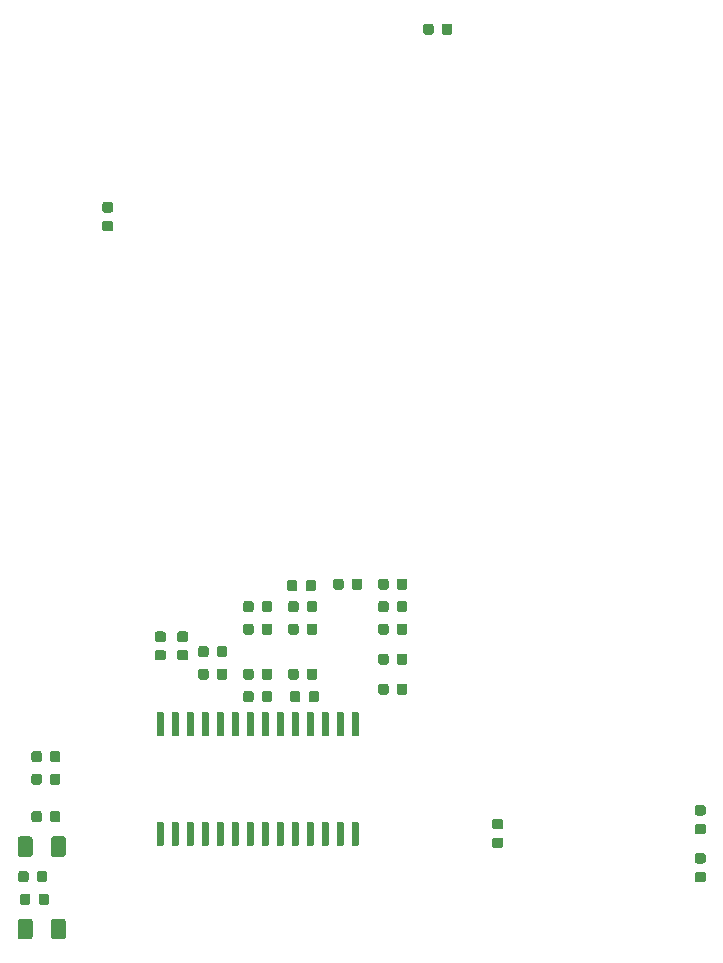
<source format=gbr>
G04 #@! TF.GenerationSoftware,KiCad,Pcbnew,5.1.5+dfsg1-2build2*
G04 #@! TF.CreationDate,2020-12-13T22:45:39+09:00*
G04 #@! TF.ProjectId,Klipper,4b6c6970-7065-4722-9e6b-696361645f70,rev?*
G04 #@! TF.SameCoordinates,Original*
G04 #@! TF.FileFunction,Paste,Bot*
G04 #@! TF.FilePolarity,Positive*
%FSLAX46Y46*%
G04 Gerber Fmt 4.6, Leading zero omitted, Abs format (unit mm)*
G04 Created by KiCad (PCBNEW 5.1.5+dfsg1-2build2) date 2020-12-13 22:45:39*
%MOMM*%
%LPD*%
G04 APERTURE LIST*
%ADD10C,0.100000*%
G04 APERTURE END LIST*
D10*
G36*
X-24194809Y-20956053D02*
G01*
X-24173574Y-20959203D01*
X-24152750Y-20964419D01*
X-24132538Y-20971651D01*
X-24113132Y-20980830D01*
X-24094719Y-20991866D01*
X-24077476Y-21004654D01*
X-24061570Y-21019070D01*
X-24047154Y-21034976D01*
X-24034366Y-21052219D01*
X-24023330Y-21070632D01*
X-24014151Y-21090038D01*
X-24006919Y-21110250D01*
X-24001703Y-21131074D01*
X-23998553Y-21152309D01*
X-23997500Y-21173750D01*
X-23997500Y-21686250D01*
X-23998553Y-21707691D01*
X-24001703Y-21728926D01*
X-24006919Y-21749750D01*
X-24014151Y-21769962D01*
X-24023330Y-21789368D01*
X-24034366Y-21807781D01*
X-24047154Y-21825024D01*
X-24061570Y-21840930D01*
X-24077476Y-21855346D01*
X-24094719Y-21868134D01*
X-24113132Y-21879170D01*
X-24132538Y-21888349D01*
X-24152750Y-21895581D01*
X-24173574Y-21900797D01*
X-24194809Y-21903947D01*
X-24216250Y-21905000D01*
X-24653750Y-21905000D01*
X-24675191Y-21903947D01*
X-24696426Y-21900797D01*
X-24717250Y-21895581D01*
X-24737462Y-21888349D01*
X-24756868Y-21879170D01*
X-24775281Y-21868134D01*
X-24792524Y-21855346D01*
X-24808430Y-21840930D01*
X-24822846Y-21825024D01*
X-24835634Y-21807781D01*
X-24846670Y-21789368D01*
X-24855849Y-21769962D01*
X-24863081Y-21749750D01*
X-24868297Y-21728926D01*
X-24871447Y-21707691D01*
X-24872500Y-21686250D01*
X-24872500Y-21173750D01*
X-24871447Y-21152309D01*
X-24868297Y-21131074D01*
X-24863081Y-21110250D01*
X-24855849Y-21090038D01*
X-24846670Y-21070632D01*
X-24835634Y-21052219D01*
X-24822846Y-21034976D01*
X-24808430Y-21019070D01*
X-24792524Y-21004654D01*
X-24775281Y-20991866D01*
X-24756868Y-20980830D01*
X-24737462Y-20971651D01*
X-24717250Y-20964419D01*
X-24696426Y-20959203D01*
X-24675191Y-20956053D01*
X-24653750Y-20955000D01*
X-24216250Y-20955000D01*
X-24194809Y-20956053D01*
G37*
G36*
X-22619809Y-20956053D02*
G01*
X-22598574Y-20959203D01*
X-22577750Y-20964419D01*
X-22557538Y-20971651D01*
X-22538132Y-20980830D01*
X-22519719Y-20991866D01*
X-22502476Y-21004654D01*
X-22486570Y-21019070D01*
X-22472154Y-21034976D01*
X-22459366Y-21052219D01*
X-22448330Y-21070632D01*
X-22439151Y-21090038D01*
X-22431919Y-21110250D01*
X-22426703Y-21131074D01*
X-22423553Y-21152309D01*
X-22422500Y-21173750D01*
X-22422500Y-21686250D01*
X-22423553Y-21707691D01*
X-22426703Y-21728926D01*
X-22431919Y-21749750D01*
X-22439151Y-21769962D01*
X-22448330Y-21789368D01*
X-22459366Y-21807781D01*
X-22472154Y-21825024D01*
X-22486570Y-21840930D01*
X-22502476Y-21855346D01*
X-22519719Y-21868134D01*
X-22538132Y-21879170D01*
X-22557538Y-21888349D01*
X-22577750Y-21895581D01*
X-22598574Y-21900797D01*
X-22619809Y-21903947D01*
X-22641250Y-21905000D01*
X-23078750Y-21905000D01*
X-23100191Y-21903947D01*
X-23121426Y-21900797D01*
X-23142250Y-21895581D01*
X-23162462Y-21888349D01*
X-23181868Y-21879170D01*
X-23200281Y-21868134D01*
X-23217524Y-21855346D01*
X-23233430Y-21840930D01*
X-23247846Y-21825024D01*
X-23260634Y-21807781D01*
X-23271670Y-21789368D01*
X-23280849Y-21769962D01*
X-23288081Y-21749750D01*
X-23293297Y-21728926D01*
X-23296447Y-21707691D01*
X-23297500Y-21686250D01*
X-23297500Y-21173750D01*
X-23296447Y-21152309D01*
X-23293297Y-21131074D01*
X-23288081Y-21110250D01*
X-23280849Y-21090038D01*
X-23271670Y-21070632D01*
X-23260634Y-21052219D01*
X-23247846Y-21034976D01*
X-23233430Y-21019070D01*
X-23217524Y-21004654D01*
X-23200281Y-20991866D01*
X-23181868Y-20980830D01*
X-23162462Y-20971651D01*
X-23142250Y-20964419D01*
X-23121426Y-20959203D01*
X-23100191Y-20956053D01*
X-23078750Y-20955000D01*
X-22641250Y-20955000D01*
X-22619809Y-20956053D01*
G37*
G36*
X32027691Y-25540053D02*
G01*
X32048926Y-25543203D01*
X32069750Y-25548419D01*
X32089962Y-25555651D01*
X32109368Y-25564830D01*
X32127781Y-25575866D01*
X32145024Y-25588654D01*
X32160930Y-25603070D01*
X32175346Y-25618976D01*
X32188134Y-25636219D01*
X32199170Y-25654632D01*
X32208349Y-25674038D01*
X32215581Y-25694250D01*
X32220797Y-25715074D01*
X32223947Y-25736309D01*
X32225000Y-25757750D01*
X32225000Y-26195250D01*
X32223947Y-26216691D01*
X32220797Y-26237926D01*
X32215581Y-26258750D01*
X32208349Y-26278962D01*
X32199170Y-26298368D01*
X32188134Y-26316781D01*
X32175346Y-26334024D01*
X32160930Y-26349930D01*
X32145024Y-26364346D01*
X32127781Y-26377134D01*
X32109368Y-26388170D01*
X32089962Y-26397349D01*
X32069750Y-26404581D01*
X32048926Y-26409797D01*
X32027691Y-26412947D01*
X32006250Y-26414000D01*
X31493750Y-26414000D01*
X31472309Y-26412947D01*
X31451074Y-26409797D01*
X31430250Y-26404581D01*
X31410038Y-26397349D01*
X31390632Y-26388170D01*
X31372219Y-26377134D01*
X31354976Y-26364346D01*
X31339070Y-26349930D01*
X31324654Y-26334024D01*
X31311866Y-26316781D01*
X31300830Y-26298368D01*
X31291651Y-26278962D01*
X31284419Y-26258750D01*
X31279203Y-26237926D01*
X31276053Y-26216691D01*
X31275000Y-26195250D01*
X31275000Y-25757750D01*
X31276053Y-25736309D01*
X31279203Y-25715074D01*
X31284419Y-25694250D01*
X31291651Y-25674038D01*
X31300830Y-25654632D01*
X31311866Y-25636219D01*
X31324654Y-25618976D01*
X31339070Y-25603070D01*
X31354976Y-25588654D01*
X31372219Y-25575866D01*
X31390632Y-25564830D01*
X31410038Y-25555651D01*
X31430250Y-25548419D01*
X31451074Y-25543203D01*
X31472309Y-25540053D01*
X31493750Y-25539000D01*
X32006250Y-25539000D01*
X32027691Y-25540053D01*
G37*
G36*
X32027691Y-27115053D02*
G01*
X32048926Y-27118203D01*
X32069750Y-27123419D01*
X32089962Y-27130651D01*
X32109368Y-27139830D01*
X32127781Y-27150866D01*
X32145024Y-27163654D01*
X32160930Y-27178070D01*
X32175346Y-27193976D01*
X32188134Y-27211219D01*
X32199170Y-27229632D01*
X32208349Y-27249038D01*
X32215581Y-27269250D01*
X32220797Y-27290074D01*
X32223947Y-27311309D01*
X32225000Y-27332750D01*
X32225000Y-27770250D01*
X32223947Y-27791691D01*
X32220797Y-27812926D01*
X32215581Y-27833750D01*
X32208349Y-27853962D01*
X32199170Y-27873368D01*
X32188134Y-27891781D01*
X32175346Y-27909024D01*
X32160930Y-27924930D01*
X32145024Y-27939346D01*
X32127781Y-27952134D01*
X32109368Y-27963170D01*
X32089962Y-27972349D01*
X32069750Y-27979581D01*
X32048926Y-27984797D01*
X32027691Y-27987947D01*
X32006250Y-27989000D01*
X31493750Y-27989000D01*
X31472309Y-27987947D01*
X31451074Y-27984797D01*
X31430250Y-27979581D01*
X31410038Y-27972349D01*
X31390632Y-27963170D01*
X31372219Y-27952134D01*
X31354976Y-27939346D01*
X31339070Y-27924930D01*
X31324654Y-27909024D01*
X31311866Y-27891781D01*
X31300830Y-27873368D01*
X31291651Y-27853962D01*
X31284419Y-27833750D01*
X31279203Y-27812926D01*
X31276053Y-27791691D01*
X31275000Y-27770250D01*
X31275000Y-27332750D01*
X31276053Y-27311309D01*
X31279203Y-27290074D01*
X31284419Y-27269250D01*
X31291651Y-27249038D01*
X31300830Y-27229632D01*
X31311866Y-27211219D01*
X31324654Y-27193976D01*
X31339070Y-27178070D01*
X31354976Y-27163654D01*
X31372219Y-27150866D01*
X31390632Y-27139830D01*
X31410038Y-27130651D01*
X31430250Y-27123419D01*
X31451074Y-27118203D01*
X31472309Y-27115053D01*
X31493750Y-27114000D01*
X32006250Y-27114000D01*
X32027691Y-27115053D01*
G37*
G36*
X32027691Y-31179053D02*
G01*
X32048926Y-31182203D01*
X32069750Y-31187419D01*
X32089962Y-31194651D01*
X32109368Y-31203830D01*
X32127781Y-31214866D01*
X32145024Y-31227654D01*
X32160930Y-31242070D01*
X32175346Y-31257976D01*
X32188134Y-31275219D01*
X32199170Y-31293632D01*
X32208349Y-31313038D01*
X32215581Y-31333250D01*
X32220797Y-31354074D01*
X32223947Y-31375309D01*
X32225000Y-31396750D01*
X32225000Y-31834250D01*
X32223947Y-31855691D01*
X32220797Y-31876926D01*
X32215581Y-31897750D01*
X32208349Y-31917962D01*
X32199170Y-31937368D01*
X32188134Y-31955781D01*
X32175346Y-31973024D01*
X32160930Y-31988930D01*
X32145024Y-32003346D01*
X32127781Y-32016134D01*
X32109368Y-32027170D01*
X32089962Y-32036349D01*
X32069750Y-32043581D01*
X32048926Y-32048797D01*
X32027691Y-32051947D01*
X32006250Y-32053000D01*
X31493750Y-32053000D01*
X31472309Y-32051947D01*
X31451074Y-32048797D01*
X31430250Y-32043581D01*
X31410038Y-32036349D01*
X31390632Y-32027170D01*
X31372219Y-32016134D01*
X31354976Y-32003346D01*
X31339070Y-31988930D01*
X31324654Y-31973024D01*
X31311866Y-31955781D01*
X31300830Y-31937368D01*
X31291651Y-31917962D01*
X31284419Y-31897750D01*
X31279203Y-31876926D01*
X31276053Y-31855691D01*
X31275000Y-31834250D01*
X31275000Y-31396750D01*
X31276053Y-31375309D01*
X31279203Y-31354074D01*
X31284419Y-31333250D01*
X31291651Y-31313038D01*
X31300830Y-31293632D01*
X31311866Y-31275219D01*
X31324654Y-31257976D01*
X31339070Y-31242070D01*
X31354976Y-31227654D01*
X31372219Y-31214866D01*
X31390632Y-31203830D01*
X31410038Y-31194651D01*
X31430250Y-31187419D01*
X31451074Y-31182203D01*
X31472309Y-31179053D01*
X31493750Y-31178000D01*
X32006250Y-31178000D01*
X32027691Y-31179053D01*
G37*
G36*
X32027691Y-29604053D02*
G01*
X32048926Y-29607203D01*
X32069750Y-29612419D01*
X32089962Y-29619651D01*
X32109368Y-29628830D01*
X32127781Y-29639866D01*
X32145024Y-29652654D01*
X32160930Y-29667070D01*
X32175346Y-29682976D01*
X32188134Y-29700219D01*
X32199170Y-29718632D01*
X32208349Y-29738038D01*
X32215581Y-29758250D01*
X32220797Y-29779074D01*
X32223947Y-29800309D01*
X32225000Y-29821750D01*
X32225000Y-30259250D01*
X32223947Y-30280691D01*
X32220797Y-30301926D01*
X32215581Y-30322750D01*
X32208349Y-30342962D01*
X32199170Y-30362368D01*
X32188134Y-30380781D01*
X32175346Y-30398024D01*
X32160930Y-30413930D01*
X32145024Y-30428346D01*
X32127781Y-30441134D01*
X32109368Y-30452170D01*
X32089962Y-30461349D01*
X32069750Y-30468581D01*
X32048926Y-30473797D01*
X32027691Y-30476947D01*
X32006250Y-30478000D01*
X31493750Y-30478000D01*
X31472309Y-30476947D01*
X31451074Y-30473797D01*
X31430250Y-30468581D01*
X31410038Y-30461349D01*
X31390632Y-30452170D01*
X31372219Y-30441134D01*
X31354976Y-30428346D01*
X31339070Y-30413930D01*
X31324654Y-30398024D01*
X31311866Y-30380781D01*
X31300830Y-30362368D01*
X31291651Y-30342962D01*
X31284419Y-30322750D01*
X31279203Y-30301926D01*
X31276053Y-30280691D01*
X31275000Y-30259250D01*
X31275000Y-29821750D01*
X31276053Y-29800309D01*
X31279203Y-29779074D01*
X31284419Y-29758250D01*
X31291651Y-29738038D01*
X31300830Y-29718632D01*
X31311866Y-29700219D01*
X31324654Y-29682976D01*
X31339070Y-29667070D01*
X31354976Y-29652654D01*
X31372219Y-29639866D01*
X31390632Y-29628830D01*
X31410038Y-29619651D01*
X31430250Y-29612419D01*
X31451074Y-29607203D01*
X31472309Y-29604053D01*
X31493750Y-29603000D01*
X32006250Y-29603000D01*
X32027691Y-29604053D01*
G37*
G36*
X5167691Y-12701053D02*
G01*
X5188926Y-12704203D01*
X5209750Y-12709419D01*
X5229962Y-12716651D01*
X5249368Y-12725830D01*
X5267781Y-12736866D01*
X5285024Y-12749654D01*
X5300930Y-12764070D01*
X5315346Y-12779976D01*
X5328134Y-12797219D01*
X5339170Y-12815632D01*
X5348349Y-12835038D01*
X5355581Y-12855250D01*
X5360797Y-12876074D01*
X5363947Y-12897309D01*
X5365000Y-12918750D01*
X5365000Y-13431250D01*
X5363947Y-13452691D01*
X5360797Y-13473926D01*
X5355581Y-13494750D01*
X5348349Y-13514962D01*
X5339170Y-13534368D01*
X5328134Y-13552781D01*
X5315346Y-13570024D01*
X5300930Y-13585930D01*
X5285024Y-13600346D01*
X5267781Y-13613134D01*
X5249368Y-13624170D01*
X5229962Y-13633349D01*
X5209750Y-13640581D01*
X5188926Y-13645797D01*
X5167691Y-13648947D01*
X5146250Y-13650000D01*
X4708750Y-13650000D01*
X4687309Y-13648947D01*
X4666074Y-13645797D01*
X4645250Y-13640581D01*
X4625038Y-13633349D01*
X4605632Y-13624170D01*
X4587219Y-13613134D01*
X4569976Y-13600346D01*
X4554070Y-13585930D01*
X4539654Y-13570024D01*
X4526866Y-13552781D01*
X4515830Y-13534368D01*
X4506651Y-13514962D01*
X4499419Y-13494750D01*
X4494203Y-13473926D01*
X4491053Y-13452691D01*
X4490000Y-13431250D01*
X4490000Y-12918750D01*
X4491053Y-12897309D01*
X4494203Y-12876074D01*
X4499419Y-12855250D01*
X4506651Y-12835038D01*
X4515830Y-12815632D01*
X4526866Y-12797219D01*
X4539654Y-12779976D01*
X4554070Y-12764070D01*
X4569976Y-12749654D01*
X4587219Y-12736866D01*
X4605632Y-12725830D01*
X4625038Y-12716651D01*
X4645250Y-12709419D01*
X4666074Y-12704203D01*
X4687309Y-12701053D01*
X4708750Y-12700000D01*
X5146250Y-12700000D01*
X5167691Y-12701053D01*
G37*
G36*
X6742691Y-12701053D02*
G01*
X6763926Y-12704203D01*
X6784750Y-12709419D01*
X6804962Y-12716651D01*
X6824368Y-12725830D01*
X6842781Y-12736866D01*
X6860024Y-12749654D01*
X6875930Y-12764070D01*
X6890346Y-12779976D01*
X6903134Y-12797219D01*
X6914170Y-12815632D01*
X6923349Y-12835038D01*
X6930581Y-12855250D01*
X6935797Y-12876074D01*
X6938947Y-12897309D01*
X6940000Y-12918750D01*
X6940000Y-13431250D01*
X6938947Y-13452691D01*
X6935797Y-13473926D01*
X6930581Y-13494750D01*
X6923349Y-13514962D01*
X6914170Y-13534368D01*
X6903134Y-13552781D01*
X6890346Y-13570024D01*
X6875930Y-13585930D01*
X6860024Y-13600346D01*
X6842781Y-13613134D01*
X6824368Y-13624170D01*
X6804962Y-13633349D01*
X6784750Y-13640581D01*
X6763926Y-13645797D01*
X6742691Y-13648947D01*
X6721250Y-13650000D01*
X6283750Y-13650000D01*
X6262309Y-13648947D01*
X6241074Y-13645797D01*
X6220250Y-13640581D01*
X6200038Y-13633349D01*
X6180632Y-13624170D01*
X6162219Y-13613134D01*
X6144976Y-13600346D01*
X6129070Y-13585930D01*
X6114654Y-13570024D01*
X6101866Y-13552781D01*
X6090830Y-13534368D01*
X6081651Y-13514962D01*
X6074419Y-13494750D01*
X6069203Y-13473926D01*
X6066053Y-13452691D01*
X6065000Y-13431250D01*
X6065000Y-12918750D01*
X6066053Y-12897309D01*
X6069203Y-12876074D01*
X6074419Y-12855250D01*
X6081651Y-12835038D01*
X6090830Y-12815632D01*
X6101866Y-12797219D01*
X6114654Y-12779976D01*
X6129070Y-12764070D01*
X6144976Y-12749654D01*
X6162219Y-12736866D01*
X6180632Y-12725830D01*
X6200038Y-12716651D01*
X6220250Y-12709419D01*
X6241074Y-12704203D01*
X6262309Y-12701053D01*
X6283750Y-12700000D01*
X6721250Y-12700000D01*
X6742691Y-12701053D01*
G37*
G36*
X-978809Y-6478053D02*
G01*
X-957574Y-6481203D01*
X-936750Y-6486419D01*
X-916538Y-6493651D01*
X-897132Y-6502830D01*
X-878719Y-6513866D01*
X-861476Y-6526654D01*
X-845570Y-6541070D01*
X-831154Y-6556976D01*
X-818366Y-6574219D01*
X-807330Y-6592632D01*
X-798151Y-6612038D01*
X-790919Y-6632250D01*
X-785703Y-6653074D01*
X-782553Y-6674309D01*
X-781500Y-6695750D01*
X-781500Y-7208250D01*
X-782553Y-7229691D01*
X-785703Y-7250926D01*
X-790919Y-7271750D01*
X-798151Y-7291962D01*
X-807330Y-7311368D01*
X-818366Y-7329781D01*
X-831154Y-7347024D01*
X-845570Y-7362930D01*
X-861476Y-7377346D01*
X-878719Y-7390134D01*
X-897132Y-7401170D01*
X-916538Y-7410349D01*
X-936750Y-7417581D01*
X-957574Y-7422797D01*
X-978809Y-7425947D01*
X-1000250Y-7427000D01*
X-1437750Y-7427000D01*
X-1459191Y-7425947D01*
X-1480426Y-7422797D01*
X-1501250Y-7417581D01*
X-1521462Y-7410349D01*
X-1540868Y-7401170D01*
X-1559281Y-7390134D01*
X-1576524Y-7377346D01*
X-1592430Y-7362930D01*
X-1606846Y-7347024D01*
X-1619634Y-7329781D01*
X-1630670Y-7311368D01*
X-1639849Y-7291962D01*
X-1647081Y-7271750D01*
X-1652297Y-7250926D01*
X-1655447Y-7229691D01*
X-1656500Y-7208250D01*
X-1656500Y-6695750D01*
X-1655447Y-6674309D01*
X-1652297Y-6653074D01*
X-1647081Y-6632250D01*
X-1639849Y-6612038D01*
X-1630670Y-6592632D01*
X-1619634Y-6574219D01*
X-1606846Y-6556976D01*
X-1592430Y-6541070D01*
X-1576524Y-6526654D01*
X-1559281Y-6513866D01*
X-1540868Y-6502830D01*
X-1521462Y-6493651D01*
X-1501250Y-6486419D01*
X-1480426Y-6481203D01*
X-1459191Y-6478053D01*
X-1437750Y-6477000D01*
X-1000250Y-6477000D01*
X-978809Y-6478053D01*
G37*
G36*
X-2553809Y-6478053D02*
G01*
X-2532574Y-6481203D01*
X-2511750Y-6486419D01*
X-2491538Y-6493651D01*
X-2472132Y-6502830D01*
X-2453719Y-6513866D01*
X-2436476Y-6526654D01*
X-2420570Y-6541070D01*
X-2406154Y-6556976D01*
X-2393366Y-6574219D01*
X-2382330Y-6592632D01*
X-2373151Y-6612038D01*
X-2365919Y-6632250D01*
X-2360703Y-6653074D01*
X-2357553Y-6674309D01*
X-2356500Y-6695750D01*
X-2356500Y-7208250D01*
X-2357553Y-7229691D01*
X-2360703Y-7250926D01*
X-2365919Y-7271750D01*
X-2373151Y-7291962D01*
X-2382330Y-7311368D01*
X-2393366Y-7329781D01*
X-2406154Y-7347024D01*
X-2420570Y-7362930D01*
X-2436476Y-7377346D01*
X-2453719Y-7390134D01*
X-2472132Y-7401170D01*
X-2491538Y-7410349D01*
X-2511750Y-7417581D01*
X-2532574Y-7422797D01*
X-2553809Y-7425947D01*
X-2575250Y-7427000D01*
X-3012750Y-7427000D01*
X-3034191Y-7425947D01*
X-3055426Y-7422797D01*
X-3076250Y-7417581D01*
X-3096462Y-7410349D01*
X-3115868Y-7401170D01*
X-3134281Y-7390134D01*
X-3151524Y-7377346D01*
X-3167430Y-7362930D01*
X-3181846Y-7347024D01*
X-3194634Y-7329781D01*
X-3205670Y-7311368D01*
X-3214849Y-7291962D01*
X-3222081Y-7271750D01*
X-3227297Y-7250926D01*
X-3230447Y-7229691D01*
X-3231500Y-7208250D01*
X-3231500Y-6695750D01*
X-3230447Y-6674309D01*
X-3227297Y-6653074D01*
X-3222081Y-6632250D01*
X-3214849Y-6612038D01*
X-3205670Y-6592632D01*
X-3194634Y-6574219D01*
X-3181846Y-6556976D01*
X-3167430Y-6541070D01*
X-3151524Y-6526654D01*
X-3134281Y-6513866D01*
X-3115868Y-6502830D01*
X-3096462Y-6493651D01*
X-3076250Y-6486419D01*
X-3055426Y-6481203D01*
X-3034191Y-6478053D01*
X-3012750Y-6477000D01*
X-2575250Y-6477000D01*
X-2553809Y-6478053D01*
G37*
G36*
X10552691Y40638947D02*
G01*
X10573926Y40635797D01*
X10594750Y40630581D01*
X10614962Y40623349D01*
X10634368Y40614170D01*
X10652781Y40603134D01*
X10670024Y40590346D01*
X10685930Y40575930D01*
X10700346Y40560024D01*
X10713134Y40542781D01*
X10724170Y40524368D01*
X10733349Y40504962D01*
X10740581Y40484750D01*
X10745797Y40463926D01*
X10748947Y40442691D01*
X10750000Y40421250D01*
X10750000Y39908750D01*
X10748947Y39887309D01*
X10745797Y39866074D01*
X10740581Y39845250D01*
X10733349Y39825038D01*
X10724170Y39805632D01*
X10713134Y39787219D01*
X10700346Y39769976D01*
X10685930Y39754070D01*
X10670024Y39739654D01*
X10652781Y39726866D01*
X10634368Y39715830D01*
X10614962Y39706651D01*
X10594750Y39699419D01*
X10573926Y39694203D01*
X10552691Y39691053D01*
X10531250Y39690000D01*
X10093750Y39690000D01*
X10072309Y39691053D01*
X10051074Y39694203D01*
X10030250Y39699419D01*
X10010038Y39706651D01*
X9990632Y39715830D01*
X9972219Y39726866D01*
X9954976Y39739654D01*
X9939070Y39754070D01*
X9924654Y39769976D01*
X9911866Y39787219D01*
X9900830Y39805632D01*
X9891651Y39825038D01*
X9884419Y39845250D01*
X9879203Y39866074D01*
X9876053Y39887309D01*
X9875000Y39908750D01*
X9875000Y40421250D01*
X9876053Y40442691D01*
X9879203Y40463926D01*
X9884419Y40484750D01*
X9891651Y40504962D01*
X9900830Y40524368D01*
X9911866Y40542781D01*
X9924654Y40560024D01*
X9939070Y40575930D01*
X9954976Y40590346D01*
X9972219Y40603134D01*
X9990632Y40614170D01*
X10010038Y40623349D01*
X10030250Y40630581D01*
X10051074Y40635797D01*
X10072309Y40638947D01*
X10093750Y40640000D01*
X10531250Y40640000D01*
X10552691Y40638947D01*
G37*
G36*
X8977691Y40638947D02*
G01*
X8998926Y40635797D01*
X9019750Y40630581D01*
X9039962Y40623349D01*
X9059368Y40614170D01*
X9077781Y40603134D01*
X9095024Y40590346D01*
X9110930Y40575930D01*
X9125346Y40560024D01*
X9138134Y40542781D01*
X9149170Y40524368D01*
X9158349Y40504962D01*
X9165581Y40484750D01*
X9170797Y40463926D01*
X9173947Y40442691D01*
X9175000Y40421250D01*
X9175000Y39908750D01*
X9173947Y39887309D01*
X9170797Y39866074D01*
X9165581Y39845250D01*
X9158349Y39825038D01*
X9149170Y39805632D01*
X9138134Y39787219D01*
X9125346Y39769976D01*
X9110930Y39754070D01*
X9095024Y39739654D01*
X9077781Y39726866D01*
X9059368Y39715830D01*
X9039962Y39706651D01*
X9019750Y39699419D01*
X8998926Y39694203D01*
X8977691Y39691053D01*
X8956250Y39690000D01*
X8518750Y39690000D01*
X8497309Y39691053D01*
X8476074Y39694203D01*
X8455250Y39699419D01*
X8435038Y39706651D01*
X8415632Y39715830D01*
X8397219Y39726866D01*
X8379976Y39739654D01*
X8364070Y39754070D01*
X8349654Y39769976D01*
X8336866Y39787219D01*
X8325830Y39805632D01*
X8316651Y39825038D01*
X8309419Y39845250D01*
X8304203Y39866074D01*
X8301053Y39887309D01*
X8300000Y39908750D01*
X8300000Y40421250D01*
X8301053Y40442691D01*
X8304203Y40463926D01*
X8309419Y40484750D01*
X8316651Y40504962D01*
X8325830Y40524368D01*
X8336866Y40542781D01*
X8349654Y40560024D01*
X8364070Y40575930D01*
X8379976Y40590346D01*
X8397219Y40603134D01*
X8415632Y40614170D01*
X8435038Y40623349D01*
X8455250Y40630581D01*
X8476074Y40635797D01*
X8497309Y40638947D01*
X8518750Y40640000D01*
X8956250Y40640000D01*
X8977691Y40638947D01*
G37*
G36*
X-22619809Y-26036053D02*
G01*
X-22598574Y-26039203D01*
X-22577750Y-26044419D01*
X-22557538Y-26051651D01*
X-22538132Y-26060830D01*
X-22519719Y-26071866D01*
X-22502476Y-26084654D01*
X-22486570Y-26099070D01*
X-22472154Y-26114976D01*
X-22459366Y-26132219D01*
X-22448330Y-26150632D01*
X-22439151Y-26170038D01*
X-22431919Y-26190250D01*
X-22426703Y-26211074D01*
X-22423553Y-26232309D01*
X-22422500Y-26253750D01*
X-22422500Y-26766250D01*
X-22423553Y-26787691D01*
X-22426703Y-26808926D01*
X-22431919Y-26829750D01*
X-22439151Y-26849962D01*
X-22448330Y-26869368D01*
X-22459366Y-26887781D01*
X-22472154Y-26905024D01*
X-22486570Y-26920930D01*
X-22502476Y-26935346D01*
X-22519719Y-26948134D01*
X-22538132Y-26959170D01*
X-22557538Y-26968349D01*
X-22577750Y-26975581D01*
X-22598574Y-26980797D01*
X-22619809Y-26983947D01*
X-22641250Y-26985000D01*
X-23078750Y-26985000D01*
X-23100191Y-26983947D01*
X-23121426Y-26980797D01*
X-23142250Y-26975581D01*
X-23162462Y-26968349D01*
X-23181868Y-26959170D01*
X-23200281Y-26948134D01*
X-23217524Y-26935346D01*
X-23233430Y-26920930D01*
X-23247846Y-26905024D01*
X-23260634Y-26887781D01*
X-23271670Y-26869368D01*
X-23280849Y-26849962D01*
X-23288081Y-26829750D01*
X-23293297Y-26808926D01*
X-23296447Y-26787691D01*
X-23297500Y-26766250D01*
X-23297500Y-26253750D01*
X-23296447Y-26232309D01*
X-23293297Y-26211074D01*
X-23288081Y-26190250D01*
X-23280849Y-26170038D01*
X-23271670Y-26150632D01*
X-23260634Y-26132219D01*
X-23247846Y-26114976D01*
X-23233430Y-26099070D01*
X-23217524Y-26084654D01*
X-23200281Y-26071866D01*
X-23181868Y-26060830D01*
X-23162462Y-26051651D01*
X-23142250Y-26044419D01*
X-23121426Y-26039203D01*
X-23100191Y-26036053D01*
X-23078750Y-26035000D01*
X-22641250Y-26035000D01*
X-22619809Y-26036053D01*
G37*
G36*
X-24194809Y-26036053D02*
G01*
X-24173574Y-26039203D01*
X-24152750Y-26044419D01*
X-24132538Y-26051651D01*
X-24113132Y-26060830D01*
X-24094719Y-26071866D01*
X-24077476Y-26084654D01*
X-24061570Y-26099070D01*
X-24047154Y-26114976D01*
X-24034366Y-26132219D01*
X-24023330Y-26150632D01*
X-24014151Y-26170038D01*
X-24006919Y-26190250D01*
X-24001703Y-26211074D01*
X-23998553Y-26232309D01*
X-23997500Y-26253750D01*
X-23997500Y-26766250D01*
X-23998553Y-26787691D01*
X-24001703Y-26808926D01*
X-24006919Y-26829750D01*
X-24014151Y-26849962D01*
X-24023330Y-26869368D01*
X-24034366Y-26887781D01*
X-24047154Y-26905024D01*
X-24061570Y-26920930D01*
X-24077476Y-26935346D01*
X-24094719Y-26948134D01*
X-24113132Y-26959170D01*
X-24132538Y-26968349D01*
X-24152750Y-26975581D01*
X-24173574Y-26980797D01*
X-24194809Y-26983947D01*
X-24216250Y-26985000D01*
X-24653750Y-26985000D01*
X-24675191Y-26983947D01*
X-24696426Y-26980797D01*
X-24717250Y-26975581D01*
X-24737462Y-26968349D01*
X-24756868Y-26959170D01*
X-24775281Y-26948134D01*
X-24792524Y-26935346D01*
X-24808430Y-26920930D01*
X-24822846Y-26905024D01*
X-24835634Y-26887781D01*
X-24846670Y-26869368D01*
X-24855849Y-26849962D01*
X-24863081Y-26829750D01*
X-24868297Y-26808926D01*
X-24871447Y-26787691D01*
X-24872500Y-26766250D01*
X-24872500Y-26253750D01*
X-24871447Y-26232309D01*
X-24868297Y-26211074D01*
X-24863081Y-26190250D01*
X-24855849Y-26170038D01*
X-24846670Y-26150632D01*
X-24835634Y-26132219D01*
X-24822846Y-26114976D01*
X-24808430Y-26099070D01*
X-24792524Y-26084654D01*
X-24775281Y-26071866D01*
X-24756868Y-26060830D01*
X-24737462Y-26051651D01*
X-24717250Y-26044419D01*
X-24696426Y-26039203D01*
X-24675191Y-26036053D01*
X-24653750Y-26035000D01*
X-24216250Y-26035000D01*
X-24194809Y-26036053D01*
G37*
G36*
X-724809Y-15876053D02*
G01*
X-703574Y-15879203D01*
X-682750Y-15884419D01*
X-662538Y-15891651D01*
X-643132Y-15900830D01*
X-624719Y-15911866D01*
X-607476Y-15924654D01*
X-591570Y-15939070D01*
X-577154Y-15954976D01*
X-564366Y-15972219D01*
X-553330Y-15990632D01*
X-544151Y-16010038D01*
X-536919Y-16030250D01*
X-531703Y-16051074D01*
X-528553Y-16072309D01*
X-527500Y-16093750D01*
X-527500Y-16606250D01*
X-528553Y-16627691D01*
X-531703Y-16648926D01*
X-536919Y-16669750D01*
X-544151Y-16689962D01*
X-553330Y-16709368D01*
X-564366Y-16727781D01*
X-577154Y-16745024D01*
X-591570Y-16760930D01*
X-607476Y-16775346D01*
X-624719Y-16788134D01*
X-643132Y-16799170D01*
X-662538Y-16808349D01*
X-682750Y-16815581D01*
X-703574Y-16820797D01*
X-724809Y-16823947D01*
X-746250Y-16825000D01*
X-1183750Y-16825000D01*
X-1205191Y-16823947D01*
X-1226426Y-16820797D01*
X-1247250Y-16815581D01*
X-1267462Y-16808349D01*
X-1286868Y-16799170D01*
X-1305281Y-16788134D01*
X-1322524Y-16775346D01*
X-1338430Y-16760930D01*
X-1352846Y-16745024D01*
X-1365634Y-16727781D01*
X-1376670Y-16709368D01*
X-1385849Y-16689962D01*
X-1393081Y-16669750D01*
X-1398297Y-16648926D01*
X-1401447Y-16627691D01*
X-1402500Y-16606250D01*
X-1402500Y-16093750D01*
X-1401447Y-16072309D01*
X-1398297Y-16051074D01*
X-1393081Y-16030250D01*
X-1385849Y-16010038D01*
X-1376670Y-15990632D01*
X-1365634Y-15972219D01*
X-1352846Y-15954976D01*
X-1338430Y-15939070D01*
X-1322524Y-15924654D01*
X-1305281Y-15911866D01*
X-1286868Y-15900830D01*
X-1267462Y-15891651D01*
X-1247250Y-15884419D01*
X-1226426Y-15879203D01*
X-1205191Y-15876053D01*
X-1183750Y-15875000D01*
X-746250Y-15875000D01*
X-724809Y-15876053D01*
G37*
G36*
X-2299809Y-15876053D02*
G01*
X-2278574Y-15879203D01*
X-2257750Y-15884419D01*
X-2237538Y-15891651D01*
X-2218132Y-15900830D01*
X-2199719Y-15911866D01*
X-2182476Y-15924654D01*
X-2166570Y-15939070D01*
X-2152154Y-15954976D01*
X-2139366Y-15972219D01*
X-2128330Y-15990632D01*
X-2119151Y-16010038D01*
X-2111919Y-16030250D01*
X-2106703Y-16051074D01*
X-2103553Y-16072309D01*
X-2102500Y-16093750D01*
X-2102500Y-16606250D01*
X-2103553Y-16627691D01*
X-2106703Y-16648926D01*
X-2111919Y-16669750D01*
X-2119151Y-16689962D01*
X-2128330Y-16709368D01*
X-2139366Y-16727781D01*
X-2152154Y-16745024D01*
X-2166570Y-16760930D01*
X-2182476Y-16775346D01*
X-2199719Y-16788134D01*
X-2218132Y-16799170D01*
X-2237538Y-16808349D01*
X-2257750Y-16815581D01*
X-2278574Y-16820797D01*
X-2299809Y-16823947D01*
X-2321250Y-16825000D01*
X-2758750Y-16825000D01*
X-2780191Y-16823947D01*
X-2801426Y-16820797D01*
X-2822250Y-16815581D01*
X-2842462Y-16808349D01*
X-2861868Y-16799170D01*
X-2880281Y-16788134D01*
X-2897524Y-16775346D01*
X-2913430Y-16760930D01*
X-2927846Y-16745024D01*
X-2940634Y-16727781D01*
X-2951670Y-16709368D01*
X-2960849Y-16689962D01*
X-2968081Y-16669750D01*
X-2973297Y-16648926D01*
X-2976447Y-16627691D01*
X-2977500Y-16606250D01*
X-2977500Y-16093750D01*
X-2976447Y-16072309D01*
X-2973297Y-16051074D01*
X-2968081Y-16030250D01*
X-2960849Y-16010038D01*
X-2951670Y-15990632D01*
X-2940634Y-15972219D01*
X-2927846Y-15954976D01*
X-2913430Y-15939070D01*
X-2897524Y-15924654D01*
X-2880281Y-15911866D01*
X-2861868Y-15900830D01*
X-2842462Y-15891651D01*
X-2822250Y-15884419D01*
X-2801426Y-15879203D01*
X-2780191Y-15876053D01*
X-2758750Y-15875000D01*
X-2321250Y-15875000D01*
X-2299809Y-15876053D01*
G37*
G36*
X-6262309Y-15876053D02*
G01*
X-6241074Y-15879203D01*
X-6220250Y-15884419D01*
X-6200038Y-15891651D01*
X-6180632Y-15900830D01*
X-6162219Y-15911866D01*
X-6144976Y-15924654D01*
X-6129070Y-15939070D01*
X-6114654Y-15954976D01*
X-6101866Y-15972219D01*
X-6090830Y-15990632D01*
X-6081651Y-16010038D01*
X-6074419Y-16030250D01*
X-6069203Y-16051074D01*
X-6066053Y-16072309D01*
X-6065000Y-16093750D01*
X-6065000Y-16606250D01*
X-6066053Y-16627691D01*
X-6069203Y-16648926D01*
X-6074419Y-16669750D01*
X-6081651Y-16689962D01*
X-6090830Y-16709368D01*
X-6101866Y-16727781D01*
X-6114654Y-16745024D01*
X-6129070Y-16760930D01*
X-6144976Y-16775346D01*
X-6162219Y-16788134D01*
X-6180632Y-16799170D01*
X-6200038Y-16808349D01*
X-6220250Y-16815581D01*
X-6241074Y-16820797D01*
X-6262309Y-16823947D01*
X-6283750Y-16825000D01*
X-6721250Y-16825000D01*
X-6742691Y-16823947D01*
X-6763926Y-16820797D01*
X-6784750Y-16815581D01*
X-6804962Y-16808349D01*
X-6824368Y-16799170D01*
X-6842781Y-16788134D01*
X-6860024Y-16775346D01*
X-6875930Y-16760930D01*
X-6890346Y-16745024D01*
X-6903134Y-16727781D01*
X-6914170Y-16709368D01*
X-6923349Y-16689962D01*
X-6930581Y-16669750D01*
X-6935797Y-16648926D01*
X-6938947Y-16627691D01*
X-6940000Y-16606250D01*
X-6940000Y-16093750D01*
X-6938947Y-16072309D01*
X-6935797Y-16051074D01*
X-6930581Y-16030250D01*
X-6923349Y-16010038D01*
X-6914170Y-15990632D01*
X-6903134Y-15972219D01*
X-6890346Y-15954976D01*
X-6875930Y-15939070D01*
X-6860024Y-15924654D01*
X-6842781Y-15911866D01*
X-6824368Y-15900830D01*
X-6804962Y-15891651D01*
X-6784750Y-15884419D01*
X-6763926Y-15879203D01*
X-6742691Y-15876053D01*
X-6721250Y-15875000D01*
X-6283750Y-15875000D01*
X-6262309Y-15876053D01*
G37*
G36*
X-4687309Y-15876053D02*
G01*
X-4666074Y-15879203D01*
X-4645250Y-15884419D01*
X-4625038Y-15891651D01*
X-4605632Y-15900830D01*
X-4587219Y-15911866D01*
X-4569976Y-15924654D01*
X-4554070Y-15939070D01*
X-4539654Y-15954976D01*
X-4526866Y-15972219D01*
X-4515830Y-15990632D01*
X-4506651Y-16010038D01*
X-4499419Y-16030250D01*
X-4494203Y-16051074D01*
X-4491053Y-16072309D01*
X-4490000Y-16093750D01*
X-4490000Y-16606250D01*
X-4491053Y-16627691D01*
X-4494203Y-16648926D01*
X-4499419Y-16669750D01*
X-4506651Y-16689962D01*
X-4515830Y-16709368D01*
X-4526866Y-16727781D01*
X-4539654Y-16745024D01*
X-4554070Y-16760930D01*
X-4569976Y-16775346D01*
X-4587219Y-16788134D01*
X-4605632Y-16799170D01*
X-4625038Y-16808349D01*
X-4645250Y-16815581D01*
X-4666074Y-16820797D01*
X-4687309Y-16823947D01*
X-4708750Y-16825000D01*
X-5146250Y-16825000D01*
X-5167691Y-16823947D01*
X-5188926Y-16820797D01*
X-5209750Y-16815581D01*
X-5229962Y-16808349D01*
X-5249368Y-16799170D01*
X-5267781Y-16788134D01*
X-5285024Y-16775346D01*
X-5300930Y-16760930D01*
X-5315346Y-16745024D01*
X-5328134Y-16727781D01*
X-5339170Y-16709368D01*
X-5348349Y-16689962D01*
X-5355581Y-16669750D01*
X-5360797Y-16648926D01*
X-5363947Y-16627691D01*
X-5365000Y-16606250D01*
X-5365000Y-16093750D01*
X-5363947Y-16072309D01*
X-5360797Y-16051074D01*
X-5355581Y-16030250D01*
X-5348349Y-16010038D01*
X-5339170Y-15990632D01*
X-5328134Y-15972219D01*
X-5315346Y-15954976D01*
X-5300930Y-15939070D01*
X-5285024Y-15924654D01*
X-5267781Y-15911866D01*
X-5249368Y-15900830D01*
X-5229962Y-15891651D01*
X-5209750Y-15884419D01*
X-5188926Y-15879203D01*
X-5167691Y-15876053D01*
X-5146250Y-15875000D01*
X-4708750Y-15875000D01*
X-4687309Y-15876053D01*
G37*
G36*
X6742691Y-15241053D02*
G01*
X6763926Y-15244203D01*
X6784750Y-15249419D01*
X6804962Y-15256651D01*
X6824368Y-15265830D01*
X6842781Y-15276866D01*
X6860024Y-15289654D01*
X6875930Y-15304070D01*
X6890346Y-15319976D01*
X6903134Y-15337219D01*
X6914170Y-15355632D01*
X6923349Y-15375038D01*
X6930581Y-15395250D01*
X6935797Y-15416074D01*
X6938947Y-15437309D01*
X6940000Y-15458750D01*
X6940000Y-15971250D01*
X6938947Y-15992691D01*
X6935797Y-16013926D01*
X6930581Y-16034750D01*
X6923349Y-16054962D01*
X6914170Y-16074368D01*
X6903134Y-16092781D01*
X6890346Y-16110024D01*
X6875930Y-16125930D01*
X6860024Y-16140346D01*
X6842781Y-16153134D01*
X6824368Y-16164170D01*
X6804962Y-16173349D01*
X6784750Y-16180581D01*
X6763926Y-16185797D01*
X6742691Y-16188947D01*
X6721250Y-16190000D01*
X6283750Y-16190000D01*
X6262309Y-16188947D01*
X6241074Y-16185797D01*
X6220250Y-16180581D01*
X6200038Y-16173349D01*
X6180632Y-16164170D01*
X6162219Y-16153134D01*
X6144976Y-16140346D01*
X6129070Y-16125930D01*
X6114654Y-16110024D01*
X6101866Y-16092781D01*
X6090830Y-16074368D01*
X6081651Y-16054962D01*
X6074419Y-16034750D01*
X6069203Y-16013926D01*
X6066053Y-15992691D01*
X6065000Y-15971250D01*
X6065000Y-15458750D01*
X6066053Y-15437309D01*
X6069203Y-15416074D01*
X6074419Y-15395250D01*
X6081651Y-15375038D01*
X6090830Y-15355632D01*
X6101866Y-15337219D01*
X6114654Y-15319976D01*
X6129070Y-15304070D01*
X6144976Y-15289654D01*
X6162219Y-15276866D01*
X6180632Y-15265830D01*
X6200038Y-15256651D01*
X6220250Y-15249419D01*
X6241074Y-15244203D01*
X6262309Y-15241053D01*
X6283750Y-15240000D01*
X6721250Y-15240000D01*
X6742691Y-15241053D01*
G37*
G36*
X5167691Y-15241053D02*
G01*
X5188926Y-15244203D01*
X5209750Y-15249419D01*
X5229962Y-15256651D01*
X5249368Y-15265830D01*
X5267781Y-15276866D01*
X5285024Y-15289654D01*
X5300930Y-15304070D01*
X5315346Y-15319976D01*
X5328134Y-15337219D01*
X5339170Y-15355632D01*
X5348349Y-15375038D01*
X5355581Y-15395250D01*
X5360797Y-15416074D01*
X5363947Y-15437309D01*
X5365000Y-15458750D01*
X5365000Y-15971250D01*
X5363947Y-15992691D01*
X5360797Y-16013926D01*
X5355581Y-16034750D01*
X5348349Y-16054962D01*
X5339170Y-16074368D01*
X5328134Y-16092781D01*
X5315346Y-16110024D01*
X5300930Y-16125930D01*
X5285024Y-16140346D01*
X5267781Y-16153134D01*
X5249368Y-16164170D01*
X5229962Y-16173349D01*
X5209750Y-16180581D01*
X5188926Y-16185797D01*
X5167691Y-16188947D01*
X5146250Y-16190000D01*
X4708750Y-16190000D01*
X4687309Y-16188947D01*
X4666074Y-16185797D01*
X4645250Y-16180581D01*
X4625038Y-16173349D01*
X4605632Y-16164170D01*
X4587219Y-16153134D01*
X4569976Y-16140346D01*
X4554070Y-16125930D01*
X4539654Y-16110024D01*
X4526866Y-16092781D01*
X4515830Y-16074368D01*
X4506651Y-16054962D01*
X4499419Y-16034750D01*
X4494203Y-16013926D01*
X4491053Y-15992691D01*
X4490000Y-15971250D01*
X4490000Y-15458750D01*
X4491053Y-15437309D01*
X4494203Y-15416074D01*
X4499419Y-15395250D01*
X4506651Y-15375038D01*
X4515830Y-15355632D01*
X4526866Y-15337219D01*
X4539654Y-15319976D01*
X4554070Y-15304070D01*
X4569976Y-15289654D01*
X4587219Y-15276866D01*
X4605632Y-15265830D01*
X4625038Y-15256651D01*
X4645250Y-15249419D01*
X4666074Y-15244203D01*
X4687309Y-15241053D01*
X4708750Y-15240000D01*
X5146250Y-15240000D01*
X5167691Y-15241053D01*
G37*
G36*
X-877309Y-10161053D02*
G01*
X-856074Y-10164203D01*
X-835250Y-10169419D01*
X-815038Y-10176651D01*
X-795632Y-10185830D01*
X-777219Y-10196866D01*
X-759976Y-10209654D01*
X-744070Y-10224070D01*
X-729654Y-10239976D01*
X-716866Y-10257219D01*
X-705830Y-10275632D01*
X-696651Y-10295038D01*
X-689419Y-10315250D01*
X-684203Y-10336074D01*
X-681053Y-10357309D01*
X-680000Y-10378750D01*
X-680000Y-10891250D01*
X-681053Y-10912691D01*
X-684203Y-10933926D01*
X-689419Y-10954750D01*
X-696651Y-10974962D01*
X-705830Y-10994368D01*
X-716866Y-11012781D01*
X-729654Y-11030024D01*
X-744070Y-11045930D01*
X-759976Y-11060346D01*
X-777219Y-11073134D01*
X-795632Y-11084170D01*
X-815038Y-11093349D01*
X-835250Y-11100581D01*
X-856074Y-11105797D01*
X-877309Y-11108947D01*
X-898750Y-11110000D01*
X-1336250Y-11110000D01*
X-1357691Y-11108947D01*
X-1378926Y-11105797D01*
X-1399750Y-11100581D01*
X-1419962Y-11093349D01*
X-1439368Y-11084170D01*
X-1457781Y-11073134D01*
X-1475024Y-11060346D01*
X-1490930Y-11045930D01*
X-1505346Y-11030024D01*
X-1518134Y-11012781D01*
X-1529170Y-10994368D01*
X-1538349Y-10974962D01*
X-1545581Y-10954750D01*
X-1550797Y-10933926D01*
X-1553947Y-10912691D01*
X-1555000Y-10891250D01*
X-1555000Y-10378750D01*
X-1553947Y-10357309D01*
X-1550797Y-10336074D01*
X-1545581Y-10315250D01*
X-1538349Y-10295038D01*
X-1529170Y-10275632D01*
X-1518134Y-10257219D01*
X-1505346Y-10239976D01*
X-1490930Y-10224070D01*
X-1475024Y-10209654D01*
X-1457781Y-10196866D01*
X-1439368Y-10185830D01*
X-1419962Y-10176651D01*
X-1399750Y-10169419D01*
X-1378926Y-10164203D01*
X-1357691Y-10161053D01*
X-1336250Y-10160000D01*
X-898750Y-10160000D01*
X-877309Y-10161053D01*
G37*
G36*
X-2452309Y-10161053D02*
G01*
X-2431074Y-10164203D01*
X-2410250Y-10169419D01*
X-2390038Y-10176651D01*
X-2370632Y-10185830D01*
X-2352219Y-10196866D01*
X-2334976Y-10209654D01*
X-2319070Y-10224070D01*
X-2304654Y-10239976D01*
X-2291866Y-10257219D01*
X-2280830Y-10275632D01*
X-2271651Y-10295038D01*
X-2264419Y-10315250D01*
X-2259203Y-10336074D01*
X-2256053Y-10357309D01*
X-2255000Y-10378750D01*
X-2255000Y-10891250D01*
X-2256053Y-10912691D01*
X-2259203Y-10933926D01*
X-2264419Y-10954750D01*
X-2271651Y-10974962D01*
X-2280830Y-10994368D01*
X-2291866Y-11012781D01*
X-2304654Y-11030024D01*
X-2319070Y-11045930D01*
X-2334976Y-11060346D01*
X-2352219Y-11073134D01*
X-2370632Y-11084170D01*
X-2390038Y-11093349D01*
X-2410250Y-11100581D01*
X-2431074Y-11105797D01*
X-2452309Y-11108947D01*
X-2473750Y-11110000D01*
X-2911250Y-11110000D01*
X-2932691Y-11108947D01*
X-2953926Y-11105797D01*
X-2974750Y-11100581D01*
X-2994962Y-11093349D01*
X-3014368Y-11084170D01*
X-3032781Y-11073134D01*
X-3050024Y-11060346D01*
X-3065930Y-11045930D01*
X-3080346Y-11030024D01*
X-3093134Y-11012781D01*
X-3104170Y-10994368D01*
X-3113349Y-10974962D01*
X-3120581Y-10954750D01*
X-3125797Y-10933926D01*
X-3128947Y-10912691D01*
X-3130000Y-10891250D01*
X-3130000Y-10378750D01*
X-3128947Y-10357309D01*
X-3125797Y-10336074D01*
X-3120581Y-10315250D01*
X-3113349Y-10295038D01*
X-3104170Y-10275632D01*
X-3093134Y-10257219D01*
X-3080346Y-10239976D01*
X-3065930Y-10224070D01*
X-3050024Y-10209654D01*
X-3032781Y-10196866D01*
X-3014368Y-10185830D01*
X-2994962Y-10176651D01*
X-2974750Y-10169419D01*
X-2953926Y-10164203D01*
X-2932691Y-10161053D01*
X-2911250Y-10160000D01*
X-2473750Y-10160000D01*
X-2452309Y-10161053D01*
G37*
G36*
X-4687309Y-10161053D02*
G01*
X-4666074Y-10164203D01*
X-4645250Y-10169419D01*
X-4625038Y-10176651D01*
X-4605632Y-10185830D01*
X-4587219Y-10196866D01*
X-4569976Y-10209654D01*
X-4554070Y-10224070D01*
X-4539654Y-10239976D01*
X-4526866Y-10257219D01*
X-4515830Y-10275632D01*
X-4506651Y-10295038D01*
X-4499419Y-10315250D01*
X-4494203Y-10336074D01*
X-4491053Y-10357309D01*
X-4490000Y-10378750D01*
X-4490000Y-10891250D01*
X-4491053Y-10912691D01*
X-4494203Y-10933926D01*
X-4499419Y-10954750D01*
X-4506651Y-10974962D01*
X-4515830Y-10994368D01*
X-4526866Y-11012781D01*
X-4539654Y-11030024D01*
X-4554070Y-11045930D01*
X-4569976Y-11060346D01*
X-4587219Y-11073134D01*
X-4605632Y-11084170D01*
X-4625038Y-11093349D01*
X-4645250Y-11100581D01*
X-4666074Y-11105797D01*
X-4687309Y-11108947D01*
X-4708750Y-11110000D01*
X-5146250Y-11110000D01*
X-5167691Y-11108947D01*
X-5188926Y-11105797D01*
X-5209750Y-11100581D01*
X-5229962Y-11093349D01*
X-5249368Y-11084170D01*
X-5267781Y-11073134D01*
X-5285024Y-11060346D01*
X-5300930Y-11045930D01*
X-5315346Y-11030024D01*
X-5328134Y-11012781D01*
X-5339170Y-10994368D01*
X-5348349Y-10974962D01*
X-5355581Y-10954750D01*
X-5360797Y-10933926D01*
X-5363947Y-10912691D01*
X-5365000Y-10891250D01*
X-5365000Y-10378750D01*
X-5363947Y-10357309D01*
X-5360797Y-10336074D01*
X-5355581Y-10315250D01*
X-5348349Y-10295038D01*
X-5339170Y-10275632D01*
X-5328134Y-10257219D01*
X-5315346Y-10239976D01*
X-5300930Y-10224070D01*
X-5285024Y-10209654D01*
X-5267781Y-10196866D01*
X-5249368Y-10185830D01*
X-5229962Y-10176651D01*
X-5209750Y-10169419D01*
X-5188926Y-10164203D01*
X-5167691Y-10161053D01*
X-5146250Y-10160000D01*
X-4708750Y-10160000D01*
X-4687309Y-10161053D01*
G37*
G36*
X-6262309Y-10161053D02*
G01*
X-6241074Y-10164203D01*
X-6220250Y-10169419D01*
X-6200038Y-10176651D01*
X-6180632Y-10185830D01*
X-6162219Y-10196866D01*
X-6144976Y-10209654D01*
X-6129070Y-10224070D01*
X-6114654Y-10239976D01*
X-6101866Y-10257219D01*
X-6090830Y-10275632D01*
X-6081651Y-10295038D01*
X-6074419Y-10315250D01*
X-6069203Y-10336074D01*
X-6066053Y-10357309D01*
X-6065000Y-10378750D01*
X-6065000Y-10891250D01*
X-6066053Y-10912691D01*
X-6069203Y-10933926D01*
X-6074419Y-10954750D01*
X-6081651Y-10974962D01*
X-6090830Y-10994368D01*
X-6101866Y-11012781D01*
X-6114654Y-11030024D01*
X-6129070Y-11045930D01*
X-6144976Y-11060346D01*
X-6162219Y-11073134D01*
X-6180632Y-11084170D01*
X-6200038Y-11093349D01*
X-6220250Y-11100581D01*
X-6241074Y-11105797D01*
X-6262309Y-11108947D01*
X-6283750Y-11110000D01*
X-6721250Y-11110000D01*
X-6742691Y-11108947D01*
X-6763926Y-11105797D01*
X-6784750Y-11100581D01*
X-6804962Y-11093349D01*
X-6824368Y-11084170D01*
X-6842781Y-11073134D01*
X-6860024Y-11060346D01*
X-6875930Y-11045930D01*
X-6890346Y-11030024D01*
X-6903134Y-11012781D01*
X-6914170Y-10994368D01*
X-6923349Y-10974962D01*
X-6930581Y-10954750D01*
X-6935797Y-10933926D01*
X-6938947Y-10912691D01*
X-6940000Y-10891250D01*
X-6940000Y-10378750D01*
X-6938947Y-10357309D01*
X-6935797Y-10336074D01*
X-6930581Y-10315250D01*
X-6923349Y-10295038D01*
X-6914170Y-10275632D01*
X-6903134Y-10257219D01*
X-6890346Y-10239976D01*
X-6875930Y-10224070D01*
X-6860024Y-10209654D01*
X-6842781Y-10196866D01*
X-6824368Y-10185830D01*
X-6804962Y-10176651D01*
X-6784750Y-10169419D01*
X-6763926Y-10164203D01*
X-6742691Y-10161053D01*
X-6721250Y-10160000D01*
X-6283750Y-10160000D01*
X-6262309Y-10161053D01*
G37*
G36*
X6742691Y-8256053D02*
G01*
X6763926Y-8259203D01*
X6784750Y-8264419D01*
X6804962Y-8271651D01*
X6824368Y-8280830D01*
X6842781Y-8291866D01*
X6860024Y-8304654D01*
X6875930Y-8319070D01*
X6890346Y-8334976D01*
X6903134Y-8352219D01*
X6914170Y-8370632D01*
X6923349Y-8390038D01*
X6930581Y-8410250D01*
X6935797Y-8431074D01*
X6938947Y-8452309D01*
X6940000Y-8473750D01*
X6940000Y-8986250D01*
X6938947Y-9007691D01*
X6935797Y-9028926D01*
X6930581Y-9049750D01*
X6923349Y-9069962D01*
X6914170Y-9089368D01*
X6903134Y-9107781D01*
X6890346Y-9125024D01*
X6875930Y-9140930D01*
X6860024Y-9155346D01*
X6842781Y-9168134D01*
X6824368Y-9179170D01*
X6804962Y-9188349D01*
X6784750Y-9195581D01*
X6763926Y-9200797D01*
X6742691Y-9203947D01*
X6721250Y-9205000D01*
X6283750Y-9205000D01*
X6262309Y-9203947D01*
X6241074Y-9200797D01*
X6220250Y-9195581D01*
X6200038Y-9188349D01*
X6180632Y-9179170D01*
X6162219Y-9168134D01*
X6144976Y-9155346D01*
X6129070Y-9140930D01*
X6114654Y-9125024D01*
X6101866Y-9107781D01*
X6090830Y-9089368D01*
X6081651Y-9069962D01*
X6074419Y-9049750D01*
X6069203Y-9028926D01*
X6066053Y-9007691D01*
X6065000Y-8986250D01*
X6065000Y-8473750D01*
X6066053Y-8452309D01*
X6069203Y-8431074D01*
X6074419Y-8410250D01*
X6081651Y-8390038D01*
X6090830Y-8370632D01*
X6101866Y-8352219D01*
X6114654Y-8334976D01*
X6129070Y-8319070D01*
X6144976Y-8304654D01*
X6162219Y-8291866D01*
X6180632Y-8280830D01*
X6200038Y-8271651D01*
X6220250Y-8264419D01*
X6241074Y-8259203D01*
X6262309Y-8256053D01*
X6283750Y-8255000D01*
X6721250Y-8255000D01*
X6742691Y-8256053D01*
G37*
G36*
X5167691Y-8256053D02*
G01*
X5188926Y-8259203D01*
X5209750Y-8264419D01*
X5229962Y-8271651D01*
X5249368Y-8280830D01*
X5267781Y-8291866D01*
X5285024Y-8304654D01*
X5300930Y-8319070D01*
X5315346Y-8334976D01*
X5328134Y-8352219D01*
X5339170Y-8370632D01*
X5348349Y-8390038D01*
X5355581Y-8410250D01*
X5360797Y-8431074D01*
X5363947Y-8452309D01*
X5365000Y-8473750D01*
X5365000Y-8986250D01*
X5363947Y-9007691D01*
X5360797Y-9028926D01*
X5355581Y-9049750D01*
X5348349Y-9069962D01*
X5339170Y-9089368D01*
X5328134Y-9107781D01*
X5315346Y-9125024D01*
X5300930Y-9140930D01*
X5285024Y-9155346D01*
X5267781Y-9168134D01*
X5249368Y-9179170D01*
X5229962Y-9188349D01*
X5209750Y-9195581D01*
X5188926Y-9200797D01*
X5167691Y-9203947D01*
X5146250Y-9205000D01*
X4708750Y-9205000D01*
X4687309Y-9203947D01*
X4666074Y-9200797D01*
X4645250Y-9195581D01*
X4625038Y-9188349D01*
X4605632Y-9179170D01*
X4587219Y-9168134D01*
X4569976Y-9155346D01*
X4554070Y-9140930D01*
X4539654Y-9125024D01*
X4526866Y-9107781D01*
X4515830Y-9089368D01*
X4506651Y-9069962D01*
X4499419Y-9049750D01*
X4494203Y-9028926D01*
X4491053Y-9007691D01*
X4490000Y-8986250D01*
X4490000Y-8473750D01*
X4491053Y-8452309D01*
X4494203Y-8431074D01*
X4499419Y-8410250D01*
X4506651Y-8390038D01*
X4515830Y-8370632D01*
X4526866Y-8352219D01*
X4539654Y-8334976D01*
X4554070Y-8319070D01*
X4569976Y-8304654D01*
X4587219Y-8291866D01*
X4605632Y-8280830D01*
X4625038Y-8271651D01*
X4645250Y-8264419D01*
X4666074Y-8259203D01*
X4687309Y-8256053D01*
X4708750Y-8255000D01*
X5146250Y-8255000D01*
X5167691Y-8256053D01*
G37*
G36*
X-10072309Y-12066053D02*
G01*
X-10051074Y-12069203D01*
X-10030250Y-12074419D01*
X-10010038Y-12081651D01*
X-9990632Y-12090830D01*
X-9972219Y-12101866D01*
X-9954976Y-12114654D01*
X-9939070Y-12129070D01*
X-9924654Y-12144976D01*
X-9911866Y-12162219D01*
X-9900830Y-12180632D01*
X-9891651Y-12200038D01*
X-9884419Y-12220250D01*
X-9879203Y-12241074D01*
X-9876053Y-12262309D01*
X-9875000Y-12283750D01*
X-9875000Y-12796250D01*
X-9876053Y-12817691D01*
X-9879203Y-12838926D01*
X-9884419Y-12859750D01*
X-9891651Y-12879962D01*
X-9900830Y-12899368D01*
X-9911866Y-12917781D01*
X-9924654Y-12935024D01*
X-9939070Y-12950930D01*
X-9954976Y-12965346D01*
X-9972219Y-12978134D01*
X-9990632Y-12989170D01*
X-10010038Y-12998349D01*
X-10030250Y-13005581D01*
X-10051074Y-13010797D01*
X-10072309Y-13013947D01*
X-10093750Y-13015000D01*
X-10531250Y-13015000D01*
X-10552691Y-13013947D01*
X-10573926Y-13010797D01*
X-10594750Y-13005581D01*
X-10614962Y-12998349D01*
X-10634368Y-12989170D01*
X-10652781Y-12978134D01*
X-10670024Y-12965346D01*
X-10685930Y-12950930D01*
X-10700346Y-12935024D01*
X-10713134Y-12917781D01*
X-10724170Y-12899368D01*
X-10733349Y-12879962D01*
X-10740581Y-12859750D01*
X-10745797Y-12838926D01*
X-10748947Y-12817691D01*
X-10750000Y-12796250D01*
X-10750000Y-12283750D01*
X-10748947Y-12262309D01*
X-10745797Y-12241074D01*
X-10740581Y-12220250D01*
X-10733349Y-12200038D01*
X-10724170Y-12180632D01*
X-10713134Y-12162219D01*
X-10700346Y-12144976D01*
X-10685930Y-12129070D01*
X-10670024Y-12114654D01*
X-10652781Y-12101866D01*
X-10634368Y-12090830D01*
X-10614962Y-12081651D01*
X-10594750Y-12074419D01*
X-10573926Y-12069203D01*
X-10552691Y-12066053D01*
X-10531250Y-12065000D01*
X-10093750Y-12065000D01*
X-10072309Y-12066053D01*
G37*
G36*
X-8497309Y-12066053D02*
G01*
X-8476074Y-12069203D01*
X-8455250Y-12074419D01*
X-8435038Y-12081651D01*
X-8415632Y-12090830D01*
X-8397219Y-12101866D01*
X-8379976Y-12114654D01*
X-8364070Y-12129070D01*
X-8349654Y-12144976D01*
X-8336866Y-12162219D01*
X-8325830Y-12180632D01*
X-8316651Y-12200038D01*
X-8309419Y-12220250D01*
X-8304203Y-12241074D01*
X-8301053Y-12262309D01*
X-8300000Y-12283750D01*
X-8300000Y-12796250D01*
X-8301053Y-12817691D01*
X-8304203Y-12838926D01*
X-8309419Y-12859750D01*
X-8316651Y-12879962D01*
X-8325830Y-12899368D01*
X-8336866Y-12917781D01*
X-8349654Y-12935024D01*
X-8364070Y-12950930D01*
X-8379976Y-12965346D01*
X-8397219Y-12978134D01*
X-8415632Y-12989170D01*
X-8435038Y-12998349D01*
X-8455250Y-13005581D01*
X-8476074Y-13010797D01*
X-8497309Y-13013947D01*
X-8518750Y-13015000D01*
X-8956250Y-13015000D01*
X-8977691Y-13013947D01*
X-8998926Y-13010797D01*
X-9019750Y-13005581D01*
X-9039962Y-12998349D01*
X-9059368Y-12989170D01*
X-9077781Y-12978134D01*
X-9095024Y-12965346D01*
X-9110930Y-12950930D01*
X-9125346Y-12935024D01*
X-9138134Y-12917781D01*
X-9149170Y-12899368D01*
X-9158349Y-12879962D01*
X-9165581Y-12859750D01*
X-9170797Y-12838926D01*
X-9173947Y-12817691D01*
X-9175000Y-12796250D01*
X-9175000Y-12283750D01*
X-9173947Y-12262309D01*
X-9170797Y-12241074D01*
X-9165581Y-12220250D01*
X-9158349Y-12200038D01*
X-9149170Y-12180632D01*
X-9138134Y-12162219D01*
X-9125346Y-12144976D01*
X-9110930Y-12129070D01*
X-9095024Y-12114654D01*
X-9077781Y-12101866D01*
X-9059368Y-12090830D01*
X-9039962Y-12081651D01*
X-9019750Y-12074419D01*
X-8998926Y-12069203D01*
X-8977691Y-12066053D01*
X-8956250Y-12065000D01*
X-8518750Y-12065000D01*
X-8497309Y-12066053D01*
G37*
G36*
X-877309Y-13971053D02*
G01*
X-856074Y-13974203D01*
X-835250Y-13979419D01*
X-815038Y-13986651D01*
X-795632Y-13995830D01*
X-777219Y-14006866D01*
X-759976Y-14019654D01*
X-744070Y-14034070D01*
X-729654Y-14049976D01*
X-716866Y-14067219D01*
X-705830Y-14085632D01*
X-696651Y-14105038D01*
X-689419Y-14125250D01*
X-684203Y-14146074D01*
X-681053Y-14167309D01*
X-680000Y-14188750D01*
X-680000Y-14701250D01*
X-681053Y-14722691D01*
X-684203Y-14743926D01*
X-689419Y-14764750D01*
X-696651Y-14784962D01*
X-705830Y-14804368D01*
X-716866Y-14822781D01*
X-729654Y-14840024D01*
X-744070Y-14855930D01*
X-759976Y-14870346D01*
X-777219Y-14883134D01*
X-795632Y-14894170D01*
X-815038Y-14903349D01*
X-835250Y-14910581D01*
X-856074Y-14915797D01*
X-877309Y-14918947D01*
X-898750Y-14920000D01*
X-1336250Y-14920000D01*
X-1357691Y-14918947D01*
X-1378926Y-14915797D01*
X-1399750Y-14910581D01*
X-1419962Y-14903349D01*
X-1439368Y-14894170D01*
X-1457781Y-14883134D01*
X-1475024Y-14870346D01*
X-1490930Y-14855930D01*
X-1505346Y-14840024D01*
X-1518134Y-14822781D01*
X-1529170Y-14804368D01*
X-1538349Y-14784962D01*
X-1545581Y-14764750D01*
X-1550797Y-14743926D01*
X-1553947Y-14722691D01*
X-1555000Y-14701250D01*
X-1555000Y-14188750D01*
X-1553947Y-14167309D01*
X-1550797Y-14146074D01*
X-1545581Y-14125250D01*
X-1538349Y-14105038D01*
X-1529170Y-14085632D01*
X-1518134Y-14067219D01*
X-1505346Y-14049976D01*
X-1490930Y-14034070D01*
X-1475024Y-14019654D01*
X-1457781Y-14006866D01*
X-1439368Y-13995830D01*
X-1419962Y-13986651D01*
X-1399750Y-13979419D01*
X-1378926Y-13974203D01*
X-1357691Y-13971053D01*
X-1336250Y-13970000D01*
X-898750Y-13970000D01*
X-877309Y-13971053D01*
G37*
G36*
X-2452309Y-13971053D02*
G01*
X-2431074Y-13974203D01*
X-2410250Y-13979419D01*
X-2390038Y-13986651D01*
X-2370632Y-13995830D01*
X-2352219Y-14006866D01*
X-2334976Y-14019654D01*
X-2319070Y-14034070D01*
X-2304654Y-14049976D01*
X-2291866Y-14067219D01*
X-2280830Y-14085632D01*
X-2271651Y-14105038D01*
X-2264419Y-14125250D01*
X-2259203Y-14146074D01*
X-2256053Y-14167309D01*
X-2255000Y-14188750D01*
X-2255000Y-14701250D01*
X-2256053Y-14722691D01*
X-2259203Y-14743926D01*
X-2264419Y-14764750D01*
X-2271651Y-14784962D01*
X-2280830Y-14804368D01*
X-2291866Y-14822781D01*
X-2304654Y-14840024D01*
X-2319070Y-14855930D01*
X-2334976Y-14870346D01*
X-2352219Y-14883134D01*
X-2370632Y-14894170D01*
X-2390038Y-14903349D01*
X-2410250Y-14910581D01*
X-2431074Y-14915797D01*
X-2452309Y-14918947D01*
X-2473750Y-14920000D01*
X-2911250Y-14920000D01*
X-2932691Y-14918947D01*
X-2953926Y-14915797D01*
X-2974750Y-14910581D01*
X-2994962Y-14903349D01*
X-3014368Y-14894170D01*
X-3032781Y-14883134D01*
X-3050024Y-14870346D01*
X-3065930Y-14855930D01*
X-3080346Y-14840024D01*
X-3093134Y-14822781D01*
X-3104170Y-14804368D01*
X-3113349Y-14784962D01*
X-3120581Y-14764750D01*
X-3125797Y-14743926D01*
X-3128947Y-14722691D01*
X-3130000Y-14701250D01*
X-3130000Y-14188750D01*
X-3128947Y-14167309D01*
X-3125797Y-14146074D01*
X-3120581Y-14125250D01*
X-3113349Y-14105038D01*
X-3104170Y-14085632D01*
X-3093134Y-14067219D01*
X-3080346Y-14049976D01*
X-3065930Y-14034070D01*
X-3050024Y-14019654D01*
X-3032781Y-14006866D01*
X-3014368Y-13995830D01*
X-2994962Y-13986651D01*
X-2974750Y-13979419D01*
X-2953926Y-13974203D01*
X-2932691Y-13971053D01*
X-2911250Y-13970000D01*
X-2473750Y-13970000D01*
X-2452309Y-13971053D01*
G37*
G36*
X-6262309Y-13971053D02*
G01*
X-6241074Y-13974203D01*
X-6220250Y-13979419D01*
X-6200038Y-13986651D01*
X-6180632Y-13995830D01*
X-6162219Y-14006866D01*
X-6144976Y-14019654D01*
X-6129070Y-14034070D01*
X-6114654Y-14049976D01*
X-6101866Y-14067219D01*
X-6090830Y-14085632D01*
X-6081651Y-14105038D01*
X-6074419Y-14125250D01*
X-6069203Y-14146074D01*
X-6066053Y-14167309D01*
X-6065000Y-14188750D01*
X-6065000Y-14701250D01*
X-6066053Y-14722691D01*
X-6069203Y-14743926D01*
X-6074419Y-14764750D01*
X-6081651Y-14784962D01*
X-6090830Y-14804368D01*
X-6101866Y-14822781D01*
X-6114654Y-14840024D01*
X-6129070Y-14855930D01*
X-6144976Y-14870346D01*
X-6162219Y-14883134D01*
X-6180632Y-14894170D01*
X-6200038Y-14903349D01*
X-6220250Y-14910581D01*
X-6241074Y-14915797D01*
X-6262309Y-14918947D01*
X-6283750Y-14920000D01*
X-6721250Y-14920000D01*
X-6742691Y-14918947D01*
X-6763926Y-14915797D01*
X-6784750Y-14910581D01*
X-6804962Y-14903349D01*
X-6824368Y-14894170D01*
X-6842781Y-14883134D01*
X-6860024Y-14870346D01*
X-6875930Y-14855930D01*
X-6890346Y-14840024D01*
X-6903134Y-14822781D01*
X-6914170Y-14804368D01*
X-6923349Y-14784962D01*
X-6930581Y-14764750D01*
X-6935797Y-14743926D01*
X-6938947Y-14722691D01*
X-6940000Y-14701250D01*
X-6940000Y-14188750D01*
X-6938947Y-14167309D01*
X-6935797Y-14146074D01*
X-6930581Y-14125250D01*
X-6923349Y-14105038D01*
X-6914170Y-14085632D01*
X-6903134Y-14067219D01*
X-6890346Y-14049976D01*
X-6875930Y-14034070D01*
X-6860024Y-14019654D01*
X-6842781Y-14006866D01*
X-6824368Y-13995830D01*
X-6804962Y-13986651D01*
X-6784750Y-13979419D01*
X-6763926Y-13974203D01*
X-6742691Y-13971053D01*
X-6721250Y-13970000D01*
X-6283750Y-13970000D01*
X-6262309Y-13971053D01*
G37*
G36*
X-4687309Y-13971053D02*
G01*
X-4666074Y-13974203D01*
X-4645250Y-13979419D01*
X-4625038Y-13986651D01*
X-4605632Y-13995830D01*
X-4587219Y-14006866D01*
X-4569976Y-14019654D01*
X-4554070Y-14034070D01*
X-4539654Y-14049976D01*
X-4526866Y-14067219D01*
X-4515830Y-14085632D01*
X-4506651Y-14105038D01*
X-4499419Y-14125250D01*
X-4494203Y-14146074D01*
X-4491053Y-14167309D01*
X-4490000Y-14188750D01*
X-4490000Y-14701250D01*
X-4491053Y-14722691D01*
X-4494203Y-14743926D01*
X-4499419Y-14764750D01*
X-4506651Y-14784962D01*
X-4515830Y-14804368D01*
X-4526866Y-14822781D01*
X-4539654Y-14840024D01*
X-4554070Y-14855930D01*
X-4569976Y-14870346D01*
X-4587219Y-14883134D01*
X-4605632Y-14894170D01*
X-4625038Y-14903349D01*
X-4645250Y-14910581D01*
X-4666074Y-14915797D01*
X-4687309Y-14918947D01*
X-4708750Y-14920000D01*
X-5146250Y-14920000D01*
X-5167691Y-14918947D01*
X-5188926Y-14915797D01*
X-5209750Y-14910581D01*
X-5229962Y-14903349D01*
X-5249368Y-14894170D01*
X-5267781Y-14883134D01*
X-5285024Y-14870346D01*
X-5300930Y-14855930D01*
X-5315346Y-14840024D01*
X-5328134Y-14822781D01*
X-5339170Y-14804368D01*
X-5348349Y-14784962D01*
X-5355581Y-14764750D01*
X-5360797Y-14743926D01*
X-5363947Y-14722691D01*
X-5365000Y-14701250D01*
X-5365000Y-14188750D01*
X-5363947Y-14167309D01*
X-5360797Y-14146074D01*
X-5355581Y-14125250D01*
X-5348349Y-14105038D01*
X-5339170Y-14085632D01*
X-5328134Y-14067219D01*
X-5315346Y-14049976D01*
X-5300930Y-14034070D01*
X-5285024Y-14019654D01*
X-5267781Y-14006866D01*
X-5249368Y-13995830D01*
X-5229962Y-13986651D01*
X-5209750Y-13979419D01*
X-5188926Y-13974203D01*
X-5167691Y-13971053D01*
X-5146250Y-13970000D01*
X-4708750Y-13970000D01*
X-4687309Y-13971053D01*
G37*
G36*
X5167691Y-6351053D02*
G01*
X5188926Y-6354203D01*
X5209750Y-6359419D01*
X5229962Y-6366651D01*
X5249368Y-6375830D01*
X5267781Y-6386866D01*
X5285024Y-6399654D01*
X5300930Y-6414070D01*
X5315346Y-6429976D01*
X5328134Y-6447219D01*
X5339170Y-6465632D01*
X5348349Y-6485038D01*
X5355581Y-6505250D01*
X5360797Y-6526074D01*
X5363947Y-6547309D01*
X5365000Y-6568750D01*
X5365000Y-7081250D01*
X5363947Y-7102691D01*
X5360797Y-7123926D01*
X5355581Y-7144750D01*
X5348349Y-7164962D01*
X5339170Y-7184368D01*
X5328134Y-7202781D01*
X5315346Y-7220024D01*
X5300930Y-7235930D01*
X5285024Y-7250346D01*
X5267781Y-7263134D01*
X5249368Y-7274170D01*
X5229962Y-7283349D01*
X5209750Y-7290581D01*
X5188926Y-7295797D01*
X5167691Y-7298947D01*
X5146250Y-7300000D01*
X4708750Y-7300000D01*
X4687309Y-7298947D01*
X4666074Y-7295797D01*
X4645250Y-7290581D01*
X4625038Y-7283349D01*
X4605632Y-7274170D01*
X4587219Y-7263134D01*
X4569976Y-7250346D01*
X4554070Y-7235930D01*
X4539654Y-7220024D01*
X4526866Y-7202781D01*
X4515830Y-7184368D01*
X4506651Y-7164962D01*
X4499419Y-7144750D01*
X4494203Y-7123926D01*
X4491053Y-7102691D01*
X4490000Y-7081250D01*
X4490000Y-6568750D01*
X4491053Y-6547309D01*
X4494203Y-6526074D01*
X4499419Y-6505250D01*
X4506651Y-6485038D01*
X4515830Y-6465632D01*
X4526866Y-6447219D01*
X4539654Y-6429976D01*
X4554070Y-6414070D01*
X4569976Y-6399654D01*
X4587219Y-6386866D01*
X4605632Y-6375830D01*
X4625038Y-6366651D01*
X4645250Y-6359419D01*
X4666074Y-6354203D01*
X4687309Y-6351053D01*
X4708750Y-6350000D01*
X5146250Y-6350000D01*
X5167691Y-6351053D01*
G37*
G36*
X6742691Y-6351053D02*
G01*
X6763926Y-6354203D01*
X6784750Y-6359419D01*
X6804962Y-6366651D01*
X6824368Y-6375830D01*
X6842781Y-6386866D01*
X6860024Y-6399654D01*
X6875930Y-6414070D01*
X6890346Y-6429976D01*
X6903134Y-6447219D01*
X6914170Y-6465632D01*
X6923349Y-6485038D01*
X6930581Y-6505250D01*
X6935797Y-6526074D01*
X6938947Y-6547309D01*
X6940000Y-6568750D01*
X6940000Y-7081250D01*
X6938947Y-7102691D01*
X6935797Y-7123926D01*
X6930581Y-7144750D01*
X6923349Y-7164962D01*
X6914170Y-7184368D01*
X6903134Y-7202781D01*
X6890346Y-7220024D01*
X6875930Y-7235930D01*
X6860024Y-7250346D01*
X6842781Y-7263134D01*
X6824368Y-7274170D01*
X6804962Y-7283349D01*
X6784750Y-7290581D01*
X6763926Y-7295797D01*
X6742691Y-7298947D01*
X6721250Y-7300000D01*
X6283750Y-7300000D01*
X6262309Y-7298947D01*
X6241074Y-7295797D01*
X6220250Y-7290581D01*
X6200038Y-7283349D01*
X6180632Y-7274170D01*
X6162219Y-7263134D01*
X6144976Y-7250346D01*
X6129070Y-7235930D01*
X6114654Y-7220024D01*
X6101866Y-7202781D01*
X6090830Y-7184368D01*
X6081651Y-7164962D01*
X6074419Y-7144750D01*
X6069203Y-7123926D01*
X6066053Y-7102691D01*
X6065000Y-7081250D01*
X6065000Y-6568750D01*
X6066053Y-6547309D01*
X6069203Y-6526074D01*
X6074419Y-6505250D01*
X6081651Y-6485038D01*
X6090830Y-6465632D01*
X6101866Y-6447219D01*
X6114654Y-6429976D01*
X6129070Y-6414070D01*
X6144976Y-6399654D01*
X6162219Y-6386866D01*
X6180632Y-6375830D01*
X6200038Y-6366651D01*
X6220250Y-6359419D01*
X6241074Y-6354203D01*
X6262309Y-6351053D01*
X6283750Y-6350000D01*
X6721250Y-6350000D01*
X6742691Y-6351053D01*
G37*
G36*
X1357691Y-6351053D02*
G01*
X1378926Y-6354203D01*
X1399750Y-6359419D01*
X1419962Y-6366651D01*
X1439368Y-6375830D01*
X1457781Y-6386866D01*
X1475024Y-6399654D01*
X1490930Y-6414070D01*
X1505346Y-6429976D01*
X1518134Y-6447219D01*
X1529170Y-6465632D01*
X1538349Y-6485038D01*
X1545581Y-6505250D01*
X1550797Y-6526074D01*
X1553947Y-6547309D01*
X1555000Y-6568750D01*
X1555000Y-7081250D01*
X1553947Y-7102691D01*
X1550797Y-7123926D01*
X1545581Y-7144750D01*
X1538349Y-7164962D01*
X1529170Y-7184368D01*
X1518134Y-7202781D01*
X1505346Y-7220024D01*
X1490930Y-7235930D01*
X1475024Y-7250346D01*
X1457781Y-7263134D01*
X1439368Y-7274170D01*
X1419962Y-7283349D01*
X1399750Y-7290581D01*
X1378926Y-7295797D01*
X1357691Y-7298947D01*
X1336250Y-7300000D01*
X898750Y-7300000D01*
X877309Y-7298947D01*
X856074Y-7295797D01*
X835250Y-7290581D01*
X815038Y-7283349D01*
X795632Y-7274170D01*
X777219Y-7263134D01*
X759976Y-7250346D01*
X744070Y-7235930D01*
X729654Y-7220024D01*
X716866Y-7202781D01*
X705830Y-7184368D01*
X696651Y-7164962D01*
X689419Y-7144750D01*
X684203Y-7123926D01*
X681053Y-7102691D01*
X680000Y-7081250D01*
X680000Y-6568750D01*
X681053Y-6547309D01*
X684203Y-6526074D01*
X689419Y-6505250D01*
X696651Y-6485038D01*
X705830Y-6465632D01*
X716866Y-6447219D01*
X729654Y-6429976D01*
X744070Y-6414070D01*
X759976Y-6399654D01*
X777219Y-6386866D01*
X795632Y-6375830D01*
X815038Y-6366651D01*
X835250Y-6359419D01*
X856074Y-6354203D01*
X877309Y-6351053D01*
X898750Y-6350000D01*
X1336250Y-6350000D01*
X1357691Y-6351053D01*
G37*
G36*
X2932691Y-6351053D02*
G01*
X2953926Y-6354203D01*
X2974750Y-6359419D01*
X2994962Y-6366651D01*
X3014368Y-6375830D01*
X3032781Y-6386866D01*
X3050024Y-6399654D01*
X3065930Y-6414070D01*
X3080346Y-6429976D01*
X3093134Y-6447219D01*
X3104170Y-6465632D01*
X3113349Y-6485038D01*
X3120581Y-6505250D01*
X3125797Y-6526074D01*
X3128947Y-6547309D01*
X3130000Y-6568750D01*
X3130000Y-7081250D01*
X3128947Y-7102691D01*
X3125797Y-7123926D01*
X3120581Y-7144750D01*
X3113349Y-7164962D01*
X3104170Y-7184368D01*
X3093134Y-7202781D01*
X3080346Y-7220024D01*
X3065930Y-7235930D01*
X3050024Y-7250346D01*
X3032781Y-7263134D01*
X3014368Y-7274170D01*
X2994962Y-7283349D01*
X2974750Y-7290581D01*
X2953926Y-7295797D01*
X2932691Y-7298947D01*
X2911250Y-7300000D01*
X2473750Y-7300000D01*
X2452309Y-7298947D01*
X2431074Y-7295797D01*
X2410250Y-7290581D01*
X2390038Y-7283349D01*
X2370632Y-7274170D01*
X2352219Y-7263134D01*
X2334976Y-7250346D01*
X2319070Y-7235930D01*
X2304654Y-7220024D01*
X2291866Y-7202781D01*
X2280830Y-7184368D01*
X2271651Y-7164962D01*
X2264419Y-7144750D01*
X2259203Y-7123926D01*
X2256053Y-7102691D01*
X2255000Y-7081250D01*
X2255000Y-6568750D01*
X2256053Y-6547309D01*
X2259203Y-6526074D01*
X2264419Y-6505250D01*
X2271651Y-6485038D01*
X2280830Y-6465632D01*
X2291866Y-6447219D01*
X2304654Y-6429976D01*
X2319070Y-6414070D01*
X2334976Y-6399654D01*
X2352219Y-6386866D01*
X2370632Y-6375830D01*
X2390038Y-6366651D01*
X2410250Y-6359419D01*
X2431074Y-6354203D01*
X2452309Y-6351053D01*
X2473750Y-6350000D01*
X2911250Y-6350000D01*
X2932691Y-6351053D01*
G37*
G36*
X-877309Y-8256053D02*
G01*
X-856074Y-8259203D01*
X-835250Y-8264419D01*
X-815038Y-8271651D01*
X-795632Y-8280830D01*
X-777219Y-8291866D01*
X-759976Y-8304654D01*
X-744070Y-8319070D01*
X-729654Y-8334976D01*
X-716866Y-8352219D01*
X-705830Y-8370632D01*
X-696651Y-8390038D01*
X-689419Y-8410250D01*
X-684203Y-8431074D01*
X-681053Y-8452309D01*
X-680000Y-8473750D01*
X-680000Y-8986250D01*
X-681053Y-9007691D01*
X-684203Y-9028926D01*
X-689419Y-9049750D01*
X-696651Y-9069962D01*
X-705830Y-9089368D01*
X-716866Y-9107781D01*
X-729654Y-9125024D01*
X-744070Y-9140930D01*
X-759976Y-9155346D01*
X-777219Y-9168134D01*
X-795632Y-9179170D01*
X-815038Y-9188349D01*
X-835250Y-9195581D01*
X-856074Y-9200797D01*
X-877309Y-9203947D01*
X-898750Y-9205000D01*
X-1336250Y-9205000D01*
X-1357691Y-9203947D01*
X-1378926Y-9200797D01*
X-1399750Y-9195581D01*
X-1419962Y-9188349D01*
X-1439368Y-9179170D01*
X-1457781Y-9168134D01*
X-1475024Y-9155346D01*
X-1490930Y-9140930D01*
X-1505346Y-9125024D01*
X-1518134Y-9107781D01*
X-1529170Y-9089368D01*
X-1538349Y-9069962D01*
X-1545581Y-9049750D01*
X-1550797Y-9028926D01*
X-1553947Y-9007691D01*
X-1555000Y-8986250D01*
X-1555000Y-8473750D01*
X-1553947Y-8452309D01*
X-1550797Y-8431074D01*
X-1545581Y-8410250D01*
X-1538349Y-8390038D01*
X-1529170Y-8370632D01*
X-1518134Y-8352219D01*
X-1505346Y-8334976D01*
X-1490930Y-8319070D01*
X-1475024Y-8304654D01*
X-1457781Y-8291866D01*
X-1439368Y-8280830D01*
X-1419962Y-8271651D01*
X-1399750Y-8264419D01*
X-1378926Y-8259203D01*
X-1357691Y-8256053D01*
X-1336250Y-8255000D01*
X-898750Y-8255000D01*
X-877309Y-8256053D01*
G37*
G36*
X-2452309Y-8256053D02*
G01*
X-2431074Y-8259203D01*
X-2410250Y-8264419D01*
X-2390038Y-8271651D01*
X-2370632Y-8280830D01*
X-2352219Y-8291866D01*
X-2334976Y-8304654D01*
X-2319070Y-8319070D01*
X-2304654Y-8334976D01*
X-2291866Y-8352219D01*
X-2280830Y-8370632D01*
X-2271651Y-8390038D01*
X-2264419Y-8410250D01*
X-2259203Y-8431074D01*
X-2256053Y-8452309D01*
X-2255000Y-8473750D01*
X-2255000Y-8986250D01*
X-2256053Y-9007691D01*
X-2259203Y-9028926D01*
X-2264419Y-9049750D01*
X-2271651Y-9069962D01*
X-2280830Y-9089368D01*
X-2291866Y-9107781D01*
X-2304654Y-9125024D01*
X-2319070Y-9140930D01*
X-2334976Y-9155346D01*
X-2352219Y-9168134D01*
X-2370632Y-9179170D01*
X-2390038Y-9188349D01*
X-2410250Y-9195581D01*
X-2431074Y-9200797D01*
X-2452309Y-9203947D01*
X-2473750Y-9205000D01*
X-2911250Y-9205000D01*
X-2932691Y-9203947D01*
X-2953926Y-9200797D01*
X-2974750Y-9195581D01*
X-2994962Y-9188349D01*
X-3014368Y-9179170D01*
X-3032781Y-9168134D01*
X-3050024Y-9155346D01*
X-3065930Y-9140930D01*
X-3080346Y-9125024D01*
X-3093134Y-9107781D01*
X-3104170Y-9089368D01*
X-3113349Y-9069962D01*
X-3120581Y-9049750D01*
X-3125797Y-9028926D01*
X-3128947Y-9007691D01*
X-3130000Y-8986250D01*
X-3130000Y-8473750D01*
X-3128947Y-8452309D01*
X-3125797Y-8431074D01*
X-3120581Y-8410250D01*
X-3113349Y-8390038D01*
X-3104170Y-8370632D01*
X-3093134Y-8352219D01*
X-3080346Y-8334976D01*
X-3065930Y-8319070D01*
X-3050024Y-8304654D01*
X-3032781Y-8291866D01*
X-3014368Y-8280830D01*
X-2994962Y-8271651D01*
X-2974750Y-8264419D01*
X-2953926Y-8259203D01*
X-2932691Y-8256053D01*
X-2911250Y-8255000D01*
X-2473750Y-8255000D01*
X-2452309Y-8256053D01*
G37*
G36*
X-6262309Y-8256053D02*
G01*
X-6241074Y-8259203D01*
X-6220250Y-8264419D01*
X-6200038Y-8271651D01*
X-6180632Y-8280830D01*
X-6162219Y-8291866D01*
X-6144976Y-8304654D01*
X-6129070Y-8319070D01*
X-6114654Y-8334976D01*
X-6101866Y-8352219D01*
X-6090830Y-8370632D01*
X-6081651Y-8390038D01*
X-6074419Y-8410250D01*
X-6069203Y-8431074D01*
X-6066053Y-8452309D01*
X-6065000Y-8473750D01*
X-6065000Y-8986250D01*
X-6066053Y-9007691D01*
X-6069203Y-9028926D01*
X-6074419Y-9049750D01*
X-6081651Y-9069962D01*
X-6090830Y-9089368D01*
X-6101866Y-9107781D01*
X-6114654Y-9125024D01*
X-6129070Y-9140930D01*
X-6144976Y-9155346D01*
X-6162219Y-9168134D01*
X-6180632Y-9179170D01*
X-6200038Y-9188349D01*
X-6220250Y-9195581D01*
X-6241074Y-9200797D01*
X-6262309Y-9203947D01*
X-6283750Y-9205000D01*
X-6721250Y-9205000D01*
X-6742691Y-9203947D01*
X-6763926Y-9200797D01*
X-6784750Y-9195581D01*
X-6804962Y-9188349D01*
X-6824368Y-9179170D01*
X-6842781Y-9168134D01*
X-6860024Y-9155346D01*
X-6875930Y-9140930D01*
X-6890346Y-9125024D01*
X-6903134Y-9107781D01*
X-6914170Y-9089368D01*
X-6923349Y-9069962D01*
X-6930581Y-9049750D01*
X-6935797Y-9028926D01*
X-6938947Y-9007691D01*
X-6940000Y-8986250D01*
X-6940000Y-8473750D01*
X-6938947Y-8452309D01*
X-6935797Y-8431074D01*
X-6930581Y-8410250D01*
X-6923349Y-8390038D01*
X-6914170Y-8370632D01*
X-6903134Y-8352219D01*
X-6890346Y-8334976D01*
X-6875930Y-8319070D01*
X-6860024Y-8304654D01*
X-6842781Y-8291866D01*
X-6824368Y-8280830D01*
X-6804962Y-8271651D01*
X-6784750Y-8264419D01*
X-6763926Y-8259203D01*
X-6742691Y-8256053D01*
X-6721250Y-8255000D01*
X-6283750Y-8255000D01*
X-6262309Y-8256053D01*
G37*
G36*
X-4687309Y-8256053D02*
G01*
X-4666074Y-8259203D01*
X-4645250Y-8264419D01*
X-4625038Y-8271651D01*
X-4605632Y-8280830D01*
X-4587219Y-8291866D01*
X-4569976Y-8304654D01*
X-4554070Y-8319070D01*
X-4539654Y-8334976D01*
X-4526866Y-8352219D01*
X-4515830Y-8370632D01*
X-4506651Y-8390038D01*
X-4499419Y-8410250D01*
X-4494203Y-8431074D01*
X-4491053Y-8452309D01*
X-4490000Y-8473750D01*
X-4490000Y-8986250D01*
X-4491053Y-9007691D01*
X-4494203Y-9028926D01*
X-4499419Y-9049750D01*
X-4506651Y-9069962D01*
X-4515830Y-9089368D01*
X-4526866Y-9107781D01*
X-4539654Y-9125024D01*
X-4554070Y-9140930D01*
X-4569976Y-9155346D01*
X-4587219Y-9168134D01*
X-4605632Y-9179170D01*
X-4625038Y-9188349D01*
X-4645250Y-9195581D01*
X-4666074Y-9200797D01*
X-4687309Y-9203947D01*
X-4708750Y-9205000D01*
X-5146250Y-9205000D01*
X-5167691Y-9203947D01*
X-5188926Y-9200797D01*
X-5209750Y-9195581D01*
X-5229962Y-9188349D01*
X-5249368Y-9179170D01*
X-5267781Y-9168134D01*
X-5285024Y-9155346D01*
X-5300930Y-9140930D01*
X-5315346Y-9125024D01*
X-5328134Y-9107781D01*
X-5339170Y-9089368D01*
X-5348349Y-9069962D01*
X-5355581Y-9049750D01*
X-5360797Y-9028926D01*
X-5363947Y-9007691D01*
X-5365000Y-8986250D01*
X-5365000Y-8473750D01*
X-5363947Y-8452309D01*
X-5360797Y-8431074D01*
X-5355581Y-8410250D01*
X-5348349Y-8390038D01*
X-5339170Y-8370632D01*
X-5328134Y-8352219D01*
X-5315346Y-8334976D01*
X-5300930Y-8319070D01*
X-5285024Y-8304654D01*
X-5267781Y-8291866D01*
X-5249368Y-8280830D01*
X-5229962Y-8271651D01*
X-5209750Y-8264419D01*
X-5188926Y-8259203D01*
X-5167691Y-8256053D01*
X-5146250Y-8255000D01*
X-4708750Y-8255000D01*
X-4687309Y-8256053D01*
G37*
G36*
X-13692309Y-10833553D02*
G01*
X-13671074Y-10836703D01*
X-13650250Y-10841919D01*
X-13630038Y-10849151D01*
X-13610632Y-10858330D01*
X-13592219Y-10869366D01*
X-13574976Y-10882154D01*
X-13559070Y-10896570D01*
X-13544654Y-10912476D01*
X-13531866Y-10929719D01*
X-13520830Y-10948132D01*
X-13511651Y-10967538D01*
X-13504419Y-10987750D01*
X-13499203Y-11008574D01*
X-13496053Y-11029809D01*
X-13495000Y-11051250D01*
X-13495000Y-11488750D01*
X-13496053Y-11510191D01*
X-13499203Y-11531426D01*
X-13504419Y-11552250D01*
X-13511651Y-11572462D01*
X-13520830Y-11591868D01*
X-13531866Y-11610281D01*
X-13544654Y-11627524D01*
X-13559070Y-11643430D01*
X-13574976Y-11657846D01*
X-13592219Y-11670634D01*
X-13610632Y-11681670D01*
X-13630038Y-11690849D01*
X-13650250Y-11698081D01*
X-13671074Y-11703297D01*
X-13692309Y-11706447D01*
X-13713750Y-11707500D01*
X-14226250Y-11707500D01*
X-14247691Y-11706447D01*
X-14268926Y-11703297D01*
X-14289750Y-11698081D01*
X-14309962Y-11690849D01*
X-14329368Y-11681670D01*
X-14347781Y-11670634D01*
X-14365024Y-11657846D01*
X-14380930Y-11643430D01*
X-14395346Y-11627524D01*
X-14408134Y-11610281D01*
X-14419170Y-11591868D01*
X-14428349Y-11572462D01*
X-14435581Y-11552250D01*
X-14440797Y-11531426D01*
X-14443947Y-11510191D01*
X-14445000Y-11488750D01*
X-14445000Y-11051250D01*
X-14443947Y-11029809D01*
X-14440797Y-11008574D01*
X-14435581Y-10987750D01*
X-14428349Y-10967538D01*
X-14419170Y-10948132D01*
X-14408134Y-10929719D01*
X-14395346Y-10912476D01*
X-14380930Y-10896570D01*
X-14365024Y-10882154D01*
X-14347781Y-10869366D01*
X-14329368Y-10858330D01*
X-14309962Y-10849151D01*
X-14289750Y-10841919D01*
X-14268926Y-10836703D01*
X-14247691Y-10833553D01*
X-14226250Y-10832500D01*
X-13713750Y-10832500D01*
X-13692309Y-10833553D01*
G37*
G36*
X-13692309Y-12408553D02*
G01*
X-13671074Y-12411703D01*
X-13650250Y-12416919D01*
X-13630038Y-12424151D01*
X-13610632Y-12433330D01*
X-13592219Y-12444366D01*
X-13574976Y-12457154D01*
X-13559070Y-12471570D01*
X-13544654Y-12487476D01*
X-13531866Y-12504719D01*
X-13520830Y-12523132D01*
X-13511651Y-12542538D01*
X-13504419Y-12562750D01*
X-13499203Y-12583574D01*
X-13496053Y-12604809D01*
X-13495000Y-12626250D01*
X-13495000Y-13063750D01*
X-13496053Y-13085191D01*
X-13499203Y-13106426D01*
X-13504419Y-13127250D01*
X-13511651Y-13147462D01*
X-13520830Y-13166868D01*
X-13531866Y-13185281D01*
X-13544654Y-13202524D01*
X-13559070Y-13218430D01*
X-13574976Y-13232846D01*
X-13592219Y-13245634D01*
X-13610632Y-13256670D01*
X-13630038Y-13265849D01*
X-13650250Y-13273081D01*
X-13671074Y-13278297D01*
X-13692309Y-13281447D01*
X-13713750Y-13282500D01*
X-14226250Y-13282500D01*
X-14247691Y-13281447D01*
X-14268926Y-13278297D01*
X-14289750Y-13273081D01*
X-14309962Y-13265849D01*
X-14329368Y-13256670D01*
X-14347781Y-13245634D01*
X-14365024Y-13232846D01*
X-14380930Y-13218430D01*
X-14395346Y-13202524D01*
X-14408134Y-13185281D01*
X-14419170Y-13166868D01*
X-14428349Y-13147462D01*
X-14435581Y-13127250D01*
X-14440797Y-13106426D01*
X-14443947Y-13085191D01*
X-14445000Y-13063750D01*
X-14445000Y-12626250D01*
X-14443947Y-12604809D01*
X-14440797Y-12583574D01*
X-14435581Y-12562750D01*
X-14428349Y-12542538D01*
X-14419170Y-12523132D01*
X-14408134Y-12504719D01*
X-14395346Y-12487476D01*
X-14380930Y-12471570D01*
X-14365024Y-12457154D01*
X-14347781Y-12444366D01*
X-14329368Y-12433330D01*
X-14309962Y-12424151D01*
X-14289750Y-12416919D01*
X-14268926Y-12411703D01*
X-14247691Y-12408553D01*
X-14226250Y-12407500D01*
X-13713750Y-12407500D01*
X-13692309Y-12408553D01*
G37*
G36*
X-18137309Y23938947D02*
G01*
X-18116074Y23935797D01*
X-18095250Y23930581D01*
X-18075038Y23923349D01*
X-18055632Y23914170D01*
X-18037219Y23903134D01*
X-18019976Y23890346D01*
X-18004070Y23875930D01*
X-17989654Y23860024D01*
X-17976866Y23842781D01*
X-17965830Y23824368D01*
X-17956651Y23804962D01*
X-17949419Y23784750D01*
X-17944203Y23763926D01*
X-17941053Y23742691D01*
X-17940000Y23721250D01*
X-17940000Y23283750D01*
X-17941053Y23262309D01*
X-17944203Y23241074D01*
X-17949419Y23220250D01*
X-17956651Y23200038D01*
X-17965830Y23180632D01*
X-17976866Y23162219D01*
X-17989654Y23144976D01*
X-18004070Y23129070D01*
X-18019976Y23114654D01*
X-18037219Y23101866D01*
X-18055632Y23090830D01*
X-18075038Y23081651D01*
X-18095250Y23074419D01*
X-18116074Y23069203D01*
X-18137309Y23066053D01*
X-18158750Y23065000D01*
X-18671250Y23065000D01*
X-18692691Y23066053D01*
X-18713926Y23069203D01*
X-18734750Y23074419D01*
X-18754962Y23081651D01*
X-18774368Y23090830D01*
X-18792781Y23101866D01*
X-18810024Y23114654D01*
X-18825930Y23129070D01*
X-18840346Y23144976D01*
X-18853134Y23162219D01*
X-18864170Y23180632D01*
X-18873349Y23200038D01*
X-18880581Y23220250D01*
X-18885797Y23241074D01*
X-18888947Y23262309D01*
X-18890000Y23283750D01*
X-18890000Y23721250D01*
X-18888947Y23742691D01*
X-18885797Y23763926D01*
X-18880581Y23784750D01*
X-18873349Y23804962D01*
X-18864170Y23824368D01*
X-18853134Y23842781D01*
X-18840346Y23860024D01*
X-18825930Y23875930D01*
X-18810024Y23890346D01*
X-18792781Y23903134D01*
X-18774368Y23914170D01*
X-18754962Y23923349D01*
X-18734750Y23930581D01*
X-18713926Y23935797D01*
X-18692691Y23938947D01*
X-18671250Y23940000D01*
X-18158750Y23940000D01*
X-18137309Y23938947D01*
G37*
G36*
X-18137309Y25513947D02*
G01*
X-18116074Y25510797D01*
X-18095250Y25505581D01*
X-18075038Y25498349D01*
X-18055632Y25489170D01*
X-18037219Y25478134D01*
X-18019976Y25465346D01*
X-18004070Y25450930D01*
X-17989654Y25435024D01*
X-17976866Y25417781D01*
X-17965830Y25399368D01*
X-17956651Y25379962D01*
X-17949419Y25359750D01*
X-17944203Y25338926D01*
X-17941053Y25317691D01*
X-17940000Y25296250D01*
X-17940000Y24858750D01*
X-17941053Y24837309D01*
X-17944203Y24816074D01*
X-17949419Y24795250D01*
X-17956651Y24775038D01*
X-17965830Y24755632D01*
X-17976866Y24737219D01*
X-17989654Y24719976D01*
X-18004070Y24704070D01*
X-18019976Y24689654D01*
X-18037219Y24676866D01*
X-18055632Y24665830D01*
X-18075038Y24656651D01*
X-18095250Y24649419D01*
X-18116074Y24644203D01*
X-18137309Y24641053D01*
X-18158750Y24640000D01*
X-18671250Y24640000D01*
X-18692691Y24641053D01*
X-18713926Y24644203D01*
X-18734750Y24649419D01*
X-18754962Y24656651D01*
X-18774368Y24665830D01*
X-18792781Y24676866D01*
X-18810024Y24689654D01*
X-18825930Y24704070D01*
X-18840346Y24719976D01*
X-18853134Y24737219D01*
X-18864170Y24755632D01*
X-18873349Y24775038D01*
X-18880581Y24795250D01*
X-18885797Y24816074D01*
X-18888947Y24837309D01*
X-18890000Y24858750D01*
X-18890000Y25296250D01*
X-18888947Y25317691D01*
X-18885797Y25338926D01*
X-18880581Y25359750D01*
X-18873349Y25379962D01*
X-18864170Y25399368D01*
X-18853134Y25417781D01*
X-18840346Y25435024D01*
X-18825930Y25450930D01*
X-18810024Y25465346D01*
X-18792781Y25478134D01*
X-18774368Y25489170D01*
X-18754962Y25498349D01*
X-18734750Y25505581D01*
X-18713926Y25510797D01*
X-18692691Y25513947D01*
X-18671250Y25515000D01*
X-18158750Y25515000D01*
X-18137309Y25513947D01*
G37*
G36*
X14882691Y-26708553D02*
G01*
X14903926Y-26711703D01*
X14924750Y-26716919D01*
X14944962Y-26724151D01*
X14964368Y-26733330D01*
X14982781Y-26744366D01*
X15000024Y-26757154D01*
X15015930Y-26771570D01*
X15030346Y-26787476D01*
X15043134Y-26804719D01*
X15054170Y-26823132D01*
X15063349Y-26842538D01*
X15070581Y-26862750D01*
X15075797Y-26883574D01*
X15078947Y-26904809D01*
X15080000Y-26926250D01*
X15080000Y-27363750D01*
X15078947Y-27385191D01*
X15075797Y-27406426D01*
X15070581Y-27427250D01*
X15063349Y-27447462D01*
X15054170Y-27466868D01*
X15043134Y-27485281D01*
X15030346Y-27502524D01*
X15015930Y-27518430D01*
X15000024Y-27532846D01*
X14982781Y-27545634D01*
X14964368Y-27556670D01*
X14944962Y-27565849D01*
X14924750Y-27573081D01*
X14903926Y-27578297D01*
X14882691Y-27581447D01*
X14861250Y-27582500D01*
X14348750Y-27582500D01*
X14327309Y-27581447D01*
X14306074Y-27578297D01*
X14285250Y-27573081D01*
X14265038Y-27565849D01*
X14245632Y-27556670D01*
X14227219Y-27545634D01*
X14209976Y-27532846D01*
X14194070Y-27518430D01*
X14179654Y-27502524D01*
X14166866Y-27485281D01*
X14155830Y-27466868D01*
X14146651Y-27447462D01*
X14139419Y-27427250D01*
X14134203Y-27406426D01*
X14131053Y-27385191D01*
X14130000Y-27363750D01*
X14130000Y-26926250D01*
X14131053Y-26904809D01*
X14134203Y-26883574D01*
X14139419Y-26862750D01*
X14146651Y-26842538D01*
X14155830Y-26823132D01*
X14166866Y-26804719D01*
X14179654Y-26787476D01*
X14194070Y-26771570D01*
X14209976Y-26757154D01*
X14227219Y-26744366D01*
X14245632Y-26733330D01*
X14265038Y-26724151D01*
X14285250Y-26716919D01*
X14306074Y-26711703D01*
X14327309Y-26708553D01*
X14348750Y-26707500D01*
X14861250Y-26707500D01*
X14882691Y-26708553D01*
G37*
G36*
X14882691Y-28283553D02*
G01*
X14903926Y-28286703D01*
X14924750Y-28291919D01*
X14944962Y-28299151D01*
X14964368Y-28308330D01*
X14982781Y-28319366D01*
X15000024Y-28332154D01*
X15015930Y-28346570D01*
X15030346Y-28362476D01*
X15043134Y-28379719D01*
X15054170Y-28398132D01*
X15063349Y-28417538D01*
X15070581Y-28437750D01*
X15075797Y-28458574D01*
X15078947Y-28479809D01*
X15080000Y-28501250D01*
X15080000Y-28938750D01*
X15078947Y-28960191D01*
X15075797Y-28981426D01*
X15070581Y-29002250D01*
X15063349Y-29022462D01*
X15054170Y-29041868D01*
X15043134Y-29060281D01*
X15030346Y-29077524D01*
X15015930Y-29093430D01*
X15000024Y-29107846D01*
X14982781Y-29120634D01*
X14964368Y-29131670D01*
X14944962Y-29140849D01*
X14924750Y-29148081D01*
X14903926Y-29153297D01*
X14882691Y-29156447D01*
X14861250Y-29157500D01*
X14348750Y-29157500D01*
X14327309Y-29156447D01*
X14306074Y-29153297D01*
X14285250Y-29148081D01*
X14265038Y-29140849D01*
X14245632Y-29131670D01*
X14227219Y-29120634D01*
X14209976Y-29107846D01*
X14194070Y-29093430D01*
X14179654Y-29077524D01*
X14166866Y-29060281D01*
X14155830Y-29041868D01*
X14146651Y-29022462D01*
X14139419Y-29002250D01*
X14134203Y-28981426D01*
X14131053Y-28960191D01*
X14130000Y-28938750D01*
X14130000Y-28501250D01*
X14131053Y-28479809D01*
X14134203Y-28458574D01*
X14139419Y-28437750D01*
X14146651Y-28417538D01*
X14155830Y-28398132D01*
X14166866Y-28379719D01*
X14179654Y-28362476D01*
X14194070Y-28346570D01*
X14209976Y-28332154D01*
X14227219Y-28319366D01*
X14245632Y-28308330D01*
X14265038Y-28299151D01*
X14285250Y-28291919D01*
X14306074Y-28286703D01*
X14327309Y-28283553D01*
X14348750Y-28282500D01*
X14861250Y-28282500D01*
X14882691Y-28283553D01*
G37*
G36*
X6742691Y-10161053D02*
G01*
X6763926Y-10164203D01*
X6784750Y-10169419D01*
X6804962Y-10176651D01*
X6824368Y-10185830D01*
X6842781Y-10196866D01*
X6860024Y-10209654D01*
X6875930Y-10224070D01*
X6890346Y-10239976D01*
X6903134Y-10257219D01*
X6914170Y-10275632D01*
X6923349Y-10295038D01*
X6930581Y-10315250D01*
X6935797Y-10336074D01*
X6938947Y-10357309D01*
X6940000Y-10378750D01*
X6940000Y-10891250D01*
X6938947Y-10912691D01*
X6935797Y-10933926D01*
X6930581Y-10954750D01*
X6923349Y-10974962D01*
X6914170Y-10994368D01*
X6903134Y-11012781D01*
X6890346Y-11030024D01*
X6875930Y-11045930D01*
X6860024Y-11060346D01*
X6842781Y-11073134D01*
X6824368Y-11084170D01*
X6804962Y-11093349D01*
X6784750Y-11100581D01*
X6763926Y-11105797D01*
X6742691Y-11108947D01*
X6721250Y-11110000D01*
X6283750Y-11110000D01*
X6262309Y-11108947D01*
X6241074Y-11105797D01*
X6220250Y-11100581D01*
X6200038Y-11093349D01*
X6180632Y-11084170D01*
X6162219Y-11073134D01*
X6144976Y-11060346D01*
X6129070Y-11045930D01*
X6114654Y-11030024D01*
X6101866Y-11012781D01*
X6090830Y-10994368D01*
X6081651Y-10974962D01*
X6074419Y-10954750D01*
X6069203Y-10933926D01*
X6066053Y-10912691D01*
X6065000Y-10891250D01*
X6065000Y-10378750D01*
X6066053Y-10357309D01*
X6069203Y-10336074D01*
X6074419Y-10315250D01*
X6081651Y-10295038D01*
X6090830Y-10275632D01*
X6101866Y-10257219D01*
X6114654Y-10239976D01*
X6129070Y-10224070D01*
X6144976Y-10209654D01*
X6162219Y-10196866D01*
X6180632Y-10185830D01*
X6200038Y-10176651D01*
X6220250Y-10169419D01*
X6241074Y-10164203D01*
X6262309Y-10161053D01*
X6283750Y-10160000D01*
X6721250Y-10160000D01*
X6742691Y-10161053D01*
G37*
G36*
X5167691Y-10161053D02*
G01*
X5188926Y-10164203D01*
X5209750Y-10169419D01*
X5229962Y-10176651D01*
X5249368Y-10185830D01*
X5267781Y-10196866D01*
X5285024Y-10209654D01*
X5300930Y-10224070D01*
X5315346Y-10239976D01*
X5328134Y-10257219D01*
X5339170Y-10275632D01*
X5348349Y-10295038D01*
X5355581Y-10315250D01*
X5360797Y-10336074D01*
X5363947Y-10357309D01*
X5365000Y-10378750D01*
X5365000Y-10891250D01*
X5363947Y-10912691D01*
X5360797Y-10933926D01*
X5355581Y-10954750D01*
X5348349Y-10974962D01*
X5339170Y-10994368D01*
X5328134Y-11012781D01*
X5315346Y-11030024D01*
X5300930Y-11045930D01*
X5285024Y-11060346D01*
X5267781Y-11073134D01*
X5249368Y-11084170D01*
X5229962Y-11093349D01*
X5209750Y-11100581D01*
X5188926Y-11105797D01*
X5167691Y-11108947D01*
X5146250Y-11110000D01*
X4708750Y-11110000D01*
X4687309Y-11108947D01*
X4666074Y-11105797D01*
X4645250Y-11100581D01*
X4625038Y-11093349D01*
X4605632Y-11084170D01*
X4587219Y-11073134D01*
X4569976Y-11060346D01*
X4554070Y-11045930D01*
X4539654Y-11030024D01*
X4526866Y-11012781D01*
X4515830Y-10994368D01*
X4506651Y-10974962D01*
X4499419Y-10954750D01*
X4494203Y-10933926D01*
X4491053Y-10912691D01*
X4490000Y-10891250D01*
X4490000Y-10378750D01*
X4491053Y-10357309D01*
X4494203Y-10336074D01*
X4499419Y-10315250D01*
X4506651Y-10295038D01*
X4515830Y-10275632D01*
X4526866Y-10257219D01*
X4539654Y-10239976D01*
X4554070Y-10224070D01*
X4569976Y-10209654D01*
X4587219Y-10196866D01*
X4605632Y-10185830D01*
X4625038Y-10176651D01*
X4645250Y-10169419D01*
X4666074Y-10164203D01*
X4687309Y-10161053D01*
X4708750Y-10160000D01*
X5146250Y-10160000D01*
X5167691Y-10161053D01*
G37*
G36*
X-11787309Y-10833553D02*
G01*
X-11766074Y-10836703D01*
X-11745250Y-10841919D01*
X-11725038Y-10849151D01*
X-11705632Y-10858330D01*
X-11687219Y-10869366D01*
X-11669976Y-10882154D01*
X-11654070Y-10896570D01*
X-11639654Y-10912476D01*
X-11626866Y-10929719D01*
X-11615830Y-10948132D01*
X-11606651Y-10967538D01*
X-11599419Y-10987750D01*
X-11594203Y-11008574D01*
X-11591053Y-11029809D01*
X-11590000Y-11051250D01*
X-11590000Y-11488750D01*
X-11591053Y-11510191D01*
X-11594203Y-11531426D01*
X-11599419Y-11552250D01*
X-11606651Y-11572462D01*
X-11615830Y-11591868D01*
X-11626866Y-11610281D01*
X-11639654Y-11627524D01*
X-11654070Y-11643430D01*
X-11669976Y-11657846D01*
X-11687219Y-11670634D01*
X-11705632Y-11681670D01*
X-11725038Y-11690849D01*
X-11745250Y-11698081D01*
X-11766074Y-11703297D01*
X-11787309Y-11706447D01*
X-11808750Y-11707500D01*
X-12321250Y-11707500D01*
X-12342691Y-11706447D01*
X-12363926Y-11703297D01*
X-12384750Y-11698081D01*
X-12404962Y-11690849D01*
X-12424368Y-11681670D01*
X-12442781Y-11670634D01*
X-12460024Y-11657846D01*
X-12475930Y-11643430D01*
X-12490346Y-11627524D01*
X-12503134Y-11610281D01*
X-12514170Y-11591868D01*
X-12523349Y-11572462D01*
X-12530581Y-11552250D01*
X-12535797Y-11531426D01*
X-12538947Y-11510191D01*
X-12540000Y-11488750D01*
X-12540000Y-11051250D01*
X-12538947Y-11029809D01*
X-12535797Y-11008574D01*
X-12530581Y-10987750D01*
X-12523349Y-10967538D01*
X-12514170Y-10948132D01*
X-12503134Y-10929719D01*
X-12490346Y-10912476D01*
X-12475930Y-10896570D01*
X-12460024Y-10882154D01*
X-12442781Y-10869366D01*
X-12424368Y-10858330D01*
X-12404962Y-10849151D01*
X-12384750Y-10841919D01*
X-12363926Y-10836703D01*
X-12342691Y-10833553D01*
X-12321250Y-10832500D01*
X-11808750Y-10832500D01*
X-11787309Y-10833553D01*
G37*
G36*
X-11787309Y-12408553D02*
G01*
X-11766074Y-12411703D01*
X-11745250Y-12416919D01*
X-11725038Y-12424151D01*
X-11705632Y-12433330D01*
X-11687219Y-12444366D01*
X-11669976Y-12457154D01*
X-11654070Y-12471570D01*
X-11639654Y-12487476D01*
X-11626866Y-12504719D01*
X-11615830Y-12523132D01*
X-11606651Y-12542538D01*
X-11599419Y-12562750D01*
X-11594203Y-12583574D01*
X-11591053Y-12604809D01*
X-11590000Y-12626250D01*
X-11590000Y-13063750D01*
X-11591053Y-13085191D01*
X-11594203Y-13106426D01*
X-11599419Y-13127250D01*
X-11606651Y-13147462D01*
X-11615830Y-13166868D01*
X-11626866Y-13185281D01*
X-11639654Y-13202524D01*
X-11654070Y-13218430D01*
X-11669976Y-13232846D01*
X-11687219Y-13245634D01*
X-11705632Y-13256670D01*
X-11725038Y-13265849D01*
X-11745250Y-13273081D01*
X-11766074Y-13278297D01*
X-11787309Y-13281447D01*
X-11808750Y-13282500D01*
X-12321250Y-13282500D01*
X-12342691Y-13281447D01*
X-12363926Y-13278297D01*
X-12384750Y-13273081D01*
X-12404962Y-13265849D01*
X-12424368Y-13256670D01*
X-12442781Y-13245634D01*
X-12460024Y-13232846D01*
X-12475930Y-13218430D01*
X-12490346Y-13202524D01*
X-12503134Y-13185281D01*
X-12514170Y-13166868D01*
X-12523349Y-13147462D01*
X-12530581Y-13127250D01*
X-12535797Y-13106426D01*
X-12538947Y-13085191D01*
X-12540000Y-13063750D01*
X-12540000Y-12626250D01*
X-12538947Y-12604809D01*
X-12535797Y-12583574D01*
X-12530581Y-12562750D01*
X-12523349Y-12542538D01*
X-12514170Y-12523132D01*
X-12503134Y-12504719D01*
X-12490346Y-12487476D01*
X-12475930Y-12471570D01*
X-12460024Y-12457154D01*
X-12442781Y-12444366D01*
X-12424368Y-12433330D01*
X-12404962Y-12424151D01*
X-12384750Y-12416919D01*
X-12363926Y-12411703D01*
X-12342691Y-12408553D01*
X-12321250Y-12407500D01*
X-11808750Y-12407500D01*
X-11787309Y-12408553D01*
G37*
G36*
X-25159809Y-33021053D02*
G01*
X-25138574Y-33024203D01*
X-25117750Y-33029419D01*
X-25097538Y-33036651D01*
X-25078132Y-33045830D01*
X-25059719Y-33056866D01*
X-25042476Y-33069654D01*
X-25026570Y-33084070D01*
X-25012154Y-33099976D01*
X-24999366Y-33117219D01*
X-24988330Y-33135632D01*
X-24979151Y-33155038D01*
X-24971919Y-33175250D01*
X-24966703Y-33196074D01*
X-24963553Y-33217309D01*
X-24962500Y-33238750D01*
X-24962500Y-33751250D01*
X-24963553Y-33772691D01*
X-24966703Y-33793926D01*
X-24971919Y-33814750D01*
X-24979151Y-33834962D01*
X-24988330Y-33854368D01*
X-24999366Y-33872781D01*
X-25012154Y-33890024D01*
X-25026570Y-33905930D01*
X-25042476Y-33920346D01*
X-25059719Y-33933134D01*
X-25078132Y-33944170D01*
X-25097538Y-33953349D01*
X-25117750Y-33960581D01*
X-25138574Y-33965797D01*
X-25159809Y-33968947D01*
X-25181250Y-33970000D01*
X-25618750Y-33970000D01*
X-25640191Y-33968947D01*
X-25661426Y-33965797D01*
X-25682250Y-33960581D01*
X-25702462Y-33953349D01*
X-25721868Y-33944170D01*
X-25740281Y-33933134D01*
X-25757524Y-33920346D01*
X-25773430Y-33905930D01*
X-25787846Y-33890024D01*
X-25800634Y-33872781D01*
X-25811670Y-33854368D01*
X-25820849Y-33834962D01*
X-25828081Y-33814750D01*
X-25833297Y-33793926D01*
X-25836447Y-33772691D01*
X-25837500Y-33751250D01*
X-25837500Y-33238750D01*
X-25836447Y-33217309D01*
X-25833297Y-33196074D01*
X-25828081Y-33175250D01*
X-25820849Y-33155038D01*
X-25811670Y-33135632D01*
X-25800634Y-33117219D01*
X-25787846Y-33099976D01*
X-25773430Y-33084070D01*
X-25757524Y-33069654D01*
X-25740281Y-33056866D01*
X-25721868Y-33045830D01*
X-25702462Y-33036651D01*
X-25682250Y-33029419D01*
X-25661426Y-33024203D01*
X-25640191Y-33021053D01*
X-25618750Y-33020000D01*
X-25181250Y-33020000D01*
X-25159809Y-33021053D01*
G37*
G36*
X-23584809Y-33021053D02*
G01*
X-23563574Y-33024203D01*
X-23542750Y-33029419D01*
X-23522538Y-33036651D01*
X-23503132Y-33045830D01*
X-23484719Y-33056866D01*
X-23467476Y-33069654D01*
X-23451570Y-33084070D01*
X-23437154Y-33099976D01*
X-23424366Y-33117219D01*
X-23413330Y-33135632D01*
X-23404151Y-33155038D01*
X-23396919Y-33175250D01*
X-23391703Y-33196074D01*
X-23388553Y-33217309D01*
X-23387500Y-33238750D01*
X-23387500Y-33751250D01*
X-23388553Y-33772691D01*
X-23391703Y-33793926D01*
X-23396919Y-33814750D01*
X-23404151Y-33834962D01*
X-23413330Y-33854368D01*
X-23424366Y-33872781D01*
X-23437154Y-33890024D01*
X-23451570Y-33905930D01*
X-23467476Y-33920346D01*
X-23484719Y-33933134D01*
X-23503132Y-33944170D01*
X-23522538Y-33953349D01*
X-23542750Y-33960581D01*
X-23563574Y-33965797D01*
X-23584809Y-33968947D01*
X-23606250Y-33970000D01*
X-24043750Y-33970000D01*
X-24065191Y-33968947D01*
X-24086426Y-33965797D01*
X-24107250Y-33960581D01*
X-24127462Y-33953349D01*
X-24146868Y-33944170D01*
X-24165281Y-33933134D01*
X-24182524Y-33920346D01*
X-24198430Y-33905930D01*
X-24212846Y-33890024D01*
X-24225634Y-33872781D01*
X-24236670Y-33854368D01*
X-24245849Y-33834962D01*
X-24253081Y-33814750D01*
X-24258297Y-33793926D01*
X-24261447Y-33772691D01*
X-24262500Y-33751250D01*
X-24262500Y-33238750D01*
X-24261447Y-33217309D01*
X-24258297Y-33196074D01*
X-24253081Y-33175250D01*
X-24245849Y-33155038D01*
X-24236670Y-33135632D01*
X-24225634Y-33117219D01*
X-24212846Y-33099976D01*
X-24198430Y-33084070D01*
X-24182524Y-33069654D01*
X-24165281Y-33056866D01*
X-24146868Y-33045830D01*
X-24127462Y-33036651D01*
X-24107250Y-33029419D01*
X-24086426Y-33024203D01*
X-24065191Y-33021053D01*
X-24043750Y-33020000D01*
X-23606250Y-33020000D01*
X-23584809Y-33021053D01*
G37*
G36*
X-23737309Y-31116053D02*
G01*
X-23716074Y-31119203D01*
X-23695250Y-31124419D01*
X-23675038Y-31131651D01*
X-23655632Y-31140830D01*
X-23637219Y-31151866D01*
X-23619976Y-31164654D01*
X-23604070Y-31179070D01*
X-23589654Y-31194976D01*
X-23576866Y-31212219D01*
X-23565830Y-31230632D01*
X-23556651Y-31250038D01*
X-23549419Y-31270250D01*
X-23544203Y-31291074D01*
X-23541053Y-31312309D01*
X-23540000Y-31333750D01*
X-23540000Y-31846250D01*
X-23541053Y-31867691D01*
X-23544203Y-31888926D01*
X-23549419Y-31909750D01*
X-23556651Y-31929962D01*
X-23565830Y-31949368D01*
X-23576866Y-31967781D01*
X-23589654Y-31985024D01*
X-23604070Y-32000930D01*
X-23619976Y-32015346D01*
X-23637219Y-32028134D01*
X-23655632Y-32039170D01*
X-23675038Y-32048349D01*
X-23695250Y-32055581D01*
X-23716074Y-32060797D01*
X-23737309Y-32063947D01*
X-23758750Y-32065000D01*
X-24196250Y-32065000D01*
X-24217691Y-32063947D01*
X-24238926Y-32060797D01*
X-24259750Y-32055581D01*
X-24279962Y-32048349D01*
X-24299368Y-32039170D01*
X-24317781Y-32028134D01*
X-24335024Y-32015346D01*
X-24350930Y-32000930D01*
X-24365346Y-31985024D01*
X-24378134Y-31967781D01*
X-24389170Y-31949368D01*
X-24398349Y-31929962D01*
X-24405581Y-31909750D01*
X-24410797Y-31888926D01*
X-24413947Y-31867691D01*
X-24415000Y-31846250D01*
X-24415000Y-31333750D01*
X-24413947Y-31312309D01*
X-24410797Y-31291074D01*
X-24405581Y-31270250D01*
X-24398349Y-31250038D01*
X-24389170Y-31230632D01*
X-24378134Y-31212219D01*
X-24365346Y-31194976D01*
X-24350930Y-31179070D01*
X-24335024Y-31164654D01*
X-24317781Y-31151866D01*
X-24299368Y-31140830D01*
X-24279962Y-31131651D01*
X-24259750Y-31124419D01*
X-24238926Y-31119203D01*
X-24217691Y-31116053D01*
X-24196250Y-31115000D01*
X-23758750Y-31115000D01*
X-23737309Y-31116053D01*
G37*
G36*
X-25312309Y-31116053D02*
G01*
X-25291074Y-31119203D01*
X-25270250Y-31124419D01*
X-25250038Y-31131651D01*
X-25230632Y-31140830D01*
X-25212219Y-31151866D01*
X-25194976Y-31164654D01*
X-25179070Y-31179070D01*
X-25164654Y-31194976D01*
X-25151866Y-31212219D01*
X-25140830Y-31230632D01*
X-25131651Y-31250038D01*
X-25124419Y-31270250D01*
X-25119203Y-31291074D01*
X-25116053Y-31312309D01*
X-25115000Y-31333750D01*
X-25115000Y-31846250D01*
X-25116053Y-31867691D01*
X-25119203Y-31888926D01*
X-25124419Y-31909750D01*
X-25131651Y-31929962D01*
X-25140830Y-31949368D01*
X-25151866Y-31967781D01*
X-25164654Y-31985024D01*
X-25179070Y-32000930D01*
X-25194976Y-32015346D01*
X-25212219Y-32028134D01*
X-25230632Y-32039170D01*
X-25250038Y-32048349D01*
X-25270250Y-32055581D01*
X-25291074Y-32060797D01*
X-25312309Y-32063947D01*
X-25333750Y-32065000D01*
X-25771250Y-32065000D01*
X-25792691Y-32063947D01*
X-25813926Y-32060797D01*
X-25834750Y-32055581D01*
X-25854962Y-32048349D01*
X-25874368Y-32039170D01*
X-25892781Y-32028134D01*
X-25910024Y-32015346D01*
X-25925930Y-32000930D01*
X-25940346Y-31985024D01*
X-25953134Y-31967781D01*
X-25964170Y-31949368D01*
X-25973349Y-31929962D01*
X-25980581Y-31909750D01*
X-25985797Y-31888926D01*
X-25988947Y-31867691D01*
X-25990000Y-31846250D01*
X-25990000Y-31333750D01*
X-25988947Y-31312309D01*
X-25985797Y-31291074D01*
X-25980581Y-31270250D01*
X-25973349Y-31250038D01*
X-25964170Y-31230632D01*
X-25953134Y-31212219D01*
X-25940346Y-31194976D01*
X-25925930Y-31179070D01*
X-25910024Y-31164654D01*
X-25892781Y-31151866D01*
X-25874368Y-31140830D01*
X-25854962Y-31131651D01*
X-25834750Y-31124419D01*
X-25813926Y-31119203D01*
X-25792691Y-31116053D01*
X-25771250Y-31115000D01*
X-25333750Y-31115000D01*
X-25312309Y-31116053D01*
G37*
G36*
X-24194809Y-22861053D02*
G01*
X-24173574Y-22864203D01*
X-24152750Y-22869419D01*
X-24132538Y-22876651D01*
X-24113132Y-22885830D01*
X-24094719Y-22896866D01*
X-24077476Y-22909654D01*
X-24061570Y-22924070D01*
X-24047154Y-22939976D01*
X-24034366Y-22957219D01*
X-24023330Y-22975632D01*
X-24014151Y-22995038D01*
X-24006919Y-23015250D01*
X-24001703Y-23036074D01*
X-23998553Y-23057309D01*
X-23997500Y-23078750D01*
X-23997500Y-23591250D01*
X-23998553Y-23612691D01*
X-24001703Y-23633926D01*
X-24006919Y-23654750D01*
X-24014151Y-23674962D01*
X-24023330Y-23694368D01*
X-24034366Y-23712781D01*
X-24047154Y-23730024D01*
X-24061570Y-23745930D01*
X-24077476Y-23760346D01*
X-24094719Y-23773134D01*
X-24113132Y-23784170D01*
X-24132538Y-23793349D01*
X-24152750Y-23800581D01*
X-24173574Y-23805797D01*
X-24194809Y-23808947D01*
X-24216250Y-23810000D01*
X-24653750Y-23810000D01*
X-24675191Y-23808947D01*
X-24696426Y-23805797D01*
X-24717250Y-23800581D01*
X-24737462Y-23793349D01*
X-24756868Y-23784170D01*
X-24775281Y-23773134D01*
X-24792524Y-23760346D01*
X-24808430Y-23745930D01*
X-24822846Y-23730024D01*
X-24835634Y-23712781D01*
X-24846670Y-23694368D01*
X-24855849Y-23674962D01*
X-24863081Y-23654750D01*
X-24868297Y-23633926D01*
X-24871447Y-23612691D01*
X-24872500Y-23591250D01*
X-24872500Y-23078750D01*
X-24871447Y-23057309D01*
X-24868297Y-23036074D01*
X-24863081Y-23015250D01*
X-24855849Y-22995038D01*
X-24846670Y-22975632D01*
X-24835634Y-22957219D01*
X-24822846Y-22939976D01*
X-24808430Y-22924070D01*
X-24792524Y-22909654D01*
X-24775281Y-22896866D01*
X-24756868Y-22885830D01*
X-24737462Y-22876651D01*
X-24717250Y-22869419D01*
X-24696426Y-22864203D01*
X-24675191Y-22861053D01*
X-24653750Y-22860000D01*
X-24216250Y-22860000D01*
X-24194809Y-22861053D01*
G37*
G36*
X-22619809Y-22861053D02*
G01*
X-22598574Y-22864203D01*
X-22577750Y-22869419D01*
X-22557538Y-22876651D01*
X-22538132Y-22885830D01*
X-22519719Y-22896866D01*
X-22502476Y-22909654D01*
X-22486570Y-22924070D01*
X-22472154Y-22939976D01*
X-22459366Y-22957219D01*
X-22448330Y-22975632D01*
X-22439151Y-22995038D01*
X-22431919Y-23015250D01*
X-22426703Y-23036074D01*
X-22423553Y-23057309D01*
X-22422500Y-23078750D01*
X-22422500Y-23591250D01*
X-22423553Y-23612691D01*
X-22426703Y-23633926D01*
X-22431919Y-23654750D01*
X-22439151Y-23674962D01*
X-22448330Y-23694368D01*
X-22459366Y-23712781D01*
X-22472154Y-23730024D01*
X-22486570Y-23745930D01*
X-22502476Y-23760346D01*
X-22519719Y-23773134D01*
X-22538132Y-23784170D01*
X-22557538Y-23793349D01*
X-22577750Y-23800581D01*
X-22598574Y-23805797D01*
X-22619809Y-23808947D01*
X-22641250Y-23810000D01*
X-23078750Y-23810000D01*
X-23100191Y-23808947D01*
X-23121426Y-23805797D01*
X-23142250Y-23800581D01*
X-23162462Y-23793349D01*
X-23181868Y-23784170D01*
X-23200281Y-23773134D01*
X-23217524Y-23760346D01*
X-23233430Y-23745930D01*
X-23247846Y-23730024D01*
X-23260634Y-23712781D01*
X-23271670Y-23694368D01*
X-23280849Y-23674962D01*
X-23288081Y-23654750D01*
X-23293297Y-23633926D01*
X-23296447Y-23612691D01*
X-23297500Y-23591250D01*
X-23297500Y-23078750D01*
X-23296447Y-23057309D01*
X-23293297Y-23036074D01*
X-23288081Y-23015250D01*
X-23280849Y-22995038D01*
X-23271670Y-22975632D01*
X-23260634Y-22957219D01*
X-23247846Y-22939976D01*
X-23233430Y-22924070D01*
X-23217524Y-22909654D01*
X-23200281Y-22896866D01*
X-23181868Y-22885830D01*
X-23162462Y-22876651D01*
X-23142250Y-22869419D01*
X-23121426Y-22864203D01*
X-23100191Y-22861053D01*
X-23078750Y-22860000D01*
X-22641250Y-22860000D01*
X-22619809Y-22861053D01*
G37*
G36*
X-25000496Y-28176204D02*
G01*
X-24976227Y-28179804D01*
X-24952429Y-28185765D01*
X-24929329Y-28194030D01*
X-24907151Y-28204520D01*
X-24886107Y-28217133D01*
X-24866402Y-28231747D01*
X-24848223Y-28248223D01*
X-24831747Y-28266402D01*
X-24817133Y-28286107D01*
X-24804520Y-28307151D01*
X-24794030Y-28329329D01*
X-24785765Y-28352429D01*
X-24779804Y-28376227D01*
X-24776204Y-28400496D01*
X-24775000Y-28425000D01*
X-24775000Y-29675000D01*
X-24776204Y-29699504D01*
X-24779804Y-29723773D01*
X-24785765Y-29747571D01*
X-24794030Y-29770671D01*
X-24804520Y-29792849D01*
X-24817133Y-29813893D01*
X-24831747Y-29833598D01*
X-24848223Y-29851777D01*
X-24866402Y-29868253D01*
X-24886107Y-29882867D01*
X-24907151Y-29895480D01*
X-24929329Y-29905970D01*
X-24952429Y-29914235D01*
X-24976227Y-29920196D01*
X-25000496Y-29923796D01*
X-25025000Y-29925000D01*
X-25775000Y-29925000D01*
X-25799504Y-29923796D01*
X-25823773Y-29920196D01*
X-25847571Y-29914235D01*
X-25870671Y-29905970D01*
X-25892849Y-29895480D01*
X-25913893Y-29882867D01*
X-25933598Y-29868253D01*
X-25951777Y-29851777D01*
X-25968253Y-29833598D01*
X-25982867Y-29813893D01*
X-25995480Y-29792849D01*
X-26005970Y-29770671D01*
X-26014235Y-29747571D01*
X-26020196Y-29723773D01*
X-26023796Y-29699504D01*
X-26025000Y-29675000D01*
X-26025000Y-28425000D01*
X-26023796Y-28400496D01*
X-26020196Y-28376227D01*
X-26014235Y-28352429D01*
X-26005970Y-28329329D01*
X-25995480Y-28307151D01*
X-25982867Y-28286107D01*
X-25968253Y-28266402D01*
X-25951777Y-28248223D01*
X-25933598Y-28231747D01*
X-25913893Y-28217133D01*
X-25892849Y-28204520D01*
X-25870671Y-28194030D01*
X-25847571Y-28185765D01*
X-25823773Y-28179804D01*
X-25799504Y-28176204D01*
X-25775000Y-28175000D01*
X-25025000Y-28175000D01*
X-25000496Y-28176204D01*
G37*
G36*
X-22200496Y-28176204D02*
G01*
X-22176227Y-28179804D01*
X-22152429Y-28185765D01*
X-22129329Y-28194030D01*
X-22107151Y-28204520D01*
X-22086107Y-28217133D01*
X-22066402Y-28231747D01*
X-22048223Y-28248223D01*
X-22031747Y-28266402D01*
X-22017133Y-28286107D01*
X-22004520Y-28307151D01*
X-21994030Y-28329329D01*
X-21985765Y-28352429D01*
X-21979804Y-28376227D01*
X-21976204Y-28400496D01*
X-21975000Y-28425000D01*
X-21975000Y-29675000D01*
X-21976204Y-29699504D01*
X-21979804Y-29723773D01*
X-21985765Y-29747571D01*
X-21994030Y-29770671D01*
X-22004520Y-29792849D01*
X-22017133Y-29813893D01*
X-22031747Y-29833598D01*
X-22048223Y-29851777D01*
X-22066402Y-29868253D01*
X-22086107Y-29882867D01*
X-22107151Y-29895480D01*
X-22129329Y-29905970D01*
X-22152429Y-29914235D01*
X-22176227Y-29920196D01*
X-22200496Y-29923796D01*
X-22225000Y-29925000D01*
X-22975000Y-29925000D01*
X-22999504Y-29923796D01*
X-23023773Y-29920196D01*
X-23047571Y-29914235D01*
X-23070671Y-29905970D01*
X-23092849Y-29895480D01*
X-23113893Y-29882867D01*
X-23133598Y-29868253D01*
X-23151777Y-29851777D01*
X-23168253Y-29833598D01*
X-23182867Y-29813893D01*
X-23195480Y-29792849D01*
X-23205970Y-29770671D01*
X-23214235Y-29747571D01*
X-23220196Y-29723773D01*
X-23223796Y-29699504D01*
X-23225000Y-29675000D01*
X-23225000Y-28425000D01*
X-23223796Y-28400496D01*
X-23220196Y-28376227D01*
X-23214235Y-28352429D01*
X-23205970Y-28329329D01*
X-23195480Y-28307151D01*
X-23182867Y-28286107D01*
X-23168253Y-28266402D01*
X-23151777Y-28248223D01*
X-23133598Y-28231747D01*
X-23113893Y-28217133D01*
X-23092849Y-28204520D01*
X-23070671Y-28194030D01*
X-23047571Y-28185765D01*
X-23023773Y-28179804D01*
X-22999504Y-28176204D01*
X-22975000Y-28175000D01*
X-22225000Y-28175000D01*
X-22200496Y-28176204D01*
G37*
G36*
X-22200496Y-35161204D02*
G01*
X-22176227Y-35164804D01*
X-22152429Y-35170765D01*
X-22129329Y-35179030D01*
X-22107151Y-35189520D01*
X-22086107Y-35202133D01*
X-22066402Y-35216747D01*
X-22048223Y-35233223D01*
X-22031747Y-35251402D01*
X-22017133Y-35271107D01*
X-22004520Y-35292151D01*
X-21994030Y-35314329D01*
X-21985765Y-35337429D01*
X-21979804Y-35361227D01*
X-21976204Y-35385496D01*
X-21975000Y-35410000D01*
X-21975000Y-36660000D01*
X-21976204Y-36684504D01*
X-21979804Y-36708773D01*
X-21985765Y-36732571D01*
X-21994030Y-36755671D01*
X-22004520Y-36777849D01*
X-22017133Y-36798893D01*
X-22031747Y-36818598D01*
X-22048223Y-36836777D01*
X-22066402Y-36853253D01*
X-22086107Y-36867867D01*
X-22107151Y-36880480D01*
X-22129329Y-36890970D01*
X-22152429Y-36899235D01*
X-22176227Y-36905196D01*
X-22200496Y-36908796D01*
X-22225000Y-36910000D01*
X-22975000Y-36910000D01*
X-22999504Y-36908796D01*
X-23023773Y-36905196D01*
X-23047571Y-36899235D01*
X-23070671Y-36890970D01*
X-23092849Y-36880480D01*
X-23113893Y-36867867D01*
X-23133598Y-36853253D01*
X-23151777Y-36836777D01*
X-23168253Y-36818598D01*
X-23182867Y-36798893D01*
X-23195480Y-36777849D01*
X-23205970Y-36755671D01*
X-23214235Y-36732571D01*
X-23220196Y-36708773D01*
X-23223796Y-36684504D01*
X-23225000Y-36660000D01*
X-23225000Y-35410000D01*
X-23223796Y-35385496D01*
X-23220196Y-35361227D01*
X-23214235Y-35337429D01*
X-23205970Y-35314329D01*
X-23195480Y-35292151D01*
X-23182867Y-35271107D01*
X-23168253Y-35251402D01*
X-23151777Y-35233223D01*
X-23133598Y-35216747D01*
X-23113893Y-35202133D01*
X-23092849Y-35189520D01*
X-23070671Y-35179030D01*
X-23047571Y-35170765D01*
X-23023773Y-35164804D01*
X-22999504Y-35161204D01*
X-22975000Y-35160000D01*
X-22225000Y-35160000D01*
X-22200496Y-35161204D01*
G37*
G36*
X-25000496Y-35161204D02*
G01*
X-24976227Y-35164804D01*
X-24952429Y-35170765D01*
X-24929329Y-35179030D01*
X-24907151Y-35189520D01*
X-24886107Y-35202133D01*
X-24866402Y-35216747D01*
X-24848223Y-35233223D01*
X-24831747Y-35251402D01*
X-24817133Y-35271107D01*
X-24804520Y-35292151D01*
X-24794030Y-35314329D01*
X-24785765Y-35337429D01*
X-24779804Y-35361227D01*
X-24776204Y-35385496D01*
X-24775000Y-35410000D01*
X-24775000Y-36660000D01*
X-24776204Y-36684504D01*
X-24779804Y-36708773D01*
X-24785765Y-36732571D01*
X-24794030Y-36755671D01*
X-24804520Y-36777849D01*
X-24817133Y-36798893D01*
X-24831747Y-36818598D01*
X-24848223Y-36836777D01*
X-24866402Y-36853253D01*
X-24886107Y-36867867D01*
X-24907151Y-36880480D01*
X-24929329Y-36890970D01*
X-24952429Y-36899235D01*
X-24976227Y-36905196D01*
X-25000496Y-36908796D01*
X-25025000Y-36910000D01*
X-25775000Y-36910000D01*
X-25799504Y-36908796D01*
X-25823773Y-36905196D01*
X-25847571Y-36899235D01*
X-25870671Y-36890970D01*
X-25892849Y-36880480D01*
X-25913893Y-36867867D01*
X-25933598Y-36853253D01*
X-25951777Y-36836777D01*
X-25968253Y-36818598D01*
X-25982867Y-36798893D01*
X-25995480Y-36777849D01*
X-26005970Y-36755671D01*
X-26014235Y-36732571D01*
X-26020196Y-36708773D01*
X-26023796Y-36684504D01*
X-26025000Y-36660000D01*
X-26025000Y-35410000D01*
X-26023796Y-35385496D01*
X-26020196Y-35361227D01*
X-26014235Y-35337429D01*
X-26005970Y-35314329D01*
X-25995480Y-35292151D01*
X-25982867Y-35271107D01*
X-25968253Y-35251402D01*
X-25951777Y-35233223D01*
X-25933598Y-35216747D01*
X-25913893Y-35202133D01*
X-25892849Y-35189520D01*
X-25870671Y-35179030D01*
X-25847571Y-35170765D01*
X-25823773Y-35164804D01*
X-25799504Y-35161204D01*
X-25775000Y-35160000D01*
X-25025000Y-35160000D01*
X-25000496Y-35161204D01*
G37*
G36*
X-8497309Y-13971053D02*
G01*
X-8476074Y-13974203D01*
X-8455250Y-13979419D01*
X-8435038Y-13986651D01*
X-8415632Y-13995830D01*
X-8397219Y-14006866D01*
X-8379976Y-14019654D01*
X-8364070Y-14034070D01*
X-8349654Y-14049976D01*
X-8336866Y-14067219D01*
X-8325830Y-14085632D01*
X-8316651Y-14105038D01*
X-8309419Y-14125250D01*
X-8304203Y-14146074D01*
X-8301053Y-14167309D01*
X-8300000Y-14188750D01*
X-8300000Y-14701250D01*
X-8301053Y-14722691D01*
X-8304203Y-14743926D01*
X-8309419Y-14764750D01*
X-8316651Y-14784962D01*
X-8325830Y-14804368D01*
X-8336866Y-14822781D01*
X-8349654Y-14840024D01*
X-8364070Y-14855930D01*
X-8379976Y-14870346D01*
X-8397219Y-14883134D01*
X-8415632Y-14894170D01*
X-8435038Y-14903349D01*
X-8455250Y-14910581D01*
X-8476074Y-14915797D01*
X-8497309Y-14918947D01*
X-8518750Y-14920000D01*
X-8956250Y-14920000D01*
X-8977691Y-14918947D01*
X-8998926Y-14915797D01*
X-9019750Y-14910581D01*
X-9039962Y-14903349D01*
X-9059368Y-14894170D01*
X-9077781Y-14883134D01*
X-9095024Y-14870346D01*
X-9110930Y-14855930D01*
X-9125346Y-14840024D01*
X-9138134Y-14822781D01*
X-9149170Y-14804368D01*
X-9158349Y-14784962D01*
X-9165581Y-14764750D01*
X-9170797Y-14743926D01*
X-9173947Y-14722691D01*
X-9175000Y-14701250D01*
X-9175000Y-14188750D01*
X-9173947Y-14167309D01*
X-9170797Y-14146074D01*
X-9165581Y-14125250D01*
X-9158349Y-14105038D01*
X-9149170Y-14085632D01*
X-9138134Y-14067219D01*
X-9125346Y-14049976D01*
X-9110930Y-14034070D01*
X-9095024Y-14019654D01*
X-9077781Y-14006866D01*
X-9059368Y-13995830D01*
X-9039962Y-13986651D01*
X-9019750Y-13979419D01*
X-8998926Y-13974203D01*
X-8977691Y-13971053D01*
X-8956250Y-13970000D01*
X-8518750Y-13970000D01*
X-8497309Y-13971053D01*
G37*
G36*
X-10072309Y-13971053D02*
G01*
X-10051074Y-13974203D01*
X-10030250Y-13979419D01*
X-10010038Y-13986651D01*
X-9990632Y-13995830D01*
X-9972219Y-14006866D01*
X-9954976Y-14019654D01*
X-9939070Y-14034070D01*
X-9924654Y-14049976D01*
X-9911866Y-14067219D01*
X-9900830Y-14085632D01*
X-9891651Y-14105038D01*
X-9884419Y-14125250D01*
X-9879203Y-14146074D01*
X-9876053Y-14167309D01*
X-9875000Y-14188750D01*
X-9875000Y-14701250D01*
X-9876053Y-14722691D01*
X-9879203Y-14743926D01*
X-9884419Y-14764750D01*
X-9891651Y-14784962D01*
X-9900830Y-14804368D01*
X-9911866Y-14822781D01*
X-9924654Y-14840024D01*
X-9939070Y-14855930D01*
X-9954976Y-14870346D01*
X-9972219Y-14883134D01*
X-9990632Y-14894170D01*
X-10010038Y-14903349D01*
X-10030250Y-14910581D01*
X-10051074Y-14915797D01*
X-10072309Y-14918947D01*
X-10093750Y-14920000D01*
X-10531250Y-14920000D01*
X-10552691Y-14918947D01*
X-10573926Y-14915797D01*
X-10594750Y-14910581D01*
X-10614962Y-14903349D01*
X-10634368Y-14894170D01*
X-10652781Y-14883134D01*
X-10670024Y-14870346D01*
X-10685930Y-14855930D01*
X-10700346Y-14840024D01*
X-10713134Y-14822781D01*
X-10724170Y-14804368D01*
X-10733349Y-14784962D01*
X-10740581Y-14764750D01*
X-10745797Y-14743926D01*
X-10748947Y-14722691D01*
X-10750000Y-14701250D01*
X-10750000Y-14188750D01*
X-10748947Y-14167309D01*
X-10745797Y-14146074D01*
X-10740581Y-14125250D01*
X-10733349Y-14105038D01*
X-10724170Y-14085632D01*
X-10713134Y-14067219D01*
X-10700346Y-14049976D01*
X-10685930Y-14034070D01*
X-10670024Y-14019654D01*
X-10652781Y-14006866D01*
X-10634368Y-13995830D01*
X-10614962Y-13986651D01*
X-10594750Y-13979419D01*
X-10573926Y-13974203D01*
X-10552691Y-13971053D01*
X-10531250Y-13970000D01*
X-10093750Y-13970000D01*
X-10072309Y-13971053D01*
G37*
G36*
X2704703Y-26960722D02*
G01*
X2719264Y-26962882D01*
X2733543Y-26966459D01*
X2747403Y-26971418D01*
X2760710Y-26977712D01*
X2773336Y-26985280D01*
X2785159Y-26994048D01*
X2796066Y-27003934D01*
X2805952Y-27014841D01*
X2814720Y-27026664D01*
X2822288Y-27039290D01*
X2828582Y-27052597D01*
X2833541Y-27066457D01*
X2837118Y-27080736D01*
X2839278Y-27095297D01*
X2840000Y-27110000D01*
X2840000Y-28860000D01*
X2839278Y-28874703D01*
X2837118Y-28889264D01*
X2833541Y-28903543D01*
X2828582Y-28917403D01*
X2822288Y-28930710D01*
X2814720Y-28943336D01*
X2805952Y-28955159D01*
X2796066Y-28966066D01*
X2785159Y-28975952D01*
X2773336Y-28984720D01*
X2760710Y-28992288D01*
X2747403Y-28998582D01*
X2733543Y-29003541D01*
X2719264Y-29007118D01*
X2704703Y-29009278D01*
X2690000Y-29010000D01*
X2390000Y-29010000D01*
X2375297Y-29009278D01*
X2360736Y-29007118D01*
X2346457Y-29003541D01*
X2332597Y-28998582D01*
X2319290Y-28992288D01*
X2306664Y-28984720D01*
X2294841Y-28975952D01*
X2283934Y-28966066D01*
X2274048Y-28955159D01*
X2265280Y-28943336D01*
X2257712Y-28930710D01*
X2251418Y-28917403D01*
X2246459Y-28903543D01*
X2242882Y-28889264D01*
X2240722Y-28874703D01*
X2240000Y-28860000D01*
X2240000Y-27110000D01*
X2240722Y-27095297D01*
X2242882Y-27080736D01*
X2246459Y-27066457D01*
X2251418Y-27052597D01*
X2257712Y-27039290D01*
X2265280Y-27026664D01*
X2274048Y-27014841D01*
X2283934Y-27003934D01*
X2294841Y-26994048D01*
X2306664Y-26985280D01*
X2319290Y-26977712D01*
X2332597Y-26971418D01*
X2346457Y-26966459D01*
X2360736Y-26962882D01*
X2375297Y-26960722D01*
X2390000Y-26960000D01*
X2690000Y-26960000D01*
X2704703Y-26960722D01*
G37*
G36*
X1434703Y-26960722D02*
G01*
X1449264Y-26962882D01*
X1463543Y-26966459D01*
X1477403Y-26971418D01*
X1490710Y-26977712D01*
X1503336Y-26985280D01*
X1515159Y-26994048D01*
X1526066Y-27003934D01*
X1535952Y-27014841D01*
X1544720Y-27026664D01*
X1552288Y-27039290D01*
X1558582Y-27052597D01*
X1563541Y-27066457D01*
X1567118Y-27080736D01*
X1569278Y-27095297D01*
X1570000Y-27110000D01*
X1570000Y-28860000D01*
X1569278Y-28874703D01*
X1567118Y-28889264D01*
X1563541Y-28903543D01*
X1558582Y-28917403D01*
X1552288Y-28930710D01*
X1544720Y-28943336D01*
X1535952Y-28955159D01*
X1526066Y-28966066D01*
X1515159Y-28975952D01*
X1503336Y-28984720D01*
X1490710Y-28992288D01*
X1477403Y-28998582D01*
X1463543Y-29003541D01*
X1449264Y-29007118D01*
X1434703Y-29009278D01*
X1420000Y-29010000D01*
X1120000Y-29010000D01*
X1105297Y-29009278D01*
X1090736Y-29007118D01*
X1076457Y-29003541D01*
X1062597Y-28998582D01*
X1049290Y-28992288D01*
X1036664Y-28984720D01*
X1024841Y-28975952D01*
X1013934Y-28966066D01*
X1004048Y-28955159D01*
X995280Y-28943336D01*
X987712Y-28930710D01*
X981418Y-28917403D01*
X976459Y-28903543D01*
X972882Y-28889264D01*
X970722Y-28874703D01*
X970000Y-28860000D01*
X970000Y-27110000D01*
X970722Y-27095297D01*
X972882Y-27080736D01*
X976459Y-27066457D01*
X981418Y-27052597D01*
X987712Y-27039290D01*
X995280Y-27026664D01*
X1004048Y-27014841D01*
X1013934Y-27003934D01*
X1024841Y-26994048D01*
X1036664Y-26985280D01*
X1049290Y-26977712D01*
X1062597Y-26971418D01*
X1076457Y-26966459D01*
X1090736Y-26962882D01*
X1105297Y-26960722D01*
X1120000Y-26960000D01*
X1420000Y-26960000D01*
X1434703Y-26960722D01*
G37*
G36*
X164703Y-26960722D02*
G01*
X179264Y-26962882D01*
X193543Y-26966459D01*
X207403Y-26971418D01*
X220710Y-26977712D01*
X233336Y-26985280D01*
X245159Y-26994048D01*
X256066Y-27003934D01*
X265952Y-27014841D01*
X274720Y-27026664D01*
X282288Y-27039290D01*
X288582Y-27052597D01*
X293541Y-27066457D01*
X297118Y-27080736D01*
X299278Y-27095297D01*
X300000Y-27110000D01*
X300000Y-28860000D01*
X299278Y-28874703D01*
X297118Y-28889264D01*
X293541Y-28903543D01*
X288582Y-28917403D01*
X282288Y-28930710D01*
X274720Y-28943336D01*
X265952Y-28955159D01*
X256066Y-28966066D01*
X245159Y-28975952D01*
X233336Y-28984720D01*
X220710Y-28992288D01*
X207403Y-28998582D01*
X193543Y-29003541D01*
X179264Y-29007118D01*
X164703Y-29009278D01*
X150000Y-29010000D01*
X-150000Y-29010000D01*
X-164703Y-29009278D01*
X-179264Y-29007118D01*
X-193543Y-29003541D01*
X-207403Y-28998582D01*
X-220710Y-28992288D01*
X-233336Y-28984720D01*
X-245159Y-28975952D01*
X-256066Y-28966066D01*
X-265952Y-28955159D01*
X-274720Y-28943336D01*
X-282288Y-28930710D01*
X-288582Y-28917403D01*
X-293541Y-28903543D01*
X-297118Y-28889264D01*
X-299278Y-28874703D01*
X-300000Y-28860000D01*
X-300000Y-27110000D01*
X-299278Y-27095297D01*
X-297118Y-27080736D01*
X-293541Y-27066457D01*
X-288582Y-27052597D01*
X-282288Y-27039290D01*
X-274720Y-27026664D01*
X-265952Y-27014841D01*
X-256066Y-27003934D01*
X-245159Y-26994048D01*
X-233336Y-26985280D01*
X-220710Y-26977712D01*
X-207403Y-26971418D01*
X-193543Y-26966459D01*
X-179264Y-26962882D01*
X-164703Y-26960722D01*
X-150000Y-26960000D01*
X150000Y-26960000D01*
X164703Y-26960722D01*
G37*
G36*
X-1105297Y-26960722D02*
G01*
X-1090736Y-26962882D01*
X-1076457Y-26966459D01*
X-1062597Y-26971418D01*
X-1049290Y-26977712D01*
X-1036664Y-26985280D01*
X-1024841Y-26994048D01*
X-1013934Y-27003934D01*
X-1004048Y-27014841D01*
X-995280Y-27026664D01*
X-987712Y-27039290D01*
X-981418Y-27052597D01*
X-976459Y-27066457D01*
X-972882Y-27080736D01*
X-970722Y-27095297D01*
X-970000Y-27110000D01*
X-970000Y-28860000D01*
X-970722Y-28874703D01*
X-972882Y-28889264D01*
X-976459Y-28903543D01*
X-981418Y-28917403D01*
X-987712Y-28930710D01*
X-995280Y-28943336D01*
X-1004048Y-28955159D01*
X-1013934Y-28966066D01*
X-1024841Y-28975952D01*
X-1036664Y-28984720D01*
X-1049290Y-28992288D01*
X-1062597Y-28998582D01*
X-1076457Y-29003541D01*
X-1090736Y-29007118D01*
X-1105297Y-29009278D01*
X-1120000Y-29010000D01*
X-1420000Y-29010000D01*
X-1434703Y-29009278D01*
X-1449264Y-29007118D01*
X-1463543Y-29003541D01*
X-1477403Y-28998582D01*
X-1490710Y-28992288D01*
X-1503336Y-28984720D01*
X-1515159Y-28975952D01*
X-1526066Y-28966066D01*
X-1535952Y-28955159D01*
X-1544720Y-28943336D01*
X-1552288Y-28930710D01*
X-1558582Y-28917403D01*
X-1563541Y-28903543D01*
X-1567118Y-28889264D01*
X-1569278Y-28874703D01*
X-1570000Y-28860000D01*
X-1570000Y-27110000D01*
X-1569278Y-27095297D01*
X-1567118Y-27080736D01*
X-1563541Y-27066457D01*
X-1558582Y-27052597D01*
X-1552288Y-27039290D01*
X-1544720Y-27026664D01*
X-1535952Y-27014841D01*
X-1526066Y-27003934D01*
X-1515159Y-26994048D01*
X-1503336Y-26985280D01*
X-1490710Y-26977712D01*
X-1477403Y-26971418D01*
X-1463543Y-26966459D01*
X-1449264Y-26962882D01*
X-1434703Y-26960722D01*
X-1420000Y-26960000D01*
X-1120000Y-26960000D01*
X-1105297Y-26960722D01*
G37*
G36*
X-2375297Y-26960722D02*
G01*
X-2360736Y-26962882D01*
X-2346457Y-26966459D01*
X-2332597Y-26971418D01*
X-2319290Y-26977712D01*
X-2306664Y-26985280D01*
X-2294841Y-26994048D01*
X-2283934Y-27003934D01*
X-2274048Y-27014841D01*
X-2265280Y-27026664D01*
X-2257712Y-27039290D01*
X-2251418Y-27052597D01*
X-2246459Y-27066457D01*
X-2242882Y-27080736D01*
X-2240722Y-27095297D01*
X-2240000Y-27110000D01*
X-2240000Y-28860000D01*
X-2240722Y-28874703D01*
X-2242882Y-28889264D01*
X-2246459Y-28903543D01*
X-2251418Y-28917403D01*
X-2257712Y-28930710D01*
X-2265280Y-28943336D01*
X-2274048Y-28955159D01*
X-2283934Y-28966066D01*
X-2294841Y-28975952D01*
X-2306664Y-28984720D01*
X-2319290Y-28992288D01*
X-2332597Y-28998582D01*
X-2346457Y-29003541D01*
X-2360736Y-29007118D01*
X-2375297Y-29009278D01*
X-2390000Y-29010000D01*
X-2690000Y-29010000D01*
X-2704703Y-29009278D01*
X-2719264Y-29007118D01*
X-2733543Y-29003541D01*
X-2747403Y-28998582D01*
X-2760710Y-28992288D01*
X-2773336Y-28984720D01*
X-2785159Y-28975952D01*
X-2796066Y-28966066D01*
X-2805952Y-28955159D01*
X-2814720Y-28943336D01*
X-2822288Y-28930710D01*
X-2828582Y-28917403D01*
X-2833541Y-28903543D01*
X-2837118Y-28889264D01*
X-2839278Y-28874703D01*
X-2840000Y-28860000D01*
X-2840000Y-27110000D01*
X-2839278Y-27095297D01*
X-2837118Y-27080736D01*
X-2833541Y-27066457D01*
X-2828582Y-27052597D01*
X-2822288Y-27039290D01*
X-2814720Y-27026664D01*
X-2805952Y-27014841D01*
X-2796066Y-27003934D01*
X-2785159Y-26994048D01*
X-2773336Y-26985280D01*
X-2760710Y-26977712D01*
X-2747403Y-26971418D01*
X-2733543Y-26966459D01*
X-2719264Y-26962882D01*
X-2704703Y-26960722D01*
X-2690000Y-26960000D01*
X-2390000Y-26960000D01*
X-2375297Y-26960722D01*
G37*
G36*
X-3645297Y-26960722D02*
G01*
X-3630736Y-26962882D01*
X-3616457Y-26966459D01*
X-3602597Y-26971418D01*
X-3589290Y-26977712D01*
X-3576664Y-26985280D01*
X-3564841Y-26994048D01*
X-3553934Y-27003934D01*
X-3544048Y-27014841D01*
X-3535280Y-27026664D01*
X-3527712Y-27039290D01*
X-3521418Y-27052597D01*
X-3516459Y-27066457D01*
X-3512882Y-27080736D01*
X-3510722Y-27095297D01*
X-3510000Y-27110000D01*
X-3510000Y-28860000D01*
X-3510722Y-28874703D01*
X-3512882Y-28889264D01*
X-3516459Y-28903543D01*
X-3521418Y-28917403D01*
X-3527712Y-28930710D01*
X-3535280Y-28943336D01*
X-3544048Y-28955159D01*
X-3553934Y-28966066D01*
X-3564841Y-28975952D01*
X-3576664Y-28984720D01*
X-3589290Y-28992288D01*
X-3602597Y-28998582D01*
X-3616457Y-29003541D01*
X-3630736Y-29007118D01*
X-3645297Y-29009278D01*
X-3660000Y-29010000D01*
X-3960000Y-29010000D01*
X-3974703Y-29009278D01*
X-3989264Y-29007118D01*
X-4003543Y-29003541D01*
X-4017403Y-28998582D01*
X-4030710Y-28992288D01*
X-4043336Y-28984720D01*
X-4055159Y-28975952D01*
X-4066066Y-28966066D01*
X-4075952Y-28955159D01*
X-4084720Y-28943336D01*
X-4092288Y-28930710D01*
X-4098582Y-28917403D01*
X-4103541Y-28903543D01*
X-4107118Y-28889264D01*
X-4109278Y-28874703D01*
X-4110000Y-28860000D01*
X-4110000Y-27110000D01*
X-4109278Y-27095297D01*
X-4107118Y-27080736D01*
X-4103541Y-27066457D01*
X-4098582Y-27052597D01*
X-4092288Y-27039290D01*
X-4084720Y-27026664D01*
X-4075952Y-27014841D01*
X-4066066Y-27003934D01*
X-4055159Y-26994048D01*
X-4043336Y-26985280D01*
X-4030710Y-26977712D01*
X-4017403Y-26971418D01*
X-4003543Y-26966459D01*
X-3989264Y-26962882D01*
X-3974703Y-26960722D01*
X-3960000Y-26960000D01*
X-3660000Y-26960000D01*
X-3645297Y-26960722D01*
G37*
G36*
X-4915297Y-26960722D02*
G01*
X-4900736Y-26962882D01*
X-4886457Y-26966459D01*
X-4872597Y-26971418D01*
X-4859290Y-26977712D01*
X-4846664Y-26985280D01*
X-4834841Y-26994048D01*
X-4823934Y-27003934D01*
X-4814048Y-27014841D01*
X-4805280Y-27026664D01*
X-4797712Y-27039290D01*
X-4791418Y-27052597D01*
X-4786459Y-27066457D01*
X-4782882Y-27080736D01*
X-4780722Y-27095297D01*
X-4780000Y-27110000D01*
X-4780000Y-28860000D01*
X-4780722Y-28874703D01*
X-4782882Y-28889264D01*
X-4786459Y-28903543D01*
X-4791418Y-28917403D01*
X-4797712Y-28930710D01*
X-4805280Y-28943336D01*
X-4814048Y-28955159D01*
X-4823934Y-28966066D01*
X-4834841Y-28975952D01*
X-4846664Y-28984720D01*
X-4859290Y-28992288D01*
X-4872597Y-28998582D01*
X-4886457Y-29003541D01*
X-4900736Y-29007118D01*
X-4915297Y-29009278D01*
X-4930000Y-29010000D01*
X-5230000Y-29010000D01*
X-5244703Y-29009278D01*
X-5259264Y-29007118D01*
X-5273543Y-29003541D01*
X-5287403Y-28998582D01*
X-5300710Y-28992288D01*
X-5313336Y-28984720D01*
X-5325159Y-28975952D01*
X-5336066Y-28966066D01*
X-5345952Y-28955159D01*
X-5354720Y-28943336D01*
X-5362288Y-28930710D01*
X-5368582Y-28917403D01*
X-5373541Y-28903543D01*
X-5377118Y-28889264D01*
X-5379278Y-28874703D01*
X-5380000Y-28860000D01*
X-5380000Y-27110000D01*
X-5379278Y-27095297D01*
X-5377118Y-27080736D01*
X-5373541Y-27066457D01*
X-5368582Y-27052597D01*
X-5362288Y-27039290D01*
X-5354720Y-27026664D01*
X-5345952Y-27014841D01*
X-5336066Y-27003934D01*
X-5325159Y-26994048D01*
X-5313336Y-26985280D01*
X-5300710Y-26977712D01*
X-5287403Y-26971418D01*
X-5273543Y-26966459D01*
X-5259264Y-26962882D01*
X-5244703Y-26960722D01*
X-5230000Y-26960000D01*
X-4930000Y-26960000D01*
X-4915297Y-26960722D01*
G37*
G36*
X-6185297Y-26960722D02*
G01*
X-6170736Y-26962882D01*
X-6156457Y-26966459D01*
X-6142597Y-26971418D01*
X-6129290Y-26977712D01*
X-6116664Y-26985280D01*
X-6104841Y-26994048D01*
X-6093934Y-27003934D01*
X-6084048Y-27014841D01*
X-6075280Y-27026664D01*
X-6067712Y-27039290D01*
X-6061418Y-27052597D01*
X-6056459Y-27066457D01*
X-6052882Y-27080736D01*
X-6050722Y-27095297D01*
X-6050000Y-27110000D01*
X-6050000Y-28860000D01*
X-6050722Y-28874703D01*
X-6052882Y-28889264D01*
X-6056459Y-28903543D01*
X-6061418Y-28917403D01*
X-6067712Y-28930710D01*
X-6075280Y-28943336D01*
X-6084048Y-28955159D01*
X-6093934Y-28966066D01*
X-6104841Y-28975952D01*
X-6116664Y-28984720D01*
X-6129290Y-28992288D01*
X-6142597Y-28998582D01*
X-6156457Y-29003541D01*
X-6170736Y-29007118D01*
X-6185297Y-29009278D01*
X-6200000Y-29010000D01*
X-6500000Y-29010000D01*
X-6514703Y-29009278D01*
X-6529264Y-29007118D01*
X-6543543Y-29003541D01*
X-6557403Y-28998582D01*
X-6570710Y-28992288D01*
X-6583336Y-28984720D01*
X-6595159Y-28975952D01*
X-6606066Y-28966066D01*
X-6615952Y-28955159D01*
X-6624720Y-28943336D01*
X-6632288Y-28930710D01*
X-6638582Y-28917403D01*
X-6643541Y-28903543D01*
X-6647118Y-28889264D01*
X-6649278Y-28874703D01*
X-6650000Y-28860000D01*
X-6650000Y-27110000D01*
X-6649278Y-27095297D01*
X-6647118Y-27080736D01*
X-6643541Y-27066457D01*
X-6638582Y-27052597D01*
X-6632288Y-27039290D01*
X-6624720Y-27026664D01*
X-6615952Y-27014841D01*
X-6606066Y-27003934D01*
X-6595159Y-26994048D01*
X-6583336Y-26985280D01*
X-6570710Y-26977712D01*
X-6557403Y-26971418D01*
X-6543543Y-26966459D01*
X-6529264Y-26962882D01*
X-6514703Y-26960722D01*
X-6500000Y-26960000D01*
X-6200000Y-26960000D01*
X-6185297Y-26960722D01*
G37*
G36*
X-7455297Y-26960722D02*
G01*
X-7440736Y-26962882D01*
X-7426457Y-26966459D01*
X-7412597Y-26971418D01*
X-7399290Y-26977712D01*
X-7386664Y-26985280D01*
X-7374841Y-26994048D01*
X-7363934Y-27003934D01*
X-7354048Y-27014841D01*
X-7345280Y-27026664D01*
X-7337712Y-27039290D01*
X-7331418Y-27052597D01*
X-7326459Y-27066457D01*
X-7322882Y-27080736D01*
X-7320722Y-27095297D01*
X-7320000Y-27110000D01*
X-7320000Y-28860000D01*
X-7320722Y-28874703D01*
X-7322882Y-28889264D01*
X-7326459Y-28903543D01*
X-7331418Y-28917403D01*
X-7337712Y-28930710D01*
X-7345280Y-28943336D01*
X-7354048Y-28955159D01*
X-7363934Y-28966066D01*
X-7374841Y-28975952D01*
X-7386664Y-28984720D01*
X-7399290Y-28992288D01*
X-7412597Y-28998582D01*
X-7426457Y-29003541D01*
X-7440736Y-29007118D01*
X-7455297Y-29009278D01*
X-7470000Y-29010000D01*
X-7770000Y-29010000D01*
X-7784703Y-29009278D01*
X-7799264Y-29007118D01*
X-7813543Y-29003541D01*
X-7827403Y-28998582D01*
X-7840710Y-28992288D01*
X-7853336Y-28984720D01*
X-7865159Y-28975952D01*
X-7876066Y-28966066D01*
X-7885952Y-28955159D01*
X-7894720Y-28943336D01*
X-7902288Y-28930710D01*
X-7908582Y-28917403D01*
X-7913541Y-28903543D01*
X-7917118Y-28889264D01*
X-7919278Y-28874703D01*
X-7920000Y-28860000D01*
X-7920000Y-27110000D01*
X-7919278Y-27095297D01*
X-7917118Y-27080736D01*
X-7913541Y-27066457D01*
X-7908582Y-27052597D01*
X-7902288Y-27039290D01*
X-7894720Y-27026664D01*
X-7885952Y-27014841D01*
X-7876066Y-27003934D01*
X-7865159Y-26994048D01*
X-7853336Y-26985280D01*
X-7840710Y-26977712D01*
X-7827403Y-26971418D01*
X-7813543Y-26966459D01*
X-7799264Y-26962882D01*
X-7784703Y-26960722D01*
X-7770000Y-26960000D01*
X-7470000Y-26960000D01*
X-7455297Y-26960722D01*
G37*
G36*
X-8725297Y-26960722D02*
G01*
X-8710736Y-26962882D01*
X-8696457Y-26966459D01*
X-8682597Y-26971418D01*
X-8669290Y-26977712D01*
X-8656664Y-26985280D01*
X-8644841Y-26994048D01*
X-8633934Y-27003934D01*
X-8624048Y-27014841D01*
X-8615280Y-27026664D01*
X-8607712Y-27039290D01*
X-8601418Y-27052597D01*
X-8596459Y-27066457D01*
X-8592882Y-27080736D01*
X-8590722Y-27095297D01*
X-8590000Y-27110000D01*
X-8590000Y-28860000D01*
X-8590722Y-28874703D01*
X-8592882Y-28889264D01*
X-8596459Y-28903543D01*
X-8601418Y-28917403D01*
X-8607712Y-28930710D01*
X-8615280Y-28943336D01*
X-8624048Y-28955159D01*
X-8633934Y-28966066D01*
X-8644841Y-28975952D01*
X-8656664Y-28984720D01*
X-8669290Y-28992288D01*
X-8682597Y-28998582D01*
X-8696457Y-29003541D01*
X-8710736Y-29007118D01*
X-8725297Y-29009278D01*
X-8740000Y-29010000D01*
X-9040000Y-29010000D01*
X-9054703Y-29009278D01*
X-9069264Y-29007118D01*
X-9083543Y-29003541D01*
X-9097403Y-28998582D01*
X-9110710Y-28992288D01*
X-9123336Y-28984720D01*
X-9135159Y-28975952D01*
X-9146066Y-28966066D01*
X-9155952Y-28955159D01*
X-9164720Y-28943336D01*
X-9172288Y-28930710D01*
X-9178582Y-28917403D01*
X-9183541Y-28903543D01*
X-9187118Y-28889264D01*
X-9189278Y-28874703D01*
X-9190000Y-28860000D01*
X-9190000Y-27110000D01*
X-9189278Y-27095297D01*
X-9187118Y-27080736D01*
X-9183541Y-27066457D01*
X-9178582Y-27052597D01*
X-9172288Y-27039290D01*
X-9164720Y-27026664D01*
X-9155952Y-27014841D01*
X-9146066Y-27003934D01*
X-9135159Y-26994048D01*
X-9123336Y-26985280D01*
X-9110710Y-26977712D01*
X-9097403Y-26971418D01*
X-9083543Y-26966459D01*
X-9069264Y-26962882D01*
X-9054703Y-26960722D01*
X-9040000Y-26960000D01*
X-8740000Y-26960000D01*
X-8725297Y-26960722D01*
G37*
G36*
X-9995297Y-26960722D02*
G01*
X-9980736Y-26962882D01*
X-9966457Y-26966459D01*
X-9952597Y-26971418D01*
X-9939290Y-26977712D01*
X-9926664Y-26985280D01*
X-9914841Y-26994048D01*
X-9903934Y-27003934D01*
X-9894048Y-27014841D01*
X-9885280Y-27026664D01*
X-9877712Y-27039290D01*
X-9871418Y-27052597D01*
X-9866459Y-27066457D01*
X-9862882Y-27080736D01*
X-9860722Y-27095297D01*
X-9860000Y-27110000D01*
X-9860000Y-28860000D01*
X-9860722Y-28874703D01*
X-9862882Y-28889264D01*
X-9866459Y-28903543D01*
X-9871418Y-28917403D01*
X-9877712Y-28930710D01*
X-9885280Y-28943336D01*
X-9894048Y-28955159D01*
X-9903934Y-28966066D01*
X-9914841Y-28975952D01*
X-9926664Y-28984720D01*
X-9939290Y-28992288D01*
X-9952597Y-28998582D01*
X-9966457Y-29003541D01*
X-9980736Y-29007118D01*
X-9995297Y-29009278D01*
X-10010000Y-29010000D01*
X-10310000Y-29010000D01*
X-10324703Y-29009278D01*
X-10339264Y-29007118D01*
X-10353543Y-29003541D01*
X-10367403Y-28998582D01*
X-10380710Y-28992288D01*
X-10393336Y-28984720D01*
X-10405159Y-28975952D01*
X-10416066Y-28966066D01*
X-10425952Y-28955159D01*
X-10434720Y-28943336D01*
X-10442288Y-28930710D01*
X-10448582Y-28917403D01*
X-10453541Y-28903543D01*
X-10457118Y-28889264D01*
X-10459278Y-28874703D01*
X-10460000Y-28860000D01*
X-10460000Y-27110000D01*
X-10459278Y-27095297D01*
X-10457118Y-27080736D01*
X-10453541Y-27066457D01*
X-10448582Y-27052597D01*
X-10442288Y-27039290D01*
X-10434720Y-27026664D01*
X-10425952Y-27014841D01*
X-10416066Y-27003934D01*
X-10405159Y-26994048D01*
X-10393336Y-26985280D01*
X-10380710Y-26977712D01*
X-10367403Y-26971418D01*
X-10353543Y-26966459D01*
X-10339264Y-26962882D01*
X-10324703Y-26960722D01*
X-10310000Y-26960000D01*
X-10010000Y-26960000D01*
X-9995297Y-26960722D01*
G37*
G36*
X-11265297Y-26960722D02*
G01*
X-11250736Y-26962882D01*
X-11236457Y-26966459D01*
X-11222597Y-26971418D01*
X-11209290Y-26977712D01*
X-11196664Y-26985280D01*
X-11184841Y-26994048D01*
X-11173934Y-27003934D01*
X-11164048Y-27014841D01*
X-11155280Y-27026664D01*
X-11147712Y-27039290D01*
X-11141418Y-27052597D01*
X-11136459Y-27066457D01*
X-11132882Y-27080736D01*
X-11130722Y-27095297D01*
X-11130000Y-27110000D01*
X-11130000Y-28860000D01*
X-11130722Y-28874703D01*
X-11132882Y-28889264D01*
X-11136459Y-28903543D01*
X-11141418Y-28917403D01*
X-11147712Y-28930710D01*
X-11155280Y-28943336D01*
X-11164048Y-28955159D01*
X-11173934Y-28966066D01*
X-11184841Y-28975952D01*
X-11196664Y-28984720D01*
X-11209290Y-28992288D01*
X-11222597Y-28998582D01*
X-11236457Y-29003541D01*
X-11250736Y-29007118D01*
X-11265297Y-29009278D01*
X-11280000Y-29010000D01*
X-11580000Y-29010000D01*
X-11594703Y-29009278D01*
X-11609264Y-29007118D01*
X-11623543Y-29003541D01*
X-11637403Y-28998582D01*
X-11650710Y-28992288D01*
X-11663336Y-28984720D01*
X-11675159Y-28975952D01*
X-11686066Y-28966066D01*
X-11695952Y-28955159D01*
X-11704720Y-28943336D01*
X-11712288Y-28930710D01*
X-11718582Y-28917403D01*
X-11723541Y-28903543D01*
X-11727118Y-28889264D01*
X-11729278Y-28874703D01*
X-11730000Y-28860000D01*
X-11730000Y-27110000D01*
X-11729278Y-27095297D01*
X-11727118Y-27080736D01*
X-11723541Y-27066457D01*
X-11718582Y-27052597D01*
X-11712288Y-27039290D01*
X-11704720Y-27026664D01*
X-11695952Y-27014841D01*
X-11686066Y-27003934D01*
X-11675159Y-26994048D01*
X-11663336Y-26985280D01*
X-11650710Y-26977712D01*
X-11637403Y-26971418D01*
X-11623543Y-26966459D01*
X-11609264Y-26962882D01*
X-11594703Y-26960722D01*
X-11580000Y-26960000D01*
X-11280000Y-26960000D01*
X-11265297Y-26960722D01*
G37*
G36*
X-12535297Y-26960722D02*
G01*
X-12520736Y-26962882D01*
X-12506457Y-26966459D01*
X-12492597Y-26971418D01*
X-12479290Y-26977712D01*
X-12466664Y-26985280D01*
X-12454841Y-26994048D01*
X-12443934Y-27003934D01*
X-12434048Y-27014841D01*
X-12425280Y-27026664D01*
X-12417712Y-27039290D01*
X-12411418Y-27052597D01*
X-12406459Y-27066457D01*
X-12402882Y-27080736D01*
X-12400722Y-27095297D01*
X-12400000Y-27110000D01*
X-12400000Y-28860000D01*
X-12400722Y-28874703D01*
X-12402882Y-28889264D01*
X-12406459Y-28903543D01*
X-12411418Y-28917403D01*
X-12417712Y-28930710D01*
X-12425280Y-28943336D01*
X-12434048Y-28955159D01*
X-12443934Y-28966066D01*
X-12454841Y-28975952D01*
X-12466664Y-28984720D01*
X-12479290Y-28992288D01*
X-12492597Y-28998582D01*
X-12506457Y-29003541D01*
X-12520736Y-29007118D01*
X-12535297Y-29009278D01*
X-12550000Y-29010000D01*
X-12850000Y-29010000D01*
X-12864703Y-29009278D01*
X-12879264Y-29007118D01*
X-12893543Y-29003541D01*
X-12907403Y-28998582D01*
X-12920710Y-28992288D01*
X-12933336Y-28984720D01*
X-12945159Y-28975952D01*
X-12956066Y-28966066D01*
X-12965952Y-28955159D01*
X-12974720Y-28943336D01*
X-12982288Y-28930710D01*
X-12988582Y-28917403D01*
X-12993541Y-28903543D01*
X-12997118Y-28889264D01*
X-12999278Y-28874703D01*
X-13000000Y-28860000D01*
X-13000000Y-27110000D01*
X-12999278Y-27095297D01*
X-12997118Y-27080736D01*
X-12993541Y-27066457D01*
X-12988582Y-27052597D01*
X-12982288Y-27039290D01*
X-12974720Y-27026664D01*
X-12965952Y-27014841D01*
X-12956066Y-27003934D01*
X-12945159Y-26994048D01*
X-12933336Y-26985280D01*
X-12920710Y-26977712D01*
X-12907403Y-26971418D01*
X-12893543Y-26966459D01*
X-12879264Y-26962882D01*
X-12864703Y-26960722D01*
X-12850000Y-26960000D01*
X-12550000Y-26960000D01*
X-12535297Y-26960722D01*
G37*
G36*
X-13805297Y-26960722D02*
G01*
X-13790736Y-26962882D01*
X-13776457Y-26966459D01*
X-13762597Y-26971418D01*
X-13749290Y-26977712D01*
X-13736664Y-26985280D01*
X-13724841Y-26994048D01*
X-13713934Y-27003934D01*
X-13704048Y-27014841D01*
X-13695280Y-27026664D01*
X-13687712Y-27039290D01*
X-13681418Y-27052597D01*
X-13676459Y-27066457D01*
X-13672882Y-27080736D01*
X-13670722Y-27095297D01*
X-13670000Y-27110000D01*
X-13670000Y-28860000D01*
X-13670722Y-28874703D01*
X-13672882Y-28889264D01*
X-13676459Y-28903543D01*
X-13681418Y-28917403D01*
X-13687712Y-28930710D01*
X-13695280Y-28943336D01*
X-13704048Y-28955159D01*
X-13713934Y-28966066D01*
X-13724841Y-28975952D01*
X-13736664Y-28984720D01*
X-13749290Y-28992288D01*
X-13762597Y-28998582D01*
X-13776457Y-29003541D01*
X-13790736Y-29007118D01*
X-13805297Y-29009278D01*
X-13820000Y-29010000D01*
X-14120000Y-29010000D01*
X-14134703Y-29009278D01*
X-14149264Y-29007118D01*
X-14163543Y-29003541D01*
X-14177403Y-28998582D01*
X-14190710Y-28992288D01*
X-14203336Y-28984720D01*
X-14215159Y-28975952D01*
X-14226066Y-28966066D01*
X-14235952Y-28955159D01*
X-14244720Y-28943336D01*
X-14252288Y-28930710D01*
X-14258582Y-28917403D01*
X-14263541Y-28903543D01*
X-14267118Y-28889264D01*
X-14269278Y-28874703D01*
X-14270000Y-28860000D01*
X-14270000Y-27110000D01*
X-14269278Y-27095297D01*
X-14267118Y-27080736D01*
X-14263541Y-27066457D01*
X-14258582Y-27052597D01*
X-14252288Y-27039290D01*
X-14244720Y-27026664D01*
X-14235952Y-27014841D01*
X-14226066Y-27003934D01*
X-14215159Y-26994048D01*
X-14203336Y-26985280D01*
X-14190710Y-26977712D01*
X-14177403Y-26971418D01*
X-14163543Y-26966459D01*
X-14149264Y-26962882D01*
X-14134703Y-26960722D01*
X-14120000Y-26960000D01*
X-13820000Y-26960000D01*
X-13805297Y-26960722D01*
G37*
G36*
X-13805297Y-17660722D02*
G01*
X-13790736Y-17662882D01*
X-13776457Y-17666459D01*
X-13762597Y-17671418D01*
X-13749290Y-17677712D01*
X-13736664Y-17685280D01*
X-13724841Y-17694048D01*
X-13713934Y-17703934D01*
X-13704048Y-17714841D01*
X-13695280Y-17726664D01*
X-13687712Y-17739290D01*
X-13681418Y-17752597D01*
X-13676459Y-17766457D01*
X-13672882Y-17780736D01*
X-13670722Y-17795297D01*
X-13670000Y-17810000D01*
X-13670000Y-19560000D01*
X-13670722Y-19574703D01*
X-13672882Y-19589264D01*
X-13676459Y-19603543D01*
X-13681418Y-19617403D01*
X-13687712Y-19630710D01*
X-13695280Y-19643336D01*
X-13704048Y-19655159D01*
X-13713934Y-19666066D01*
X-13724841Y-19675952D01*
X-13736664Y-19684720D01*
X-13749290Y-19692288D01*
X-13762597Y-19698582D01*
X-13776457Y-19703541D01*
X-13790736Y-19707118D01*
X-13805297Y-19709278D01*
X-13820000Y-19710000D01*
X-14120000Y-19710000D01*
X-14134703Y-19709278D01*
X-14149264Y-19707118D01*
X-14163543Y-19703541D01*
X-14177403Y-19698582D01*
X-14190710Y-19692288D01*
X-14203336Y-19684720D01*
X-14215159Y-19675952D01*
X-14226066Y-19666066D01*
X-14235952Y-19655159D01*
X-14244720Y-19643336D01*
X-14252288Y-19630710D01*
X-14258582Y-19617403D01*
X-14263541Y-19603543D01*
X-14267118Y-19589264D01*
X-14269278Y-19574703D01*
X-14270000Y-19560000D01*
X-14270000Y-17810000D01*
X-14269278Y-17795297D01*
X-14267118Y-17780736D01*
X-14263541Y-17766457D01*
X-14258582Y-17752597D01*
X-14252288Y-17739290D01*
X-14244720Y-17726664D01*
X-14235952Y-17714841D01*
X-14226066Y-17703934D01*
X-14215159Y-17694048D01*
X-14203336Y-17685280D01*
X-14190710Y-17677712D01*
X-14177403Y-17671418D01*
X-14163543Y-17666459D01*
X-14149264Y-17662882D01*
X-14134703Y-17660722D01*
X-14120000Y-17660000D01*
X-13820000Y-17660000D01*
X-13805297Y-17660722D01*
G37*
G36*
X-12535297Y-17660722D02*
G01*
X-12520736Y-17662882D01*
X-12506457Y-17666459D01*
X-12492597Y-17671418D01*
X-12479290Y-17677712D01*
X-12466664Y-17685280D01*
X-12454841Y-17694048D01*
X-12443934Y-17703934D01*
X-12434048Y-17714841D01*
X-12425280Y-17726664D01*
X-12417712Y-17739290D01*
X-12411418Y-17752597D01*
X-12406459Y-17766457D01*
X-12402882Y-17780736D01*
X-12400722Y-17795297D01*
X-12400000Y-17810000D01*
X-12400000Y-19560000D01*
X-12400722Y-19574703D01*
X-12402882Y-19589264D01*
X-12406459Y-19603543D01*
X-12411418Y-19617403D01*
X-12417712Y-19630710D01*
X-12425280Y-19643336D01*
X-12434048Y-19655159D01*
X-12443934Y-19666066D01*
X-12454841Y-19675952D01*
X-12466664Y-19684720D01*
X-12479290Y-19692288D01*
X-12492597Y-19698582D01*
X-12506457Y-19703541D01*
X-12520736Y-19707118D01*
X-12535297Y-19709278D01*
X-12550000Y-19710000D01*
X-12850000Y-19710000D01*
X-12864703Y-19709278D01*
X-12879264Y-19707118D01*
X-12893543Y-19703541D01*
X-12907403Y-19698582D01*
X-12920710Y-19692288D01*
X-12933336Y-19684720D01*
X-12945159Y-19675952D01*
X-12956066Y-19666066D01*
X-12965952Y-19655159D01*
X-12974720Y-19643336D01*
X-12982288Y-19630710D01*
X-12988582Y-19617403D01*
X-12993541Y-19603543D01*
X-12997118Y-19589264D01*
X-12999278Y-19574703D01*
X-13000000Y-19560000D01*
X-13000000Y-17810000D01*
X-12999278Y-17795297D01*
X-12997118Y-17780736D01*
X-12993541Y-17766457D01*
X-12988582Y-17752597D01*
X-12982288Y-17739290D01*
X-12974720Y-17726664D01*
X-12965952Y-17714841D01*
X-12956066Y-17703934D01*
X-12945159Y-17694048D01*
X-12933336Y-17685280D01*
X-12920710Y-17677712D01*
X-12907403Y-17671418D01*
X-12893543Y-17666459D01*
X-12879264Y-17662882D01*
X-12864703Y-17660722D01*
X-12850000Y-17660000D01*
X-12550000Y-17660000D01*
X-12535297Y-17660722D01*
G37*
G36*
X-11265297Y-17660722D02*
G01*
X-11250736Y-17662882D01*
X-11236457Y-17666459D01*
X-11222597Y-17671418D01*
X-11209290Y-17677712D01*
X-11196664Y-17685280D01*
X-11184841Y-17694048D01*
X-11173934Y-17703934D01*
X-11164048Y-17714841D01*
X-11155280Y-17726664D01*
X-11147712Y-17739290D01*
X-11141418Y-17752597D01*
X-11136459Y-17766457D01*
X-11132882Y-17780736D01*
X-11130722Y-17795297D01*
X-11130000Y-17810000D01*
X-11130000Y-19560000D01*
X-11130722Y-19574703D01*
X-11132882Y-19589264D01*
X-11136459Y-19603543D01*
X-11141418Y-19617403D01*
X-11147712Y-19630710D01*
X-11155280Y-19643336D01*
X-11164048Y-19655159D01*
X-11173934Y-19666066D01*
X-11184841Y-19675952D01*
X-11196664Y-19684720D01*
X-11209290Y-19692288D01*
X-11222597Y-19698582D01*
X-11236457Y-19703541D01*
X-11250736Y-19707118D01*
X-11265297Y-19709278D01*
X-11280000Y-19710000D01*
X-11580000Y-19710000D01*
X-11594703Y-19709278D01*
X-11609264Y-19707118D01*
X-11623543Y-19703541D01*
X-11637403Y-19698582D01*
X-11650710Y-19692288D01*
X-11663336Y-19684720D01*
X-11675159Y-19675952D01*
X-11686066Y-19666066D01*
X-11695952Y-19655159D01*
X-11704720Y-19643336D01*
X-11712288Y-19630710D01*
X-11718582Y-19617403D01*
X-11723541Y-19603543D01*
X-11727118Y-19589264D01*
X-11729278Y-19574703D01*
X-11730000Y-19560000D01*
X-11730000Y-17810000D01*
X-11729278Y-17795297D01*
X-11727118Y-17780736D01*
X-11723541Y-17766457D01*
X-11718582Y-17752597D01*
X-11712288Y-17739290D01*
X-11704720Y-17726664D01*
X-11695952Y-17714841D01*
X-11686066Y-17703934D01*
X-11675159Y-17694048D01*
X-11663336Y-17685280D01*
X-11650710Y-17677712D01*
X-11637403Y-17671418D01*
X-11623543Y-17666459D01*
X-11609264Y-17662882D01*
X-11594703Y-17660722D01*
X-11580000Y-17660000D01*
X-11280000Y-17660000D01*
X-11265297Y-17660722D01*
G37*
G36*
X-9995297Y-17660722D02*
G01*
X-9980736Y-17662882D01*
X-9966457Y-17666459D01*
X-9952597Y-17671418D01*
X-9939290Y-17677712D01*
X-9926664Y-17685280D01*
X-9914841Y-17694048D01*
X-9903934Y-17703934D01*
X-9894048Y-17714841D01*
X-9885280Y-17726664D01*
X-9877712Y-17739290D01*
X-9871418Y-17752597D01*
X-9866459Y-17766457D01*
X-9862882Y-17780736D01*
X-9860722Y-17795297D01*
X-9860000Y-17810000D01*
X-9860000Y-19560000D01*
X-9860722Y-19574703D01*
X-9862882Y-19589264D01*
X-9866459Y-19603543D01*
X-9871418Y-19617403D01*
X-9877712Y-19630710D01*
X-9885280Y-19643336D01*
X-9894048Y-19655159D01*
X-9903934Y-19666066D01*
X-9914841Y-19675952D01*
X-9926664Y-19684720D01*
X-9939290Y-19692288D01*
X-9952597Y-19698582D01*
X-9966457Y-19703541D01*
X-9980736Y-19707118D01*
X-9995297Y-19709278D01*
X-10010000Y-19710000D01*
X-10310000Y-19710000D01*
X-10324703Y-19709278D01*
X-10339264Y-19707118D01*
X-10353543Y-19703541D01*
X-10367403Y-19698582D01*
X-10380710Y-19692288D01*
X-10393336Y-19684720D01*
X-10405159Y-19675952D01*
X-10416066Y-19666066D01*
X-10425952Y-19655159D01*
X-10434720Y-19643336D01*
X-10442288Y-19630710D01*
X-10448582Y-19617403D01*
X-10453541Y-19603543D01*
X-10457118Y-19589264D01*
X-10459278Y-19574703D01*
X-10460000Y-19560000D01*
X-10460000Y-17810000D01*
X-10459278Y-17795297D01*
X-10457118Y-17780736D01*
X-10453541Y-17766457D01*
X-10448582Y-17752597D01*
X-10442288Y-17739290D01*
X-10434720Y-17726664D01*
X-10425952Y-17714841D01*
X-10416066Y-17703934D01*
X-10405159Y-17694048D01*
X-10393336Y-17685280D01*
X-10380710Y-17677712D01*
X-10367403Y-17671418D01*
X-10353543Y-17666459D01*
X-10339264Y-17662882D01*
X-10324703Y-17660722D01*
X-10310000Y-17660000D01*
X-10010000Y-17660000D01*
X-9995297Y-17660722D01*
G37*
G36*
X-8725297Y-17660722D02*
G01*
X-8710736Y-17662882D01*
X-8696457Y-17666459D01*
X-8682597Y-17671418D01*
X-8669290Y-17677712D01*
X-8656664Y-17685280D01*
X-8644841Y-17694048D01*
X-8633934Y-17703934D01*
X-8624048Y-17714841D01*
X-8615280Y-17726664D01*
X-8607712Y-17739290D01*
X-8601418Y-17752597D01*
X-8596459Y-17766457D01*
X-8592882Y-17780736D01*
X-8590722Y-17795297D01*
X-8590000Y-17810000D01*
X-8590000Y-19560000D01*
X-8590722Y-19574703D01*
X-8592882Y-19589264D01*
X-8596459Y-19603543D01*
X-8601418Y-19617403D01*
X-8607712Y-19630710D01*
X-8615280Y-19643336D01*
X-8624048Y-19655159D01*
X-8633934Y-19666066D01*
X-8644841Y-19675952D01*
X-8656664Y-19684720D01*
X-8669290Y-19692288D01*
X-8682597Y-19698582D01*
X-8696457Y-19703541D01*
X-8710736Y-19707118D01*
X-8725297Y-19709278D01*
X-8740000Y-19710000D01*
X-9040000Y-19710000D01*
X-9054703Y-19709278D01*
X-9069264Y-19707118D01*
X-9083543Y-19703541D01*
X-9097403Y-19698582D01*
X-9110710Y-19692288D01*
X-9123336Y-19684720D01*
X-9135159Y-19675952D01*
X-9146066Y-19666066D01*
X-9155952Y-19655159D01*
X-9164720Y-19643336D01*
X-9172288Y-19630710D01*
X-9178582Y-19617403D01*
X-9183541Y-19603543D01*
X-9187118Y-19589264D01*
X-9189278Y-19574703D01*
X-9190000Y-19560000D01*
X-9190000Y-17810000D01*
X-9189278Y-17795297D01*
X-9187118Y-17780736D01*
X-9183541Y-17766457D01*
X-9178582Y-17752597D01*
X-9172288Y-17739290D01*
X-9164720Y-17726664D01*
X-9155952Y-17714841D01*
X-9146066Y-17703934D01*
X-9135159Y-17694048D01*
X-9123336Y-17685280D01*
X-9110710Y-17677712D01*
X-9097403Y-17671418D01*
X-9083543Y-17666459D01*
X-9069264Y-17662882D01*
X-9054703Y-17660722D01*
X-9040000Y-17660000D01*
X-8740000Y-17660000D01*
X-8725297Y-17660722D01*
G37*
G36*
X-7455297Y-17660722D02*
G01*
X-7440736Y-17662882D01*
X-7426457Y-17666459D01*
X-7412597Y-17671418D01*
X-7399290Y-17677712D01*
X-7386664Y-17685280D01*
X-7374841Y-17694048D01*
X-7363934Y-17703934D01*
X-7354048Y-17714841D01*
X-7345280Y-17726664D01*
X-7337712Y-17739290D01*
X-7331418Y-17752597D01*
X-7326459Y-17766457D01*
X-7322882Y-17780736D01*
X-7320722Y-17795297D01*
X-7320000Y-17810000D01*
X-7320000Y-19560000D01*
X-7320722Y-19574703D01*
X-7322882Y-19589264D01*
X-7326459Y-19603543D01*
X-7331418Y-19617403D01*
X-7337712Y-19630710D01*
X-7345280Y-19643336D01*
X-7354048Y-19655159D01*
X-7363934Y-19666066D01*
X-7374841Y-19675952D01*
X-7386664Y-19684720D01*
X-7399290Y-19692288D01*
X-7412597Y-19698582D01*
X-7426457Y-19703541D01*
X-7440736Y-19707118D01*
X-7455297Y-19709278D01*
X-7470000Y-19710000D01*
X-7770000Y-19710000D01*
X-7784703Y-19709278D01*
X-7799264Y-19707118D01*
X-7813543Y-19703541D01*
X-7827403Y-19698582D01*
X-7840710Y-19692288D01*
X-7853336Y-19684720D01*
X-7865159Y-19675952D01*
X-7876066Y-19666066D01*
X-7885952Y-19655159D01*
X-7894720Y-19643336D01*
X-7902288Y-19630710D01*
X-7908582Y-19617403D01*
X-7913541Y-19603543D01*
X-7917118Y-19589264D01*
X-7919278Y-19574703D01*
X-7920000Y-19560000D01*
X-7920000Y-17810000D01*
X-7919278Y-17795297D01*
X-7917118Y-17780736D01*
X-7913541Y-17766457D01*
X-7908582Y-17752597D01*
X-7902288Y-17739290D01*
X-7894720Y-17726664D01*
X-7885952Y-17714841D01*
X-7876066Y-17703934D01*
X-7865159Y-17694048D01*
X-7853336Y-17685280D01*
X-7840710Y-17677712D01*
X-7827403Y-17671418D01*
X-7813543Y-17666459D01*
X-7799264Y-17662882D01*
X-7784703Y-17660722D01*
X-7770000Y-17660000D01*
X-7470000Y-17660000D01*
X-7455297Y-17660722D01*
G37*
G36*
X-6185297Y-17660722D02*
G01*
X-6170736Y-17662882D01*
X-6156457Y-17666459D01*
X-6142597Y-17671418D01*
X-6129290Y-17677712D01*
X-6116664Y-17685280D01*
X-6104841Y-17694048D01*
X-6093934Y-17703934D01*
X-6084048Y-17714841D01*
X-6075280Y-17726664D01*
X-6067712Y-17739290D01*
X-6061418Y-17752597D01*
X-6056459Y-17766457D01*
X-6052882Y-17780736D01*
X-6050722Y-17795297D01*
X-6050000Y-17810000D01*
X-6050000Y-19560000D01*
X-6050722Y-19574703D01*
X-6052882Y-19589264D01*
X-6056459Y-19603543D01*
X-6061418Y-19617403D01*
X-6067712Y-19630710D01*
X-6075280Y-19643336D01*
X-6084048Y-19655159D01*
X-6093934Y-19666066D01*
X-6104841Y-19675952D01*
X-6116664Y-19684720D01*
X-6129290Y-19692288D01*
X-6142597Y-19698582D01*
X-6156457Y-19703541D01*
X-6170736Y-19707118D01*
X-6185297Y-19709278D01*
X-6200000Y-19710000D01*
X-6500000Y-19710000D01*
X-6514703Y-19709278D01*
X-6529264Y-19707118D01*
X-6543543Y-19703541D01*
X-6557403Y-19698582D01*
X-6570710Y-19692288D01*
X-6583336Y-19684720D01*
X-6595159Y-19675952D01*
X-6606066Y-19666066D01*
X-6615952Y-19655159D01*
X-6624720Y-19643336D01*
X-6632288Y-19630710D01*
X-6638582Y-19617403D01*
X-6643541Y-19603543D01*
X-6647118Y-19589264D01*
X-6649278Y-19574703D01*
X-6650000Y-19560000D01*
X-6650000Y-17810000D01*
X-6649278Y-17795297D01*
X-6647118Y-17780736D01*
X-6643541Y-17766457D01*
X-6638582Y-17752597D01*
X-6632288Y-17739290D01*
X-6624720Y-17726664D01*
X-6615952Y-17714841D01*
X-6606066Y-17703934D01*
X-6595159Y-17694048D01*
X-6583336Y-17685280D01*
X-6570710Y-17677712D01*
X-6557403Y-17671418D01*
X-6543543Y-17666459D01*
X-6529264Y-17662882D01*
X-6514703Y-17660722D01*
X-6500000Y-17660000D01*
X-6200000Y-17660000D01*
X-6185297Y-17660722D01*
G37*
G36*
X-4915297Y-17660722D02*
G01*
X-4900736Y-17662882D01*
X-4886457Y-17666459D01*
X-4872597Y-17671418D01*
X-4859290Y-17677712D01*
X-4846664Y-17685280D01*
X-4834841Y-17694048D01*
X-4823934Y-17703934D01*
X-4814048Y-17714841D01*
X-4805280Y-17726664D01*
X-4797712Y-17739290D01*
X-4791418Y-17752597D01*
X-4786459Y-17766457D01*
X-4782882Y-17780736D01*
X-4780722Y-17795297D01*
X-4780000Y-17810000D01*
X-4780000Y-19560000D01*
X-4780722Y-19574703D01*
X-4782882Y-19589264D01*
X-4786459Y-19603543D01*
X-4791418Y-19617403D01*
X-4797712Y-19630710D01*
X-4805280Y-19643336D01*
X-4814048Y-19655159D01*
X-4823934Y-19666066D01*
X-4834841Y-19675952D01*
X-4846664Y-19684720D01*
X-4859290Y-19692288D01*
X-4872597Y-19698582D01*
X-4886457Y-19703541D01*
X-4900736Y-19707118D01*
X-4915297Y-19709278D01*
X-4930000Y-19710000D01*
X-5230000Y-19710000D01*
X-5244703Y-19709278D01*
X-5259264Y-19707118D01*
X-5273543Y-19703541D01*
X-5287403Y-19698582D01*
X-5300710Y-19692288D01*
X-5313336Y-19684720D01*
X-5325159Y-19675952D01*
X-5336066Y-19666066D01*
X-5345952Y-19655159D01*
X-5354720Y-19643336D01*
X-5362288Y-19630710D01*
X-5368582Y-19617403D01*
X-5373541Y-19603543D01*
X-5377118Y-19589264D01*
X-5379278Y-19574703D01*
X-5380000Y-19560000D01*
X-5380000Y-17810000D01*
X-5379278Y-17795297D01*
X-5377118Y-17780736D01*
X-5373541Y-17766457D01*
X-5368582Y-17752597D01*
X-5362288Y-17739290D01*
X-5354720Y-17726664D01*
X-5345952Y-17714841D01*
X-5336066Y-17703934D01*
X-5325159Y-17694048D01*
X-5313336Y-17685280D01*
X-5300710Y-17677712D01*
X-5287403Y-17671418D01*
X-5273543Y-17666459D01*
X-5259264Y-17662882D01*
X-5244703Y-17660722D01*
X-5230000Y-17660000D01*
X-4930000Y-17660000D01*
X-4915297Y-17660722D01*
G37*
G36*
X-3645297Y-17660722D02*
G01*
X-3630736Y-17662882D01*
X-3616457Y-17666459D01*
X-3602597Y-17671418D01*
X-3589290Y-17677712D01*
X-3576664Y-17685280D01*
X-3564841Y-17694048D01*
X-3553934Y-17703934D01*
X-3544048Y-17714841D01*
X-3535280Y-17726664D01*
X-3527712Y-17739290D01*
X-3521418Y-17752597D01*
X-3516459Y-17766457D01*
X-3512882Y-17780736D01*
X-3510722Y-17795297D01*
X-3510000Y-17810000D01*
X-3510000Y-19560000D01*
X-3510722Y-19574703D01*
X-3512882Y-19589264D01*
X-3516459Y-19603543D01*
X-3521418Y-19617403D01*
X-3527712Y-19630710D01*
X-3535280Y-19643336D01*
X-3544048Y-19655159D01*
X-3553934Y-19666066D01*
X-3564841Y-19675952D01*
X-3576664Y-19684720D01*
X-3589290Y-19692288D01*
X-3602597Y-19698582D01*
X-3616457Y-19703541D01*
X-3630736Y-19707118D01*
X-3645297Y-19709278D01*
X-3660000Y-19710000D01*
X-3960000Y-19710000D01*
X-3974703Y-19709278D01*
X-3989264Y-19707118D01*
X-4003543Y-19703541D01*
X-4017403Y-19698582D01*
X-4030710Y-19692288D01*
X-4043336Y-19684720D01*
X-4055159Y-19675952D01*
X-4066066Y-19666066D01*
X-4075952Y-19655159D01*
X-4084720Y-19643336D01*
X-4092288Y-19630710D01*
X-4098582Y-19617403D01*
X-4103541Y-19603543D01*
X-4107118Y-19589264D01*
X-4109278Y-19574703D01*
X-4110000Y-19560000D01*
X-4110000Y-17810000D01*
X-4109278Y-17795297D01*
X-4107118Y-17780736D01*
X-4103541Y-17766457D01*
X-4098582Y-17752597D01*
X-4092288Y-17739290D01*
X-4084720Y-17726664D01*
X-4075952Y-17714841D01*
X-4066066Y-17703934D01*
X-4055159Y-17694048D01*
X-4043336Y-17685280D01*
X-4030710Y-17677712D01*
X-4017403Y-17671418D01*
X-4003543Y-17666459D01*
X-3989264Y-17662882D01*
X-3974703Y-17660722D01*
X-3960000Y-17660000D01*
X-3660000Y-17660000D01*
X-3645297Y-17660722D01*
G37*
G36*
X-2375297Y-17660722D02*
G01*
X-2360736Y-17662882D01*
X-2346457Y-17666459D01*
X-2332597Y-17671418D01*
X-2319290Y-17677712D01*
X-2306664Y-17685280D01*
X-2294841Y-17694048D01*
X-2283934Y-17703934D01*
X-2274048Y-17714841D01*
X-2265280Y-17726664D01*
X-2257712Y-17739290D01*
X-2251418Y-17752597D01*
X-2246459Y-17766457D01*
X-2242882Y-17780736D01*
X-2240722Y-17795297D01*
X-2240000Y-17810000D01*
X-2240000Y-19560000D01*
X-2240722Y-19574703D01*
X-2242882Y-19589264D01*
X-2246459Y-19603543D01*
X-2251418Y-19617403D01*
X-2257712Y-19630710D01*
X-2265280Y-19643336D01*
X-2274048Y-19655159D01*
X-2283934Y-19666066D01*
X-2294841Y-19675952D01*
X-2306664Y-19684720D01*
X-2319290Y-19692288D01*
X-2332597Y-19698582D01*
X-2346457Y-19703541D01*
X-2360736Y-19707118D01*
X-2375297Y-19709278D01*
X-2390000Y-19710000D01*
X-2690000Y-19710000D01*
X-2704703Y-19709278D01*
X-2719264Y-19707118D01*
X-2733543Y-19703541D01*
X-2747403Y-19698582D01*
X-2760710Y-19692288D01*
X-2773336Y-19684720D01*
X-2785159Y-19675952D01*
X-2796066Y-19666066D01*
X-2805952Y-19655159D01*
X-2814720Y-19643336D01*
X-2822288Y-19630710D01*
X-2828582Y-19617403D01*
X-2833541Y-19603543D01*
X-2837118Y-19589264D01*
X-2839278Y-19574703D01*
X-2840000Y-19560000D01*
X-2840000Y-17810000D01*
X-2839278Y-17795297D01*
X-2837118Y-17780736D01*
X-2833541Y-17766457D01*
X-2828582Y-17752597D01*
X-2822288Y-17739290D01*
X-2814720Y-17726664D01*
X-2805952Y-17714841D01*
X-2796066Y-17703934D01*
X-2785159Y-17694048D01*
X-2773336Y-17685280D01*
X-2760710Y-17677712D01*
X-2747403Y-17671418D01*
X-2733543Y-17666459D01*
X-2719264Y-17662882D01*
X-2704703Y-17660722D01*
X-2690000Y-17660000D01*
X-2390000Y-17660000D01*
X-2375297Y-17660722D01*
G37*
G36*
X-1105297Y-17660722D02*
G01*
X-1090736Y-17662882D01*
X-1076457Y-17666459D01*
X-1062597Y-17671418D01*
X-1049290Y-17677712D01*
X-1036664Y-17685280D01*
X-1024841Y-17694048D01*
X-1013934Y-17703934D01*
X-1004048Y-17714841D01*
X-995280Y-17726664D01*
X-987712Y-17739290D01*
X-981418Y-17752597D01*
X-976459Y-17766457D01*
X-972882Y-17780736D01*
X-970722Y-17795297D01*
X-970000Y-17810000D01*
X-970000Y-19560000D01*
X-970722Y-19574703D01*
X-972882Y-19589264D01*
X-976459Y-19603543D01*
X-981418Y-19617403D01*
X-987712Y-19630710D01*
X-995280Y-19643336D01*
X-1004048Y-19655159D01*
X-1013934Y-19666066D01*
X-1024841Y-19675952D01*
X-1036664Y-19684720D01*
X-1049290Y-19692288D01*
X-1062597Y-19698582D01*
X-1076457Y-19703541D01*
X-1090736Y-19707118D01*
X-1105297Y-19709278D01*
X-1120000Y-19710000D01*
X-1420000Y-19710000D01*
X-1434703Y-19709278D01*
X-1449264Y-19707118D01*
X-1463543Y-19703541D01*
X-1477403Y-19698582D01*
X-1490710Y-19692288D01*
X-1503336Y-19684720D01*
X-1515159Y-19675952D01*
X-1526066Y-19666066D01*
X-1535952Y-19655159D01*
X-1544720Y-19643336D01*
X-1552288Y-19630710D01*
X-1558582Y-19617403D01*
X-1563541Y-19603543D01*
X-1567118Y-19589264D01*
X-1569278Y-19574703D01*
X-1570000Y-19560000D01*
X-1570000Y-17810000D01*
X-1569278Y-17795297D01*
X-1567118Y-17780736D01*
X-1563541Y-17766457D01*
X-1558582Y-17752597D01*
X-1552288Y-17739290D01*
X-1544720Y-17726664D01*
X-1535952Y-17714841D01*
X-1526066Y-17703934D01*
X-1515159Y-17694048D01*
X-1503336Y-17685280D01*
X-1490710Y-17677712D01*
X-1477403Y-17671418D01*
X-1463543Y-17666459D01*
X-1449264Y-17662882D01*
X-1434703Y-17660722D01*
X-1420000Y-17660000D01*
X-1120000Y-17660000D01*
X-1105297Y-17660722D01*
G37*
G36*
X164703Y-17660722D02*
G01*
X179264Y-17662882D01*
X193543Y-17666459D01*
X207403Y-17671418D01*
X220710Y-17677712D01*
X233336Y-17685280D01*
X245159Y-17694048D01*
X256066Y-17703934D01*
X265952Y-17714841D01*
X274720Y-17726664D01*
X282288Y-17739290D01*
X288582Y-17752597D01*
X293541Y-17766457D01*
X297118Y-17780736D01*
X299278Y-17795297D01*
X300000Y-17810000D01*
X300000Y-19560000D01*
X299278Y-19574703D01*
X297118Y-19589264D01*
X293541Y-19603543D01*
X288582Y-19617403D01*
X282288Y-19630710D01*
X274720Y-19643336D01*
X265952Y-19655159D01*
X256066Y-19666066D01*
X245159Y-19675952D01*
X233336Y-19684720D01*
X220710Y-19692288D01*
X207403Y-19698582D01*
X193543Y-19703541D01*
X179264Y-19707118D01*
X164703Y-19709278D01*
X150000Y-19710000D01*
X-150000Y-19710000D01*
X-164703Y-19709278D01*
X-179264Y-19707118D01*
X-193543Y-19703541D01*
X-207403Y-19698582D01*
X-220710Y-19692288D01*
X-233336Y-19684720D01*
X-245159Y-19675952D01*
X-256066Y-19666066D01*
X-265952Y-19655159D01*
X-274720Y-19643336D01*
X-282288Y-19630710D01*
X-288582Y-19617403D01*
X-293541Y-19603543D01*
X-297118Y-19589264D01*
X-299278Y-19574703D01*
X-300000Y-19560000D01*
X-300000Y-17810000D01*
X-299278Y-17795297D01*
X-297118Y-17780736D01*
X-293541Y-17766457D01*
X-288582Y-17752597D01*
X-282288Y-17739290D01*
X-274720Y-17726664D01*
X-265952Y-17714841D01*
X-256066Y-17703934D01*
X-245159Y-17694048D01*
X-233336Y-17685280D01*
X-220710Y-17677712D01*
X-207403Y-17671418D01*
X-193543Y-17666459D01*
X-179264Y-17662882D01*
X-164703Y-17660722D01*
X-150000Y-17660000D01*
X150000Y-17660000D01*
X164703Y-17660722D01*
G37*
G36*
X1434703Y-17660722D02*
G01*
X1449264Y-17662882D01*
X1463543Y-17666459D01*
X1477403Y-17671418D01*
X1490710Y-17677712D01*
X1503336Y-17685280D01*
X1515159Y-17694048D01*
X1526066Y-17703934D01*
X1535952Y-17714841D01*
X1544720Y-17726664D01*
X1552288Y-17739290D01*
X1558582Y-17752597D01*
X1563541Y-17766457D01*
X1567118Y-17780736D01*
X1569278Y-17795297D01*
X1570000Y-17810000D01*
X1570000Y-19560000D01*
X1569278Y-19574703D01*
X1567118Y-19589264D01*
X1563541Y-19603543D01*
X1558582Y-19617403D01*
X1552288Y-19630710D01*
X1544720Y-19643336D01*
X1535952Y-19655159D01*
X1526066Y-19666066D01*
X1515159Y-19675952D01*
X1503336Y-19684720D01*
X1490710Y-19692288D01*
X1477403Y-19698582D01*
X1463543Y-19703541D01*
X1449264Y-19707118D01*
X1434703Y-19709278D01*
X1420000Y-19710000D01*
X1120000Y-19710000D01*
X1105297Y-19709278D01*
X1090736Y-19707118D01*
X1076457Y-19703541D01*
X1062597Y-19698582D01*
X1049290Y-19692288D01*
X1036664Y-19684720D01*
X1024841Y-19675952D01*
X1013934Y-19666066D01*
X1004048Y-19655159D01*
X995280Y-19643336D01*
X987712Y-19630710D01*
X981418Y-19617403D01*
X976459Y-19603543D01*
X972882Y-19589264D01*
X970722Y-19574703D01*
X970000Y-19560000D01*
X970000Y-17810000D01*
X970722Y-17795297D01*
X972882Y-17780736D01*
X976459Y-17766457D01*
X981418Y-17752597D01*
X987712Y-17739290D01*
X995280Y-17726664D01*
X1004048Y-17714841D01*
X1013934Y-17703934D01*
X1024841Y-17694048D01*
X1036664Y-17685280D01*
X1049290Y-17677712D01*
X1062597Y-17671418D01*
X1076457Y-17666459D01*
X1090736Y-17662882D01*
X1105297Y-17660722D01*
X1120000Y-17660000D01*
X1420000Y-17660000D01*
X1434703Y-17660722D01*
G37*
G36*
X2704703Y-17660722D02*
G01*
X2719264Y-17662882D01*
X2733543Y-17666459D01*
X2747403Y-17671418D01*
X2760710Y-17677712D01*
X2773336Y-17685280D01*
X2785159Y-17694048D01*
X2796066Y-17703934D01*
X2805952Y-17714841D01*
X2814720Y-17726664D01*
X2822288Y-17739290D01*
X2828582Y-17752597D01*
X2833541Y-17766457D01*
X2837118Y-17780736D01*
X2839278Y-17795297D01*
X2840000Y-17810000D01*
X2840000Y-19560000D01*
X2839278Y-19574703D01*
X2837118Y-19589264D01*
X2833541Y-19603543D01*
X2828582Y-19617403D01*
X2822288Y-19630710D01*
X2814720Y-19643336D01*
X2805952Y-19655159D01*
X2796066Y-19666066D01*
X2785159Y-19675952D01*
X2773336Y-19684720D01*
X2760710Y-19692288D01*
X2747403Y-19698582D01*
X2733543Y-19703541D01*
X2719264Y-19707118D01*
X2704703Y-19709278D01*
X2690000Y-19710000D01*
X2390000Y-19710000D01*
X2375297Y-19709278D01*
X2360736Y-19707118D01*
X2346457Y-19703541D01*
X2332597Y-19698582D01*
X2319290Y-19692288D01*
X2306664Y-19684720D01*
X2294841Y-19675952D01*
X2283934Y-19666066D01*
X2274048Y-19655159D01*
X2265280Y-19643336D01*
X2257712Y-19630710D01*
X2251418Y-19617403D01*
X2246459Y-19603543D01*
X2242882Y-19589264D01*
X2240722Y-19574703D01*
X2240000Y-19560000D01*
X2240000Y-17810000D01*
X2240722Y-17795297D01*
X2242882Y-17780736D01*
X2246459Y-17766457D01*
X2251418Y-17752597D01*
X2257712Y-17739290D01*
X2265280Y-17726664D01*
X2274048Y-17714841D01*
X2283934Y-17703934D01*
X2294841Y-17694048D01*
X2306664Y-17685280D01*
X2319290Y-17677712D01*
X2332597Y-17671418D01*
X2346457Y-17666459D01*
X2360736Y-17662882D01*
X2375297Y-17660722D01*
X2390000Y-17660000D01*
X2690000Y-17660000D01*
X2704703Y-17660722D01*
G37*
M02*

</source>
